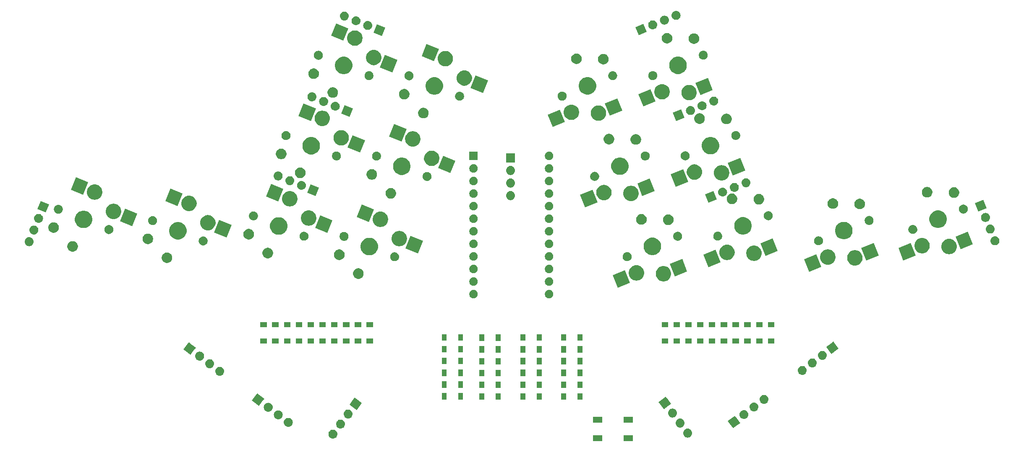
<source format=gbr>
G04 #@! TF.GenerationSoftware,KiCad,Pcbnew,(5.1.4)-1*
G04 #@! TF.CreationDate,2022-11-11T21:55:07-05:00*
G04 #@! TF.ProjectId,ThumbsUp,5468756d-6273-4557-902e-6b696361645f,rev?*
G04 #@! TF.SameCoordinates,Original*
G04 #@! TF.FileFunction,Soldermask,Bot*
G04 #@! TF.FilePolarity,Negative*
%FSLAX46Y46*%
G04 Gerber Fmt 4.6, Leading zero omitted, Abs format (unit mm)*
G04 Created by KiCad (PCBNEW (5.1.4)-1) date 2022-11-11 21:55:07*
%MOMM*%
%LPD*%
G04 APERTURE LIST*
%ADD10C,0.100000*%
G04 APERTURE END LIST*
D10*
G36*
X171362000Y-229853000D02*
G01*
X169460000Y-229853000D01*
X169460000Y-228651000D01*
X171362000Y-228651000D01*
X171362000Y-229853000D01*
X171362000Y-229853000D01*
G37*
G36*
X165162000Y-229853000D02*
G01*
X163260000Y-229853000D01*
X163260000Y-228651000D01*
X165162000Y-228651000D01*
X165162000Y-229853000D01*
X165162000Y-229853000D01*
G37*
G36*
X110944726Y-227566954D02*
G01*
X111010911Y-227573473D01*
X111180750Y-227624993D01*
X111337275Y-227708658D01*
X111373013Y-227737988D01*
X111474470Y-227821250D01*
X111552530Y-227916368D01*
X111587062Y-227958445D01*
X111670727Y-228114970D01*
X111722247Y-228284809D01*
X111739643Y-228461436D01*
X111722247Y-228638063D01*
X111670727Y-228807902D01*
X111587062Y-228964427D01*
X111557732Y-229000165D01*
X111474470Y-229101622D01*
X111398663Y-229163834D01*
X111337275Y-229214214D01*
X111180750Y-229297879D01*
X111010911Y-229349399D01*
X110944727Y-229355917D01*
X110878544Y-229362436D01*
X110790024Y-229362436D01*
X110723841Y-229355917D01*
X110657657Y-229349399D01*
X110487818Y-229297879D01*
X110331293Y-229214214D01*
X110269905Y-229163834D01*
X110194098Y-229101622D01*
X110110836Y-229000165D01*
X110081506Y-228964427D01*
X109997841Y-228807902D01*
X109946321Y-228638063D01*
X109928925Y-228461436D01*
X109946321Y-228284809D01*
X109997841Y-228114970D01*
X110081506Y-227958445D01*
X110116038Y-227916368D01*
X110194098Y-227821250D01*
X110295555Y-227737988D01*
X110331293Y-227708658D01*
X110487818Y-227624993D01*
X110657657Y-227573473D01*
X110723842Y-227566954D01*
X110790024Y-227560436D01*
X110878544Y-227560436D01*
X110944726Y-227566954D01*
X110944726Y-227566954D01*
G37*
G36*
X182504085Y-227368352D02*
G01*
X182570270Y-227374871D01*
X182740109Y-227426391D01*
X182896634Y-227510056D01*
X182932372Y-227539386D01*
X183033829Y-227622648D01*
X183117091Y-227724105D01*
X183146421Y-227759843D01*
X183230086Y-227916368D01*
X183281606Y-228086207D01*
X183299002Y-228262834D01*
X183281606Y-228439461D01*
X183230086Y-228609300D01*
X183146421Y-228765825D01*
X183117091Y-228801563D01*
X183033829Y-228903020D01*
X182959003Y-228964427D01*
X182896634Y-229015612D01*
X182740109Y-229099277D01*
X182570270Y-229150797D01*
X182504085Y-229157316D01*
X182437903Y-229163834D01*
X182349383Y-229163834D01*
X182283201Y-229157316D01*
X182217016Y-229150797D01*
X182047177Y-229099277D01*
X181890652Y-229015612D01*
X181828283Y-228964427D01*
X181753457Y-228903020D01*
X181670195Y-228801563D01*
X181640865Y-228765825D01*
X181557200Y-228609300D01*
X181505680Y-228439461D01*
X181488284Y-228262834D01*
X181505680Y-228086207D01*
X181557200Y-227916368D01*
X181640865Y-227759843D01*
X181670195Y-227724105D01*
X181753457Y-227622648D01*
X181854914Y-227539386D01*
X181890652Y-227510056D01*
X182047177Y-227426391D01*
X182217016Y-227374871D01*
X182283201Y-227368352D01*
X182349383Y-227361834D01*
X182437903Y-227361834D01*
X182504085Y-227368352D01*
X182504085Y-227368352D01*
G37*
G36*
X112473337Y-225538420D02*
G01*
X112539521Y-225544938D01*
X112709360Y-225596458D01*
X112865885Y-225680123D01*
X112901623Y-225709453D01*
X113003080Y-225792715D01*
X113081140Y-225887833D01*
X113115672Y-225929910D01*
X113199337Y-226086435D01*
X113250857Y-226256274D01*
X113268253Y-226432901D01*
X113250857Y-226609528D01*
X113199337Y-226779367D01*
X113115672Y-226935892D01*
X113086342Y-226971630D01*
X113003080Y-227073087D01*
X112927273Y-227135299D01*
X112865885Y-227185679D01*
X112709360Y-227269344D01*
X112539521Y-227320864D01*
X112473337Y-227327382D01*
X112407154Y-227333901D01*
X112318634Y-227333901D01*
X112252451Y-227327382D01*
X112186267Y-227320864D01*
X112016428Y-227269344D01*
X111859903Y-227185679D01*
X111798515Y-227135299D01*
X111722708Y-227073087D01*
X111639446Y-226971630D01*
X111610116Y-226935892D01*
X111526451Y-226779367D01*
X111474931Y-226609528D01*
X111457535Y-226432901D01*
X111474931Y-226256274D01*
X111526451Y-226086435D01*
X111610116Y-225929910D01*
X111644648Y-225887833D01*
X111722708Y-225792715D01*
X111824165Y-225709453D01*
X111859903Y-225680123D01*
X112016428Y-225596458D01*
X112186267Y-225544938D01*
X112252451Y-225538420D01*
X112318634Y-225531901D01*
X112407154Y-225531901D01*
X112473337Y-225538420D01*
X112473337Y-225538420D01*
G37*
G36*
X192323490Y-225333996D02*
G01*
X192978707Y-226203498D01*
X192978707Y-226203499D01*
X192214503Y-226779367D01*
X191539566Y-227287969D01*
X191539565Y-227287969D01*
X190878665Y-226410924D01*
X190455095Y-225848828D01*
X190455095Y-225848827D01*
X191398743Y-225137738D01*
X191894236Y-224764357D01*
X191894237Y-224764357D01*
X192323490Y-225333996D01*
X192323490Y-225333996D01*
G37*
G36*
X180975475Y-225339817D02*
G01*
X181041660Y-225346336D01*
X181211499Y-225397856D01*
X181368024Y-225481521D01*
X181403762Y-225510851D01*
X181505219Y-225594113D01*
X181588481Y-225695570D01*
X181617811Y-225731308D01*
X181701476Y-225887833D01*
X181752996Y-226057672D01*
X181770392Y-226234299D01*
X181752996Y-226410926D01*
X181701476Y-226580765D01*
X181617811Y-226737290D01*
X181588481Y-226773028D01*
X181505219Y-226874485D01*
X181430393Y-226935892D01*
X181368024Y-226987077D01*
X181211499Y-227070742D01*
X181041660Y-227122262D01*
X180975475Y-227128781D01*
X180909293Y-227135299D01*
X180820773Y-227135299D01*
X180754591Y-227128781D01*
X180688406Y-227122262D01*
X180518567Y-227070742D01*
X180362042Y-226987077D01*
X180299673Y-226935892D01*
X180224847Y-226874485D01*
X180141585Y-226773028D01*
X180112255Y-226737290D01*
X180028590Y-226580765D01*
X179977070Y-226410926D01*
X179959674Y-226234299D01*
X179977070Y-226057672D01*
X180028590Y-225887833D01*
X180112255Y-225731308D01*
X180141585Y-225695570D01*
X180224847Y-225594113D01*
X180326304Y-225510851D01*
X180362042Y-225481521D01*
X180518567Y-225397856D01*
X180688406Y-225346336D01*
X180754591Y-225339817D01*
X180820773Y-225333299D01*
X180909293Y-225333299D01*
X180975475Y-225339817D01*
X180975475Y-225339817D01*
G37*
G36*
X101938762Y-225192568D02*
G01*
X102004947Y-225199087D01*
X102174786Y-225250607D01*
X102331311Y-225334272D01*
X102367049Y-225363602D01*
X102468506Y-225446864D01*
X102538293Y-225531901D01*
X102581098Y-225584059D01*
X102664763Y-225740584D01*
X102716283Y-225910423D01*
X102733679Y-226087050D01*
X102716283Y-226263677D01*
X102664763Y-226433516D01*
X102581098Y-226590041D01*
X102565107Y-226609526D01*
X102468506Y-226727236D01*
X102367049Y-226810498D01*
X102331311Y-226839828D01*
X102174786Y-226923493D01*
X102004947Y-226975013D01*
X101938763Y-226981531D01*
X101872580Y-226988050D01*
X101784060Y-226988050D01*
X101717877Y-226981531D01*
X101651693Y-226975013D01*
X101481854Y-226923493D01*
X101325329Y-226839828D01*
X101289591Y-226810498D01*
X101188134Y-226727236D01*
X101091533Y-226609526D01*
X101075542Y-226590041D01*
X100991877Y-226433516D01*
X100940357Y-226263677D01*
X100922961Y-226087050D01*
X100940357Y-225910423D01*
X100991877Y-225740584D01*
X101075542Y-225584059D01*
X101118347Y-225531901D01*
X101188134Y-225446864D01*
X101289591Y-225363602D01*
X101325329Y-225334272D01*
X101481854Y-225250607D01*
X101651693Y-225199087D01*
X101717878Y-225192568D01*
X101784060Y-225186050D01*
X101872580Y-225186050D01*
X101938762Y-225192568D01*
X101938762Y-225192568D01*
G37*
G36*
X171362000Y-226153000D02*
G01*
X169460000Y-226153000D01*
X169460000Y-224951000D01*
X171362000Y-224951000D01*
X171362000Y-226153000D01*
X171362000Y-226153000D01*
G37*
G36*
X165162000Y-226153000D02*
G01*
X163260000Y-226153000D01*
X163260000Y-224951000D01*
X165162000Y-224951000D01*
X165162000Y-226153000D01*
X165162000Y-226153000D01*
G37*
G36*
X99910228Y-223663959D02*
G01*
X99976412Y-223670477D01*
X100146251Y-223721997D01*
X100146253Y-223721998D01*
X100188865Y-223744775D01*
X100302776Y-223805662D01*
X100338514Y-223834992D01*
X100439971Y-223918254D01*
X100502594Y-223994562D01*
X100552563Y-224055449D01*
X100636228Y-224211974D01*
X100687748Y-224381813D01*
X100705144Y-224558440D01*
X100687748Y-224735067D01*
X100636228Y-224904906D01*
X100636227Y-224904908D01*
X100634917Y-224907358D01*
X100552563Y-225061431D01*
X100526057Y-225093728D01*
X100439971Y-225198626D01*
X100338514Y-225281888D01*
X100302776Y-225311218D01*
X100146251Y-225394883D01*
X99976412Y-225446403D01*
X99910227Y-225452922D01*
X99844045Y-225459440D01*
X99755525Y-225459440D01*
X99689343Y-225452922D01*
X99623158Y-225446403D01*
X99453319Y-225394883D01*
X99296794Y-225311218D01*
X99261056Y-225281888D01*
X99159599Y-225198626D01*
X99073513Y-225093728D01*
X99047007Y-225061431D01*
X98964653Y-224907358D01*
X98963343Y-224904908D01*
X98963342Y-224904906D01*
X98911822Y-224735067D01*
X98894426Y-224558440D01*
X98911822Y-224381813D01*
X98963342Y-224211974D01*
X99047007Y-224055449D01*
X99096976Y-223994562D01*
X99159599Y-223918254D01*
X99261056Y-223834992D01*
X99296794Y-223805662D01*
X99410705Y-223744775D01*
X99453317Y-223721998D01*
X99453319Y-223721997D01*
X99623158Y-223670477D01*
X99689342Y-223663959D01*
X99755525Y-223657440D01*
X99844045Y-223657440D01*
X99910228Y-223663959D01*
X99910228Y-223663959D01*
G37*
G36*
X193855877Y-223603071D02*
G01*
X193922062Y-223609590D01*
X194091901Y-223661110D01*
X194248426Y-223744775D01*
X194272072Y-223764181D01*
X194385621Y-223857367D01*
X194468883Y-223958824D01*
X194498213Y-223994562D01*
X194581878Y-224151087D01*
X194633398Y-224320926D01*
X194650794Y-224497553D01*
X194633398Y-224674180D01*
X194581878Y-224844019D01*
X194498213Y-225000544D01*
X194468883Y-225036282D01*
X194385621Y-225137739D01*
X194310867Y-225199087D01*
X194248426Y-225250331D01*
X194248424Y-225250332D01*
X194134514Y-225311219D01*
X194091901Y-225333996D01*
X193922062Y-225385516D01*
X193855878Y-225392034D01*
X193789695Y-225398553D01*
X193701175Y-225398553D01*
X193634992Y-225392034D01*
X193568808Y-225385516D01*
X193398969Y-225333996D01*
X193356357Y-225311219D01*
X193242446Y-225250332D01*
X193242444Y-225250331D01*
X193180003Y-225199087D01*
X193105249Y-225137739D01*
X193021987Y-225036282D01*
X192992657Y-225000544D01*
X192908992Y-224844019D01*
X192857472Y-224674180D01*
X192840076Y-224497553D01*
X192857472Y-224320926D01*
X192908992Y-224151087D01*
X192992657Y-223994562D01*
X193021987Y-223958824D01*
X193105249Y-223857367D01*
X193218798Y-223764181D01*
X193242444Y-223744775D01*
X193398969Y-223661110D01*
X193568808Y-223609590D01*
X193634993Y-223603071D01*
X193701175Y-223596553D01*
X193789695Y-223596553D01*
X193855877Y-223603071D01*
X193855877Y-223603071D01*
G37*
G36*
X114001946Y-223509885D02*
G01*
X114068131Y-223516404D01*
X114237970Y-223567924D01*
X114394495Y-223651589D01*
X114416947Y-223670015D01*
X114531690Y-223764181D01*
X114609750Y-223859299D01*
X114644282Y-223901376D01*
X114653304Y-223918255D01*
X114726638Y-224055451D01*
X114727947Y-224057901D01*
X114779467Y-224227740D01*
X114796863Y-224404367D01*
X114779467Y-224580994D01*
X114727947Y-224750833D01*
X114644282Y-224907358D01*
X114614952Y-224943096D01*
X114531690Y-225044553D01*
X114455883Y-225106765D01*
X114394495Y-225157145D01*
X114237970Y-225240810D01*
X114068131Y-225292330D01*
X114001947Y-225298848D01*
X113935764Y-225305367D01*
X113847244Y-225305367D01*
X113781061Y-225298848D01*
X113714877Y-225292330D01*
X113545038Y-225240810D01*
X113388513Y-225157145D01*
X113327125Y-225106765D01*
X113251318Y-225044553D01*
X113168056Y-224943096D01*
X113138726Y-224907358D01*
X113055061Y-224750833D01*
X113003541Y-224580994D01*
X112986145Y-224404367D01*
X113003541Y-224227740D01*
X113055061Y-224057901D01*
X113056371Y-224055451D01*
X113129704Y-223918255D01*
X113138726Y-223901376D01*
X113173258Y-223859299D01*
X113251318Y-223764181D01*
X113366061Y-223670015D01*
X113388513Y-223651589D01*
X113545038Y-223567924D01*
X113714877Y-223516404D01*
X113781062Y-223509885D01*
X113847244Y-223503367D01*
X113935764Y-223503367D01*
X114001946Y-223509885D01*
X114001946Y-223509885D01*
G37*
G36*
X179446865Y-223311283D02*
G01*
X179513050Y-223317802D01*
X179682889Y-223369322D01*
X179839414Y-223452987D01*
X179862498Y-223471932D01*
X179976609Y-223565579D01*
X180051996Y-223657440D01*
X180089201Y-223702774D01*
X180172866Y-223859299D01*
X180224386Y-224029138D01*
X180241782Y-224205765D01*
X180224386Y-224382392D01*
X180172866Y-224552231D01*
X180089201Y-224708756D01*
X180067608Y-224735067D01*
X179976609Y-224845951D01*
X179901783Y-224907358D01*
X179839414Y-224958543D01*
X179682889Y-225042208D01*
X179513050Y-225093728D01*
X179446865Y-225100247D01*
X179380683Y-225106765D01*
X179292163Y-225106765D01*
X179225981Y-225100247D01*
X179159796Y-225093728D01*
X178989957Y-225042208D01*
X178833432Y-224958543D01*
X178771063Y-224907358D01*
X178696237Y-224845951D01*
X178605238Y-224735067D01*
X178583645Y-224708756D01*
X178499980Y-224552231D01*
X178448460Y-224382392D01*
X178431064Y-224205765D01*
X178448460Y-224029138D01*
X178499980Y-223859299D01*
X178583645Y-223702774D01*
X178620850Y-223657440D01*
X178696237Y-223565579D01*
X178810348Y-223471932D01*
X178833432Y-223452987D01*
X178989957Y-223369322D01*
X179159796Y-223317802D01*
X179225981Y-223311283D01*
X179292163Y-223304765D01*
X179380683Y-223304765D01*
X179446865Y-223311283D01*
X179446865Y-223311283D01*
G37*
G36*
X97881693Y-222135348D02*
G01*
X97947878Y-222141867D01*
X98117717Y-222193387D01*
X98117719Y-222193388D01*
X98160331Y-222216165D01*
X98274242Y-222277052D01*
X98309980Y-222306382D01*
X98411437Y-222389644D01*
X98474060Y-222465952D01*
X98524029Y-222526839D01*
X98607694Y-222683364D01*
X98659214Y-222853203D01*
X98676610Y-223029830D01*
X98659214Y-223206457D01*
X98607694Y-223376296D01*
X98524029Y-223532821D01*
X98495220Y-223567925D01*
X98411437Y-223670016D01*
X98309980Y-223753278D01*
X98274242Y-223782608D01*
X98117717Y-223866273D01*
X97947878Y-223917793D01*
X97881693Y-223924312D01*
X97815511Y-223930830D01*
X97726991Y-223930830D01*
X97660809Y-223924312D01*
X97594624Y-223917793D01*
X97424785Y-223866273D01*
X97268260Y-223782608D01*
X97232522Y-223753278D01*
X97131065Y-223670016D01*
X97047282Y-223567925D01*
X97018473Y-223532821D01*
X96934808Y-223376296D01*
X96883288Y-223206457D01*
X96865892Y-223029830D01*
X96883288Y-222853203D01*
X96934808Y-222683364D01*
X97018473Y-222526839D01*
X97068442Y-222465952D01*
X97131065Y-222389644D01*
X97232522Y-222306382D01*
X97268260Y-222277052D01*
X97382171Y-222216165D01*
X97424783Y-222193388D01*
X97424785Y-222193387D01*
X97594624Y-222141867D01*
X97660809Y-222135348D01*
X97726991Y-222128830D01*
X97815511Y-222128830D01*
X97881693Y-222135348D01*
X97881693Y-222135348D01*
G37*
G36*
X195884412Y-222074462D02*
G01*
X195950596Y-222080980D01*
X196120435Y-222132500D01*
X196276960Y-222216165D01*
X196312698Y-222245495D01*
X196414155Y-222328757D01*
X196497417Y-222430214D01*
X196526747Y-222465952D01*
X196610412Y-222622477D01*
X196661932Y-222792316D01*
X196679328Y-222968943D01*
X196661932Y-223145570D01*
X196610412Y-223315409D01*
X196526747Y-223471934D01*
X196500950Y-223503367D01*
X196414155Y-223609129D01*
X196339401Y-223670477D01*
X196276960Y-223721721D01*
X196276958Y-223721722D01*
X196163048Y-223782609D01*
X196120435Y-223805386D01*
X195950596Y-223856906D01*
X195884412Y-223863424D01*
X195818229Y-223869943D01*
X195729709Y-223869943D01*
X195663526Y-223863424D01*
X195597342Y-223856906D01*
X195427503Y-223805386D01*
X195384891Y-223782609D01*
X195270980Y-223721722D01*
X195270978Y-223721721D01*
X195208537Y-223670477D01*
X195133783Y-223609129D01*
X195046988Y-223503367D01*
X195021191Y-223471934D01*
X194937526Y-223315409D01*
X194886006Y-223145570D01*
X194868610Y-222968943D01*
X194886006Y-222792316D01*
X194937526Y-222622477D01*
X195021191Y-222465952D01*
X195050521Y-222430214D01*
X195133783Y-222328757D01*
X195235240Y-222245495D01*
X195270978Y-222216165D01*
X195427503Y-222132500D01*
X195597342Y-222080980D01*
X195663526Y-222074462D01*
X195729709Y-222067943D01*
X195818229Y-222067943D01*
X195884412Y-222074462D01*
X195884412Y-222074462D01*
G37*
G36*
X115861220Y-221580056D02*
G01*
X116681920Y-222198497D01*
X116681920Y-222198498D01*
X116316547Y-222683364D01*
X115597450Y-223637639D01*
X115597449Y-223637639D01*
X114944449Y-223145568D01*
X114158308Y-222553169D01*
X114158308Y-222553168D01*
X114735809Y-221786799D01*
X115242778Y-221114027D01*
X115242779Y-221114027D01*
X115861220Y-221580056D01*
X115861220Y-221580056D01*
G37*
G36*
X178428483Y-221503750D02*
G01*
X179069619Y-222354566D01*
X179069619Y-222354567D01*
X178488703Y-222792318D01*
X177630478Y-223439037D01*
X177630477Y-223439037D01*
X176839704Y-222389645D01*
X176546007Y-221999896D01*
X176546007Y-221999895D01*
X177522964Y-221263706D01*
X177985148Y-220915425D01*
X177985149Y-220915425D01*
X178428483Y-221503750D01*
X178428483Y-221503750D01*
G37*
G36*
X95980688Y-220552370D02*
G01*
X97004523Y-221323884D01*
X97004523Y-221323885D01*
X96538494Y-221942326D01*
X95920053Y-222763026D01*
X95920052Y-222763026D01*
X95163751Y-222193112D01*
X94480911Y-221678556D01*
X94480911Y-221678555D01*
X95227684Y-220687554D01*
X95565381Y-220239414D01*
X95565382Y-220239414D01*
X95980688Y-220552370D01*
X95980688Y-220552370D01*
G37*
G36*
X197912947Y-220545852D02*
G01*
X197979131Y-220552370D01*
X198148970Y-220603890D01*
X198305495Y-220687555D01*
X198341233Y-220716885D01*
X198442690Y-220800147D01*
X198525952Y-220901604D01*
X198555282Y-220937342D01*
X198638947Y-221093867D01*
X198690467Y-221263706D01*
X198707863Y-221440333D01*
X198690467Y-221616960D01*
X198638947Y-221786799D01*
X198555282Y-221943324D01*
X198525952Y-221979062D01*
X198442690Y-222080519D01*
X198367936Y-222141867D01*
X198305495Y-222193111D01*
X198148970Y-222276776D01*
X197979131Y-222328296D01*
X197912947Y-222334814D01*
X197846764Y-222341333D01*
X197758244Y-222341333D01*
X197692061Y-222334814D01*
X197625877Y-222328296D01*
X197456038Y-222276776D01*
X197299513Y-222193111D01*
X197237072Y-222141867D01*
X197162318Y-222080519D01*
X197079056Y-221979062D01*
X197049726Y-221943324D01*
X196966061Y-221786799D01*
X196914541Y-221616960D01*
X196897145Y-221440333D01*
X196914541Y-221263706D01*
X196966061Y-221093867D01*
X197049726Y-220937342D01*
X197079056Y-220901604D01*
X197162318Y-220800147D01*
X197263775Y-220716885D01*
X197299513Y-220687555D01*
X197456038Y-220603890D01*
X197625877Y-220552370D01*
X197692061Y-220545852D01*
X197758244Y-220539333D01*
X197846764Y-220539333D01*
X197912947Y-220545852D01*
X197912947Y-220545852D01*
G37*
G36*
X144667500Y-221523750D02*
G01*
X143665500Y-221523750D01*
X143665500Y-220221750D01*
X144667500Y-220221750D01*
X144667500Y-221523750D01*
X144667500Y-221523750D01*
G37*
G36*
X141367500Y-221523750D02*
G01*
X140365500Y-221523750D01*
X140365500Y-220221750D01*
X141367500Y-220221750D01*
X141367500Y-221523750D01*
X141367500Y-221523750D01*
G37*
G36*
X161147250Y-221505000D02*
G01*
X160145250Y-221505000D01*
X160145250Y-220203000D01*
X161147250Y-220203000D01*
X161147250Y-221505000D01*
X161147250Y-221505000D01*
G37*
G36*
X157847250Y-221505000D02*
G01*
X156845250Y-221505000D01*
X156845250Y-220203000D01*
X157847250Y-220203000D01*
X157847250Y-221505000D01*
X157847250Y-221505000D01*
G37*
G36*
X149681000Y-221503750D02*
G01*
X148679000Y-221503750D01*
X148679000Y-220201750D01*
X149681000Y-220201750D01*
X149681000Y-221503750D01*
X149681000Y-221503750D01*
G37*
G36*
X152981000Y-221503750D02*
G01*
X151979000Y-221503750D01*
X151979000Y-220201750D01*
X152981000Y-220201750D01*
X152981000Y-221503750D01*
X152981000Y-221503750D01*
G37*
G36*
X133786500Y-221479000D02*
G01*
X132784500Y-221479000D01*
X132784500Y-220177000D01*
X133786500Y-220177000D01*
X133786500Y-221479000D01*
X133786500Y-221479000D01*
G37*
G36*
X137086500Y-221479000D02*
G01*
X136084500Y-221479000D01*
X136084500Y-220177000D01*
X137086500Y-220177000D01*
X137086500Y-221479000D01*
X137086500Y-221479000D01*
G37*
G36*
X141367500Y-219142500D02*
G01*
X140365500Y-219142500D01*
X140365500Y-217840500D01*
X141367500Y-217840500D01*
X141367500Y-219142500D01*
X141367500Y-219142500D01*
G37*
G36*
X144667500Y-219142500D02*
G01*
X143665500Y-219142500D01*
X143665500Y-217840500D01*
X144667500Y-217840500D01*
X144667500Y-219142500D01*
X144667500Y-219142500D01*
G37*
G36*
X161147250Y-219123750D02*
G01*
X160145250Y-219123750D01*
X160145250Y-217821750D01*
X161147250Y-217821750D01*
X161147250Y-219123750D01*
X161147250Y-219123750D01*
G37*
G36*
X157847250Y-219123750D02*
G01*
X156845250Y-219123750D01*
X156845250Y-217821750D01*
X157847250Y-217821750D01*
X157847250Y-219123750D01*
X157847250Y-219123750D01*
G37*
G36*
X149681000Y-219122500D02*
G01*
X148679000Y-219122500D01*
X148679000Y-217820500D01*
X149681000Y-217820500D01*
X149681000Y-219122500D01*
X149681000Y-219122500D01*
G37*
G36*
X152981000Y-219122500D02*
G01*
X151979000Y-219122500D01*
X151979000Y-217820500D01*
X152981000Y-217820500D01*
X152981000Y-219122500D01*
X152981000Y-219122500D01*
G37*
G36*
X133786500Y-219097750D02*
G01*
X132784500Y-219097750D01*
X132784500Y-217795750D01*
X133786500Y-217795750D01*
X133786500Y-219097750D01*
X133786500Y-219097750D01*
G37*
G36*
X137086500Y-219097750D02*
G01*
X136084500Y-219097750D01*
X136084500Y-217795750D01*
X137086500Y-217795750D01*
X137086500Y-219097750D01*
X137086500Y-219097750D01*
G37*
G36*
X141367500Y-216761250D02*
G01*
X140365500Y-216761250D01*
X140365500Y-215459250D01*
X141367500Y-215459250D01*
X141367500Y-216761250D01*
X141367500Y-216761250D01*
G37*
G36*
X144667500Y-216761250D02*
G01*
X143665500Y-216761250D01*
X143665500Y-215459250D01*
X144667500Y-215459250D01*
X144667500Y-216761250D01*
X144667500Y-216761250D01*
G37*
G36*
X157847250Y-216742500D02*
G01*
X156845250Y-216742500D01*
X156845250Y-215440500D01*
X157847250Y-215440500D01*
X157847250Y-216742500D01*
X157847250Y-216742500D01*
G37*
G36*
X161147250Y-216742500D02*
G01*
X160145250Y-216742500D01*
X160145250Y-215440500D01*
X161147250Y-215440500D01*
X161147250Y-216742500D01*
X161147250Y-216742500D01*
G37*
G36*
X149681000Y-216741250D02*
G01*
X148679000Y-216741250D01*
X148679000Y-215439250D01*
X149681000Y-215439250D01*
X149681000Y-216741250D01*
X149681000Y-216741250D01*
G37*
G36*
X152981000Y-216741250D02*
G01*
X151979000Y-216741250D01*
X151979000Y-215439250D01*
X152981000Y-215439250D01*
X152981000Y-216741250D01*
X152981000Y-216741250D01*
G37*
G36*
X133786500Y-216716500D02*
G01*
X132784500Y-216716500D01*
X132784500Y-215414500D01*
X133786500Y-215414500D01*
X133786500Y-216716500D01*
X133786500Y-216716500D01*
G37*
G36*
X137086500Y-216716500D02*
G01*
X136084500Y-216716500D01*
X136084500Y-215414500D01*
X137086500Y-215414500D01*
X137086500Y-216716500D01*
X137086500Y-216716500D01*
G37*
G36*
X88103061Y-214857030D02*
G01*
X88169245Y-214863548D01*
X88339084Y-214915068D01*
X88495609Y-214998733D01*
X88531347Y-215028063D01*
X88632804Y-215111325D01*
X88716066Y-215212782D01*
X88745396Y-215248520D01*
X88829061Y-215405045D01*
X88880581Y-215574884D01*
X88897977Y-215751511D01*
X88880581Y-215928138D01*
X88829061Y-216097977D01*
X88745396Y-216254502D01*
X88716066Y-216290240D01*
X88632804Y-216391697D01*
X88531347Y-216474959D01*
X88495609Y-216504289D01*
X88339084Y-216587954D01*
X88169245Y-216639474D01*
X88103060Y-216645993D01*
X88036878Y-216652511D01*
X87948358Y-216652511D01*
X87882176Y-216645993D01*
X87815991Y-216639474D01*
X87646152Y-216587954D01*
X87489627Y-216504289D01*
X87453889Y-216474959D01*
X87352432Y-216391697D01*
X87269170Y-216290240D01*
X87239840Y-216254502D01*
X87156175Y-216097977D01*
X87104655Y-215928138D01*
X87087259Y-215751511D01*
X87104655Y-215574884D01*
X87156175Y-215405045D01*
X87239840Y-215248520D01*
X87269170Y-215212782D01*
X87352432Y-215111325D01*
X87453889Y-215028063D01*
X87489627Y-214998733D01*
X87646152Y-214915068D01*
X87815991Y-214863548D01*
X87882175Y-214857030D01*
X87948358Y-214850511D01*
X88036878Y-214850511D01*
X88103061Y-214857030D01*
X88103061Y-214857030D01*
G37*
G36*
X205625583Y-214703424D02*
G01*
X205691768Y-214709943D01*
X205861607Y-214761463D01*
X206018132Y-214845128D01*
X206053870Y-214874458D01*
X206155327Y-214957720D01*
X206238589Y-215059177D01*
X206267919Y-215094915D01*
X206351584Y-215251440D01*
X206403104Y-215421279D01*
X206420500Y-215597906D01*
X206403104Y-215774533D01*
X206351584Y-215944372D01*
X206267919Y-216100897D01*
X206238589Y-216136635D01*
X206155327Y-216238092D01*
X206053870Y-216321354D01*
X206018132Y-216350684D01*
X205861607Y-216434349D01*
X205691768Y-216485869D01*
X205625583Y-216492388D01*
X205559401Y-216498906D01*
X205470881Y-216498906D01*
X205404699Y-216492388D01*
X205338514Y-216485869D01*
X205168675Y-216434349D01*
X205012150Y-216350684D01*
X204976412Y-216321354D01*
X204874955Y-216238092D01*
X204791693Y-216136635D01*
X204762363Y-216100897D01*
X204678698Y-215944372D01*
X204627178Y-215774533D01*
X204609782Y-215597906D01*
X204627178Y-215421279D01*
X204678698Y-215251440D01*
X204762363Y-215094915D01*
X204791693Y-215059177D01*
X204874955Y-214957720D01*
X204976412Y-214874458D01*
X205012150Y-214845128D01*
X205168675Y-214761463D01*
X205338514Y-214709943D01*
X205404699Y-214703424D01*
X205470881Y-214696906D01*
X205559401Y-214696906D01*
X205625583Y-214703424D01*
X205625583Y-214703424D01*
G37*
G36*
X86074525Y-213328419D02*
G01*
X86140710Y-213334938D01*
X86310549Y-213386458D01*
X86467074Y-213470123D01*
X86502812Y-213499453D01*
X86604269Y-213582715D01*
X86687531Y-213684172D01*
X86716861Y-213719910D01*
X86800526Y-213876435D01*
X86852046Y-214046274D01*
X86869442Y-214222901D01*
X86852046Y-214399528D01*
X86800526Y-214569367D01*
X86716861Y-214725892D01*
X86687668Y-214761463D01*
X86604269Y-214863087D01*
X86502812Y-214946349D01*
X86467074Y-214975679D01*
X86310549Y-215059344D01*
X86140710Y-215110864D01*
X86074525Y-215117383D01*
X86008343Y-215123901D01*
X85919823Y-215123901D01*
X85853641Y-215117383D01*
X85787456Y-215110864D01*
X85617617Y-215059344D01*
X85461092Y-214975679D01*
X85425354Y-214946349D01*
X85323897Y-214863087D01*
X85240498Y-214761463D01*
X85211305Y-214725892D01*
X85127640Y-214569367D01*
X85076120Y-214399528D01*
X85058724Y-214222901D01*
X85076120Y-214046274D01*
X85127640Y-213876435D01*
X85211305Y-213719910D01*
X85240635Y-213684172D01*
X85323897Y-213582715D01*
X85425354Y-213499453D01*
X85461092Y-213470123D01*
X85617617Y-213386458D01*
X85787456Y-213334938D01*
X85853641Y-213328419D01*
X85919823Y-213321901D01*
X86008343Y-213321901D01*
X86074525Y-213328419D01*
X86074525Y-213328419D01*
G37*
G36*
X207654118Y-213174814D02*
G01*
X207720303Y-213181333D01*
X207890142Y-213232853D01*
X208046667Y-213316518D01*
X208082405Y-213345848D01*
X208183862Y-213429110D01*
X208267124Y-213530567D01*
X208296454Y-213566305D01*
X208380119Y-213722830D01*
X208431639Y-213892669D01*
X208449035Y-214069296D01*
X208431639Y-214245923D01*
X208380119Y-214415762D01*
X208296454Y-214572287D01*
X208267124Y-214608025D01*
X208183862Y-214709482D01*
X208082405Y-214792744D01*
X208046667Y-214822074D01*
X207890142Y-214905739D01*
X207720303Y-214957259D01*
X207654119Y-214963777D01*
X207587936Y-214970296D01*
X207499416Y-214970296D01*
X207433233Y-214963777D01*
X207367049Y-214957259D01*
X207197210Y-214905739D01*
X207040685Y-214822074D01*
X207004947Y-214792744D01*
X206903490Y-214709482D01*
X206820228Y-214608025D01*
X206790898Y-214572287D01*
X206707233Y-214415762D01*
X206655713Y-214245923D01*
X206638317Y-214069296D01*
X206655713Y-213892669D01*
X206707233Y-213722830D01*
X206790898Y-213566305D01*
X206820228Y-213530567D01*
X206903490Y-213429110D01*
X207004947Y-213345848D01*
X207040685Y-213316518D01*
X207197210Y-213232853D01*
X207367049Y-213181333D01*
X207433234Y-213174814D01*
X207499416Y-213168296D01*
X207587936Y-213168296D01*
X207654118Y-213174814D01*
X207654118Y-213174814D01*
G37*
G36*
X141367500Y-214380000D02*
G01*
X140365500Y-214380000D01*
X140365500Y-213078000D01*
X141367500Y-213078000D01*
X141367500Y-214380000D01*
X141367500Y-214380000D01*
G37*
G36*
X144667500Y-214380000D02*
G01*
X143665500Y-214380000D01*
X143665500Y-213078000D01*
X144667500Y-213078000D01*
X144667500Y-214380000D01*
X144667500Y-214380000D01*
G37*
G36*
X157847250Y-214361250D02*
G01*
X156845250Y-214361250D01*
X156845250Y-213059250D01*
X157847250Y-213059250D01*
X157847250Y-214361250D01*
X157847250Y-214361250D01*
G37*
G36*
X161147250Y-214361250D02*
G01*
X160145250Y-214361250D01*
X160145250Y-213059250D01*
X161147250Y-213059250D01*
X161147250Y-214361250D01*
X161147250Y-214361250D01*
G37*
G36*
X149681000Y-214360000D02*
G01*
X148679000Y-214360000D01*
X148679000Y-213058000D01*
X149681000Y-213058000D01*
X149681000Y-214360000D01*
X149681000Y-214360000D01*
G37*
G36*
X152981000Y-214360000D02*
G01*
X151979000Y-214360000D01*
X151979000Y-213058000D01*
X152981000Y-213058000D01*
X152981000Y-214360000D01*
X152981000Y-214360000D01*
G37*
G36*
X133786500Y-214335250D02*
G01*
X132784500Y-214335250D01*
X132784500Y-213033250D01*
X133786500Y-213033250D01*
X133786500Y-214335250D01*
X133786500Y-214335250D01*
G37*
G36*
X137086500Y-214335250D02*
G01*
X136084500Y-214335250D01*
X136084500Y-213033250D01*
X137086500Y-213033250D01*
X137086500Y-214335250D01*
X137086500Y-214335250D01*
G37*
G36*
X84045991Y-211799809D02*
G01*
X84112176Y-211806328D01*
X84282015Y-211857848D01*
X84438540Y-211941513D01*
X84453755Y-211954000D01*
X84575735Y-212054105D01*
X84658997Y-212155562D01*
X84688327Y-212191300D01*
X84771992Y-212347825D01*
X84823512Y-212517664D01*
X84840908Y-212694291D01*
X84823512Y-212870918D01*
X84771992Y-213040757D01*
X84688327Y-213197282D01*
X84659134Y-213232853D01*
X84575735Y-213334477D01*
X84474278Y-213417739D01*
X84438540Y-213447069D01*
X84282015Y-213530734D01*
X84112176Y-213582254D01*
X84045992Y-213588772D01*
X83979809Y-213595291D01*
X83891289Y-213595291D01*
X83825106Y-213588772D01*
X83758922Y-213582254D01*
X83589083Y-213530734D01*
X83432558Y-213447069D01*
X83396820Y-213417739D01*
X83295363Y-213334477D01*
X83211964Y-213232853D01*
X83182771Y-213197282D01*
X83099106Y-213040757D01*
X83047586Y-212870918D01*
X83030190Y-212694291D01*
X83047586Y-212517664D01*
X83099106Y-212347825D01*
X83182771Y-212191300D01*
X83212101Y-212155562D01*
X83295363Y-212054105D01*
X83417343Y-211954000D01*
X83432558Y-211941513D01*
X83589083Y-211857848D01*
X83758922Y-211806328D01*
X83825107Y-211799809D01*
X83891289Y-211793291D01*
X83979809Y-211793291D01*
X84045991Y-211799809D01*
X84045991Y-211799809D01*
G37*
G36*
X209682652Y-211646204D02*
G01*
X209748837Y-211652723D01*
X209918676Y-211704243D01*
X210075201Y-211787908D01*
X210110939Y-211817238D01*
X210212396Y-211900500D01*
X210276613Y-211978750D01*
X210324988Y-212037695D01*
X210408653Y-212194220D01*
X210460173Y-212364059D01*
X210477569Y-212540686D01*
X210460173Y-212717313D01*
X210408653Y-212887152D01*
X210324988Y-213043677D01*
X210313233Y-213058000D01*
X210212396Y-213180872D01*
X210110939Y-213264134D01*
X210075201Y-213293464D01*
X209918676Y-213377129D01*
X209748837Y-213428649D01*
X209682653Y-213435167D01*
X209616470Y-213441686D01*
X209527950Y-213441686D01*
X209461767Y-213435167D01*
X209395583Y-213428649D01*
X209225744Y-213377129D01*
X209069219Y-213293464D01*
X209033481Y-213264134D01*
X208932024Y-213180872D01*
X208831187Y-213058000D01*
X208819432Y-213043677D01*
X208735767Y-212887152D01*
X208684247Y-212717313D01*
X208666851Y-212540686D01*
X208684247Y-212364059D01*
X208735767Y-212194220D01*
X208819432Y-212037695D01*
X208867807Y-211978750D01*
X208932024Y-211900500D01*
X209033481Y-211817238D01*
X209069219Y-211787908D01*
X209225744Y-211704243D01*
X209395583Y-211652723D01*
X209461768Y-211646204D01*
X209527950Y-211639686D01*
X209616470Y-211639686D01*
X209682652Y-211646204D01*
X209682652Y-211646204D01*
G37*
G36*
X82348121Y-210369904D02*
G01*
X83168821Y-210988345D01*
X83168821Y-210988346D01*
X82901558Y-211343016D01*
X82084351Y-212427487D01*
X82084350Y-212427487D01*
X81328414Y-211857848D01*
X80645209Y-211343017D01*
X80645209Y-211343016D01*
X81165927Y-210652000D01*
X81729679Y-209903875D01*
X81729680Y-209903875D01*
X82348121Y-210369904D01*
X82348121Y-210369904D01*
G37*
G36*
X212051793Y-210113500D02*
G01*
X212862550Y-211189411D01*
X212862550Y-211189412D01*
X212179345Y-211704243D01*
X211423409Y-212273882D01*
X211423408Y-212273882D01*
X210454688Y-210988346D01*
X210338938Y-210834741D01*
X210338938Y-210834740D01*
X211296057Y-210113500D01*
X211778079Y-209750270D01*
X211778080Y-209750270D01*
X212051793Y-210113500D01*
X212051793Y-210113500D01*
G37*
G36*
X141367500Y-211998750D02*
G01*
X140365500Y-211998750D01*
X140365500Y-210696750D01*
X141367500Y-210696750D01*
X141367500Y-211998750D01*
X141367500Y-211998750D01*
G37*
G36*
X144667500Y-211998750D02*
G01*
X143665500Y-211998750D01*
X143665500Y-210696750D01*
X144667500Y-210696750D01*
X144667500Y-211998750D01*
X144667500Y-211998750D01*
G37*
G36*
X157847250Y-211980000D02*
G01*
X156845250Y-211980000D01*
X156845250Y-210678000D01*
X157847250Y-210678000D01*
X157847250Y-211980000D01*
X157847250Y-211980000D01*
G37*
G36*
X161147250Y-211980000D02*
G01*
X160145250Y-211980000D01*
X160145250Y-210678000D01*
X161147250Y-210678000D01*
X161147250Y-211980000D01*
X161147250Y-211980000D01*
G37*
G36*
X152981000Y-211978750D02*
G01*
X151979000Y-211978750D01*
X151979000Y-210676750D01*
X152981000Y-210676750D01*
X152981000Y-211978750D01*
X152981000Y-211978750D01*
G37*
G36*
X149681000Y-211978750D02*
G01*
X148679000Y-211978750D01*
X148679000Y-210676750D01*
X149681000Y-210676750D01*
X149681000Y-211978750D01*
X149681000Y-211978750D01*
G37*
G36*
X137086500Y-211954000D02*
G01*
X136084500Y-211954000D01*
X136084500Y-210652000D01*
X137086500Y-210652000D01*
X137086500Y-211954000D01*
X137086500Y-211954000D01*
G37*
G36*
X133786500Y-211954000D02*
G01*
X132784500Y-211954000D01*
X132784500Y-210652000D01*
X133786500Y-210652000D01*
X133786500Y-211954000D01*
X133786500Y-211954000D01*
G37*
G36*
X99869750Y-210113500D02*
G01*
X98567750Y-210113500D01*
X98567750Y-209111500D01*
X99869750Y-209111500D01*
X99869750Y-210113500D01*
X99869750Y-210113500D01*
G37*
G36*
X114157250Y-210113500D02*
G01*
X112855250Y-210113500D01*
X112855250Y-209111500D01*
X114157250Y-209111500D01*
X114157250Y-210113500D01*
X114157250Y-210113500D01*
G37*
G36*
X111776000Y-210113500D02*
G01*
X110474000Y-210113500D01*
X110474000Y-209111500D01*
X111776000Y-209111500D01*
X111776000Y-210113500D01*
X111776000Y-210113500D01*
G37*
G36*
X109394750Y-210113500D02*
G01*
X108092750Y-210113500D01*
X108092750Y-209111500D01*
X109394750Y-209111500D01*
X109394750Y-210113500D01*
X109394750Y-210113500D01*
G37*
G36*
X107013500Y-210113500D02*
G01*
X105711500Y-210113500D01*
X105711500Y-209111500D01*
X107013500Y-209111500D01*
X107013500Y-210113500D01*
X107013500Y-210113500D01*
G37*
G36*
X104632250Y-210113500D02*
G01*
X103330250Y-210113500D01*
X103330250Y-209111500D01*
X104632250Y-209111500D01*
X104632250Y-210113500D01*
X104632250Y-210113500D01*
G37*
G36*
X102251000Y-210113500D02*
G01*
X100949000Y-210113500D01*
X100949000Y-209111500D01*
X102251000Y-209111500D01*
X102251000Y-210113500D01*
X102251000Y-210113500D01*
G37*
G36*
X192738500Y-210113500D02*
G01*
X191436500Y-210113500D01*
X191436500Y-209111500D01*
X192738500Y-209111500D01*
X192738500Y-210113500D01*
X192738500Y-210113500D01*
G37*
G36*
X195119750Y-210113500D02*
G01*
X193817750Y-210113500D01*
X193817750Y-209111500D01*
X195119750Y-209111500D01*
X195119750Y-210113500D01*
X195119750Y-210113500D01*
G37*
G36*
X183213500Y-210113500D02*
G01*
X181911500Y-210113500D01*
X181911500Y-209111500D01*
X183213500Y-209111500D01*
X183213500Y-210113500D01*
X183213500Y-210113500D01*
G37*
G36*
X197501000Y-210113500D02*
G01*
X196199000Y-210113500D01*
X196199000Y-209111500D01*
X197501000Y-209111500D01*
X197501000Y-210113500D01*
X197501000Y-210113500D01*
G37*
G36*
X199882250Y-210113500D02*
G01*
X198580250Y-210113500D01*
X198580250Y-209111500D01*
X199882250Y-209111500D01*
X199882250Y-210113500D01*
X199882250Y-210113500D01*
G37*
G36*
X185594750Y-210113500D02*
G01*
X184292750Y-210113500D01*
X184292750Y-209111500D01*
X185594750Y-209111500D01*
X185594750Y-210113500D01*
X185594750Y-210113500D01*
G37*
G36*
X97488500Y-210113500D02*
G01*
X96186500Y-210113500D01*
X96186500Y-209111500D01*
X97488500Y-209111500D01*
X97488500Y-210113500D01*
X97488500Y-210113500D01*
G37*
G36*
X187976000Y-210113500D02*
G01*
X186674000Y-210113500D01*
X186674000Y-209111500D01*
X187976000Y-209111500D01*
X187976000Y-210113500D01*
X187976000Y-210113500D01*
G37*
G36*
X118919750Y-210113500D02*
G01*
X117617750Y-210113500D01*
X117617750Y-209111500D01*
X118919750Y-209111500D01*
X118919750Y-210113500D01*
X118919750Y-210113500D01*
G37*
G36*
X180832250Y-210113500D02*
G01*
X179530250Y-210113500D01*
X179530250Y-209111500D01*
X180832250Y-209111500D01*
X180832250Y-210113500D01*
X180832250Y-210113500D01*
G37*
G36*
X116538500Y-210113500D02*
G01*
X115236500Y-210113500D01*
X115236500Y-209111500D01*
X116538500Y-209111500D01*
X116538500Y-210113500D01*
X116538500Y-210113500D01*
G37*
G36*
X190357250Y-210113500D02*
G01*
X189055250Y-210113500D01*
X189055250Y-209111500D01*
X190357250Y-209111500D01*
X190357250Y-210113500D01*
X190357250Y-210113500D01*
G37*
G36*
X178451000Y-210113500D02*
G01*
X177149000Y-210113500D01*
X177149000Y-209111500D01*
X178451000Y-209111500D01*
X178451000Y-210113500D01*
X178451000Y-210113500D01*
G37*
G36*
X141367500Y-209617500D02*
G01*
X140365500Y-209617500D01*
X140365500Y-208315500D01*
X141367500Y-208315500D01*
X141367500Y-209617500D01*
X141367500Y-209617500D01*
G37*
G36*
X144667500Y-209617500D02*
G01*
X143665500Y-209617500D01*
X143665500Y-208315500D01*
X144667500Y-208315500D01*
X144667500Y-209617500D01*
X144667500Y-209617500D01*
G37*
G36*
X161147250Y-209598750D02*
G01*
X160145250Y-209598750D01*
X160145250Y-208296750D01*
X161147250Y-208296750D01*
X161147250Y-209598750D01*
X161147250Y-209598750D01*
G37*
G36*
X157847250Y-209598750D02*
G01*
X156845250Y-209598750D01*
X156845250Y-208296750D01*
X157847250Y-208296750D01*
X157847250Y-209598750D01*
X157847250Y-209598750D01*
G37*
G36*
X149681000Y-209597500D02*
G01*
X148679000Y-209597500D01*
X148679000Y-208295500D01*
X149681000Y-208295500D01*
X149681000Y-209597500D01*
X149681000Y-209597500D01*
G37*
G36*
X152981000Y-209597500D02*
G01*
X151979000Y-209597500D01*
X151979000Y-208295500D01*
X152981000Y-208295500D01*
X152981000Y-209597500D01*
X152981000Y-209597500D01*
G37*
G36*
X137086500Y-209572750D02*
G01*
X136084500Y-209572750D01*
X136084500Y-208270750D01*
X137086500Y-208270750D01*
X137086500Y-209572750D01*
X137086500Y-209572750D01*
G37*
G36*
X133786500Y-209572750D02*
G01*
X132784500Y-209572750D01*
X132784500Y-208270750D01*
X133786500Y-208270750D01*
X133786500Y-209572750D01*
X133786500Y-209572750D01*
G37*
G36*
X199882250Y-206813500D02*
G01*
X198580250Y-206813500D01*
X198580250Y-205811500D01*
X199882250Y-205811500D01*
X199882250Y-206813500D01*
X199882250Y-206813500D01*
G37*
G36*
X185594750Y-206813500D02*
G01*
X184292750Y-206813500D01*
X184292750Y-205811500D01*
X185594750Y-205811500D01*
X185594750Y-206813500D01*
X185594750Y-206813500D01*
G37*
G36*
X183213500Y-206813500D02*
G01*
X181911500Y-206813500D01*
X181911500Y-205811500D01*
X183213500Y-205811500D01*
X183213500Y-206813500D01*
X183213500Y-206813500D01*
G37*
G36*
X97488500Y-206813500D02*
G01*
X96186500Y-206813500D01*
X96186500Y-205811500D01*
X97488500Y-205811500D01*
X97488500Y-206813500D01*
X97488500Y-206813500D01*
G37*
G36*
X180832250Y-206813500D02*
G01*
X179530250Y-206813500D01*
X179530250Y-205811500D01*
X180832250Y-205811500D01*
X180832250Y-206813500D01*
X180832250Y-206813500D01*
G37*
G36*
X178451000Y-206813500D02*
G01*
X177149000Y-206813500D01*
X177149000Y-205811500D01*
X178451000Y-205811500D01*
X178451000Y-206813500D01*
X178451000Y-206813500D01*
G37*
G36*
X118919750Y-206813500D02*
G01*
X117617750Y-206813500D01*
X117617750Y-205811500D01*
X118919750Y-205811500D01*
X118919750Y-206813500D01*
X118919750Y-206813500D01*
G37*
G36*
X116538500Y-206813500D02*
G01*
X115236500Y-206813500D01*
X115236500Y-205811500D01*
X116538500Y-205811500D01*
X116538500Y-206813500D01*
X116538500Y-206813500D01*
G37*
G36*
X187976000Y-206813500D02*
G01*
X186674000Y-206813500D01*
X186674000Y-205811500D01*
X187976000Y-205811500D01*
X187976000Y-206813500D01*
X187976000Y-206813500D01*
G37*
G36*
X114157250Y-206813500D02*
G01*
X112855250Y-206813500D01*
X112855250Y-205811500D01*
X114157250Y-205811500D01*
X114157250Y-206813500D01*
X114157250Y-206813500D01*
G37*
G36*
X195119750Y-206813500D02*
G01*
X193817750Y-206813500D01*
X193817750Y-205811500D01*
X195119750Y-205811500D01*
X195119750Y-206813500D01*
X195119750Y-206813500D01*
G37*
G36*
X111776000Y-206813500D02*
G01*
X110474000Y-206813500D01*
X110474000Y-205811500D01*
X111776000Y-205811500D01*
X111776000Y-206813500D01*
X111776000Y-206813500D01*
G37*
G36*
X197501000Y-206813500D02*
G01*
X196199000Y-206813500D01*
X196199000Y-205811500D01*
X197501000Y-205811500D01*
X197501000Y-206813500D01*
X197501000Y-206813500D01*
G37*
G36*
X109394750Y-206813500D02*
G01*
X108092750Y-206813500D01*
X108092750Y-205811500D01*
X109394750Y-205811500D01*
X109394750Y-206813500D01*
X109394750Y-206813500D01*
G37*
G36*
X107013500Y-206813500D02*
G01*
X105711500Y-206813500D01*
X105711500Y-205811500D01*
X107013500Y-205811500D01*
X107013500Y-206813500D01*
X107013500Y-206813500D01*
G37*
G36*
X104632250Y-206813500D02*
G01*
X103330250Y-206813500D01*
X103330250Y-205811500D01*
X104632250Y-205811500D01*
X104632250Y-206813500D01*
X104632250Y-206813500D01*
G37*
G36*
X102251000Y-206813500D02*
G01*
X100949000Y-206813500D01*
X100949000Y-205811500D01*
X102251000Y-205811500D01*
X102251000Y-206813500D01*
X102251000Y-206813500D01*
G37*
G36*
X99869750Y-206813500D02*
G01*
X98567750Y-206813500D01*
X98567750Y-205811500D01*
X99869750Y-205811500D01*
X99869750Y-206813500D01*
X99869750Y-206813500D01*
G37*
G36*
X190357250Y-206813500D02*
G01*
X189055250Y-206813500D01*
X189055250Y-205811500D01*
X190357250Y-205811500D01*
X190357250Y-206813500D01*
X190357250Y-206813500D01*
G37*
G36*
X192738500Y-206813500D02*
G01*
X191436500Y-206813500D01*
X191436500Y-205811500D01*
X192738500Y-205811500D01*
X192738500Y-206813500D01*
X192738500Y-206813500D01*
G37*
G36*
X154680228Y-199333703D02*
G01*
X154835100Y-199397853D01*
X154974481Y-199490985D01*
X155093015Y-199609519D01*
X155186147Y-199748900D01*
X155250297Y-199903772D01*
X155283000Y-200068184D01*
X155283000Y-200235816D01*
X155250297Y-200400228D01*
X155186147Y-200555100D01*
X155093015Y-200694481D01*
X154974481Y-200813015D01*
X154835100Y-200906147D01*
X154680228Y-200970297D01*
X154515816Y-201003000D01*
X154348184Y-201003000D01*
X154183772Y-200970297D01*
X154028900Y-200906147D01*
X153889519Y-200813015D01*
X153770985Y-200694481D01*
X153677853Y-200555100D01*
X153613703Y-200400228D01*
X153581000Y-200235816D01*
X153581000Y-200068184D01*
X153613703Y-199903772D01*
X153677853Y-199748900D01*
X153770985Y-199609519D01*
X153889519Y-199490985D01*
X154028900Y-199397853D01*
X154183772Y-199333703D01*
X154348184Y-199301000D01*
X154515816Y-199301000D01*
X154680228Y-199333703D01*
X154680228Y-199333703D01*
G37*
G36*
X139440228Y-199333703D02*
G01*
X139595100Y-199397853D01*
X139734481Y-199490985D01*
X139853015Y-199609519D01*
X139946147Y-199748900D01*
X140010297Y-199903772D01*
X140043000Y-200068184D01*
X140043000Y-200235816D01*
X140010297Y-200400228D01*
X139946147Y-200555100D01*
X139853015Y-200694481D01*
X139734481Y-200813015D01*
X139595100Y-200906147D01*
X139440228Y-200970297D01*
X139275816Y-201003000D01*
X139108184Y-201003000D01*
X138943772Y-200970297D01*
X138788900Y-200906147D01*
X138649519Y-200813015D01*
X138530985Y-200694481D01*
X138437853Y-200555100D01*
X138373703Y-200400228D01*
X138341000Y-200235816D01*
X138341000Y-200068184D01*
X138373703Y-199903772D01*
X138437853Y-199748900D01*
X138530985Y-199609519D01*
X138649519Y-199490985D01*
X138788900Y-199397853D01*
X138943772Y-199333703D01*
X139108184Y-199301000D01*
X139275816Y-199301000D01*
X139440228Y-199333703D01*
X139440228Y-199333703D01*
G37*
G36*
X170772836Y-197848994D02*
G01*
X168267585Y-198861181D01*
X167255398Y-196355930D01*
X169760649Y-195343743D01*
X170772836Y-197848994D01*
X170772836Y-197848994D01*
G37*
G36*
X154680228Y-196793703D02*
G01*
X154835100Y-196857853D01*
X154974481Y-196950985D01*
X155093015Y-197069519D01*
X155186147Y-197208900D01*
X155250297Y-197363772D01*
X155283000Y-197528184D01*
X155283000Y-197695816D01*
X155250297Y-197860228D01*
X155186147Y-198015100D01*
X155093015Y-198154481D01*
X154974481Y-198273015D01*
X154835100Y-198366147D01*
X154680228Y-198430297D01*
X154515816Y-198463000D01*
X154348184Y-198463000D01*
X154183772Y-198430297D01*
X154028900Y-198366147D01*
X153889519Y-198273015D01*
X153770985Y-198154481D01*
X153677853Y-198015100D01*
X153613703Y-197860228D01*
X153581000Y-197695816D01*
X153581000Y-197528184D01*
X153613703Y-197363772D01*
X153677853Y-197208900D01*
X153770985Y-197069519D01*
X153889519Y-196950985D01*
X154028900Y-196857853D01*
X154183772Y-196793703D01*
X154348184Y-196761000D01*
X154515816Y-196761000D01*
X154680228Y-196793703D01*
X154680228Y-196793703D01*
G37*
G36*
X139440228Y-196793703D02*
G01*
X139595100Y-196857853D01*
X139734481Y-196950985D01*
X139853015Y-197069519D01*
X139946147Y-197208900D01*
X140010297Y-197363772D01*
X140043000Y-197528184D01*
X140043000Y-197695816D01*
X140010297Y-197860228D01*
X139946147Y-198015100D01*
X139853015Y-198154481D01*
X139734481Y-198273015D01*
X139595100Y-198366147D01*
X139440228Y-198430297D01*
X139275816Y-198463000D01*
X139108184Y-198463000D01*
X138943772Y-198430297D01*
X138788900Y-198366147D01*
X138649519Y-198273015D01*
X138530985Y-198154481D01*
X138437853Y-198015100D01*
X138373703Y-197860228D01*
X138341000Y-197695816D01*
X138341000Y-197528184D01*
X138373703Y-197363772D01*
X138437853Y-197208900D01*
X138530985Y-197069519D01*
X138649519Y-196950985D01*
X138788900Y-196857853D01*
X138943772Y-196793703D01*
X139108184Y-196761000D01*
X139275816Y-196761000D01*
X139440228Y-196793703D01*
X139440228Y-196793703D01*
G37*
G36*
X177712470Y-194501146D02*
G01*
X177963108Y-194551001D01*
X178245372Y-194667918D01*
X178499403Y-194837656D01*
X178715439Y-195053692D01*
X178885177Y-195307723D01*
X179002094Y-195589987D01*
X179061698Y-195889637D01*
X179061698Y-196195157D01*
X179002094Y-196494807D01*
X178885177Y-196777071D01*
X178715439Y-197031102D01*
X178499403Y-197247138D01*
X178245372Y-197416876D01*
X177963108Y-197533793D01*
X177813283Y-197563595D01*
X177663459Y-197593397D01*
X177357937Y-197593397D01*
X177208113Y-197563595D01*
X177058288Y-197533793D01*
X176776024Y-197416876D01*
X176521993Y-197247138D01*
X176305957Y-197031102D01*
X176136219Y-196777071D01*
X176019302Y-196494807D01*
X175959698Y-196195157D01*
X175959698Y-195889637D01*
X176019302Y-195589987D01*
X176136219Y-195307723D01*
X176305957Y-195053692D01*
X176521993Y-194837656D01*
X176776024Y-194667918D01*
X177058288Y-194551001D01*
X177308926Y-194501146D01*
X177357937Y-194491397D01*
X177663459Y-194491397D01*
X177712470Y-194501146D01*
X177712470Y-194501146D01*
G37*
G36*
X172353229Y-194354427D02*
G01*
X172503054Y-194384229D01*
X172785318Y-194501146D01*
X173039349Y-194670884D01*
X173255385Y-194886920D01*
X173425123Y-195140951D01*
X173542040Y-195423215D01*
X173601644Y-195722865D01*
X173601644Y-196028385D01*
X173542040Y-196328035D01*
X173425123Y-196610299D01*
X173255385Y-196864330D01*
X173039349Y-197080366D01*
X172785318Y-197250104D01*
X172503054Y-197367021D01*
X172353229Y-197396823D01*
X172203405Y-197426625D01*
X171897883Y-197426625D01*
X171748059Y-197396823D01*
X171598234Y-197367021D01*
X171315970Y-197250104D01*
X171061939Y-197080366D01*
X170845903Y-196864330D01*
X170676165Y-196610299D01*
X170559248Y-196328035D01*
X170499644Y-196028385D01*
X170499644Y-195722865D01*
X170559248Y-195423215D01*
X170676165Y-195140951D01*
X170845903Y-194886920D01*
X171061939Y-194670884D01*
X171315970Y-194501146D01*
X171598234Y-194384229D01*
X171748059Y-194354427D01*
X171897883Y-194324625D01*
X172203405Y-194324625D01*
X172353229Y-194354427D01*
X172353229Y-194354427D01*
G37*
G36*
X116271765Y-194993467D02*
G01*
X116417162Y-195053693D01*
X116465948Y-195073901D01*
X116640707Y-195190671D01*
X116789327Y-195339291D01*
X116880069Y-195475097D01*
X116906098Y-195514052D01*
X116986531Y-195708233D01*
X117027534Y-195914372D01*
X117027534Y-196124556D01*
X116986531Y-196330695D01*
X116976078Y-196355930D01*
X116906097Y-196524878D01*
X116789327Y-196699637D01*
X116640707Y-196848257D01*
X116465948Y-196965027D01*
X116465947Y-196965028D01*
X116465946Y-196965028D01*
X116271765Y-197045461D01*
X116065626Y-197086464D01*
X115855442Y-197086464D01*
X115649303Y-197045461D01*
X115455122Y-196965028D01*
X115455121Y-196965028D01*
X115455120Y-196965027D01*
X115280361Y-196848257D01*
X115131741Y-196699637D01*
X115014971Y-196524878D01*
X114944990Y-196355930D01*
X114934537Y-196330695D01*
X114893534Y-196124556D01*
X114893534Y-195914372D01*
X114934537Y-195708233D01*
X115014970Y-195514052D01*
X115040999Y-195475097D01*
X115131741Y-195339291D01*
X115280361Y-195190671D01*
X115455120Y-195073901D01*
X115503906Y-195053693D01*
X115649303Y-194993467D01*
X115855442Y-194952464D01*
X116065626Y-194952464D01*
X116271765Y-194993467D01*
X116271765Y-194993467D01*
G37*
G36*
X182305944Y-195562092D02*
G01*
X179800693Y-196574279D01*
X178788506Y-194069028D01*
X181293757Y-193056841D01*
X182305944Y-195562092D01*
X182305944Y-195562092D01*
G37*
G36*
X154680228Y-194253703D02*
G01*
X154835100Y-194317853D01*
X154974481Y-194410985D01*
X155093015Y-194529519D01*
X155186147Y-194668900D01*
X155250297Y-194823772D01*
X155283000Y-194988184D01*
X155283000Y-195155816D01*
X155250297Y-195320228D01*
X155186147Y-195475100D01*
X155093015Y-195614481D01*
X154974481Y-195733015D01*
X154835100Y-195826147D01*
X154680228Y-195890297D01*
X154515816Y-195923000D01*
X154348184Y-195923000D01*
X154183772Y-195890297D01*
X154028900Y-195826147D01*
X153889519Y-195733015D01*
X153770985Y-195614481D01*
X153677853Y-195475100D01*
X153613703Y-195320228D01*
X153581000Y-195155816D01*
X153581000Y-194988184D01*
X153613703Y-194823772D01*
X153677853Y-194668900D01*
X153770985Y-194529519D01*
X153889519Y-194410985D01*
X154028900Y-194317853D01*
X154183772Y-194253703D01*
X154348184Y-194221000D01*
X154515816Y-194221000D01*
X154680228Y-194253703D01*
X154680228Y-194253703D01*
G37*
G36*
X139440228Y-194253703D02*
G01*
X139595100Y-194317853D01*
X139734481Y-194410985D01*
X139853015Y-194529519D01*
X139946147Y-194668900D01*
X140010297Y-194823772D01*
X140043000Y-194988184D01*
X140043000Y-195155816D01*
X140010297Y-195320228D01*
X139946147Y-195475100D01*
X139853015Y-195614481D01*
X139734481Y-195733015D01*
X139595100Y-195826147D01*
X139440228Y-195890297D01*
X139275816Y-195923000D01*
X139108184Y-195923000D01*
X138943772Y-195890297D01*
X138788900Y-195826147D01*
X138649519Y-195733015D01*
X138530985Y-195614481D01*
X138437853Y-195475100D01*
X138373703Y-195320228D01*
X138341000Y-195155816D01*
X138341000Y-194988184D01*
X138373703Y-194823772D01*
X138437853Y-194668900D01*
X138530985Y-194529519D01*
X138649519Y-194410985D01*
X138788900Y-194317853D01*
X138943772Y-194253703D01*
X139108184Y-194221000D01*
X139275816Y-194221000D01*
X139440228Y-194253703D01*
X139440228Y-194253703D01*
G37*
G36*
X209386615Y-194651165D02*
G01*
X206881364Y-195663352D01*
X205869177Y-193158101D01*
X208374428Y-192145914D01*
X209386615Y-194651165D01*
X209386615Y-194651165D01*
G37*
G36*
X189049557Y-193700324D02*
G01*
X186544306Y-194712511D01*
X185532119Y-192207260D01*
X188037370Y-191195073D01*
X189049557Y-193700324D01*
X189049557Y-193700324D01*
G37*
G36*
X216326249Y-191303317D02*
G01*
X216576887Y-191353172D01*
X216859151Y-191470089D01*
X217113182Y-191639827D01*
X217329218Y-191855863D01*
X217498956Y-192109894D01*
X217609265Y-192376206D01*
X217615873Y-192392159D01*
X217672098Y-192674818D01*
X217675477Y-192691808D01*
X217675477Y-192997328D01*
X217615873Y-193296978D01*
X217498956Y-193579242D01*
X217329218Y-193833273D01*
X217113182Y-194049309D01*
X216859151Y-194219047D01*
X216576887Y-194335964D01*
X216427062Y-194365766D01*
X216277238Y-194395568D01*
X215971716Y-194395568D01*
X215821892Y-194365766D01*
X215672067Y-194335964D01*
X215389803Y-194219047D01*
X215135772Y-194049309D01*
X214919736Y-193833273D01*
X214749998Y-193579242D01*
X214633081Y-193296978D01*
X214573477Y-192997328D01*
X214573477Y-192691808D01*
X214576857Y-192674818D01*
X214633081Y-192392159D01*
X214639689Y-192376206D01*
X214749998Y-192109894D01*
X214919736Y-191855863D01*
X215135772Y-191639827D01*
X215389803Y-191470089D01*
X215672067Y-191353172D01*
X215922705Y-191303317D01*
X215971716Y-191293568D01*
X216277238Y-191293568D01*
X216326249Y-191303317D01*
X216326249Y-191303317D01*
G37*
G36*
X210967008Y-191156598D02*
G01*
X211116833Y-191186400D01*
X211399097Y-191303317D01*
X211653128Y-191473055D01*
X211869164Y-191689091D01*
X212038902Y-191943122D01*
X212155819Y-192225386D01*
X212175218Y-192322914D01*
X212215423Y-192525035D01*
X212215423Y-192830557D01*
X212205104Y-192882432D01*
X212155819Y-193130206D01*
X212038902Y-193412470D01*
X211869164Y-193666501D01*
X211653128Y-193882537D01*
X211399097Y-194052275D01*
X211116833Y-194169192D01*
X210967008Y-194198994D01*
X210817184Y-194228796D01*
X210511662Y-194228796D01*
X210361838Y-194198994D01*
X210212013Y-194169192D01*
X209929749Y-194052275D01*
X209675718Y-193882537D01*
X209459682Y-193666501D01*
X209289944Y-193412470D01*
X209173027Y-193130206D01*
X209123742Y-192882432D01*
X209113423Y-192830557D01*
X209113423Y-192525035D01*
X209153628Y-192322914D01*
X209173027Y-192225386D01*
X209289944Y-191943122D01*
X209459682Y-191689091D01*
X209675718Y-191473055D01*
X209929749Y-191303317D01*
X210212013Y-191186400D01*
X210361838Y-191156598D01*
X210511662Y-191126796D01*
X210817184Y-191126796D01*
X210967008Y-191156598D01*
X210967008Y-191156598D01*
G37*
G36*
X77657986Y-191795638D02*
G01*
X77803383Y-191855864D01*
X77852169Y-191876072D01*
X78026928Y-191992842D01*
X78175548Y-192141462D01*
X78270636Y-192283772D01*
X78292319Y-192316223D01*
X78372752Y-192510404D01*
X78413755Y-192716543D01*
X78413755Y-192926727D01*
X78372752Y-193132866D01*
X78309260Y-193286147D01*
X78292318Y-193327049D01*
X78175548Y-193501808D01*
X78026928Y-193650428D01*
X77852169Y-193767198D01*
X77852168Y-193767199D01*
X77852167Y-193767199D01*
X77657986Y-193847632D01*
X77451847Y-193888635D01*
X77241663Y-193888635D01*
X77035524Y-193847632D01*
X76841343Y-193767199D01*
X76841342Y-193767199D01*
X76841341Y-193767198D01*
X76666582Y-193650428D01*
X76517962Y-193501808D01*
X76401192Y-193327049D01*
X76384250Y-193286147D01*
X76320758Y-193132866D01*
X76279755Y-192926727D01*
X76279755Y-192716543D01*
X76320758Y-192510404D01*
X76401191Y-192316223D01*
X76422874Y-192283772D01*
X76517962Y-192141462D01*
X76666582Y-191992842D01*
X76841341Y-191876072D01*
X76890127Y-191855864D01*
X77035524Y-191795638D01*
X77241663Y-191754635D01*
X77451847Y-191754635D01*
X77657986Y-191795638D01*
X77657986Y-191795638D01*
G37*
G36*
X123446176Y-191724845D02*
G01*
X123533299Y-191742174D01*
X123642722Y-191787499D01*
X123697435Y-191810162D01*
X123801530Y-191879716D01*
X123845152Y-191908863D01*
X123970776Y-192034487D01*
X123970778Y-192034490D01*
X124069477Y-192182204D01*
X124087364Y-192225387D01*
X124137465Y-192346340D01*
X124146579Y-192392159D01*
X124172124Y-192520584D01*
X124172124Y-192698246D01*
X124154794Y-192785367D01*
X124137465Y-192872490D01*
X124092140Y-192981913D01*
X124069477Y-193036626D01*
X123997125Y-193144909D01*
X123970776Y-193184343D01*
X123845152Y-193309967D01*
X123845149Y-193309969D01*
X123697435Y-193408668D01*
X123642722Y-193431331D01*
X123533299Y-193476656D01*
X123446176Y-193493986D01*
X123359055Y-193511315D01*
X123181393Y-193511315D01*
X123094272Y-193493986D01*
X123007149Y-193476656D01*
X122897726Y-193431331D01*
X122843013Y-193408668D01*
X122695299Y-193309969D01*
X122695296Y-193309967D01*
X122569672Y-193184343D01*
X122543323Y-193144909D01*
X122470971Y-193036626D01*
X122448308Y-192981913D01*
X122402983Y-192872490D01*
X122385653Y-192785367D01*
X122368324Y-192698246D01*
X122368324Y-192520584D01*
X122393869Y-192392159D01*
X122402983Y-192346340D01*
X122453084Y-192225387D01*
X122470971Y-192182204D01*
X122569670Y-192034490D01*
X122569672Y-192034487D01*
X122695296Y-191908863D01*
X122738918Y-191879716D01*
X122843013Y-191810162D01*
X122897726Y-191787499D01*
X123007149Y-191742174D01*
X123094272Y-191724845D01*
X123181393Y-191707515D01*
X123359055Y-191707515D01*
X123446176Y-191724845D01*
X123446176Y-191724845D01*
G37*
G36*
X170358230Y-191701419D02*
G01*
X170445353Y-191718748D01*
X170554776Y-191764073D01*
X170609489Y-191786736D01*
X170735577Y-191870985D01*
X170757206Y-191885437D01*
X170882830Y-192011061D01*
X170882832Y-192011064D01*
X170981531Y-192158778D01*
X170991234Y-192182204D01*
X171049519Y-192322914D01*
X171063292Y-192392158D01*
X171084178Y-192497158D01*
X171084178Y-192674820D01*
X171076054Y-192715660D01*
X171049519Y-192849064D01*
X171015291Y-192931696D01*
X170981531Y-193013200D01*
X170924557Y-193098468D01*
X170882830Y-193160917D01*
X170757206Y-193286541D01*
X170757203Y-193286543D01*
X170609489Y-193385242D01*
X170554776Y-193407905D01*
X170445353Y-193453230D01*
X170358230Y-193470560D01*
X170271109Y-193487889D01*
X170093447Y-193487889D01*
X170006326Y-193470560D01*
X169919203Y-193453230D01*
X169809780Y-193407905D01*
X169755067Y-193385242D01*
X169607353Y-193286543D01*
X169607350Y-193286541D01*
X169481726Y-193160917D01*
X169439999Y-193098468D01*
X169383025Y-193013200D01*
X169349265Y-192931696D01*
X169315037Y-192849064D01*
X169288502Y-192715660D01*
X169280378Y-192674820D01*
X169280378Y-192497158D01*
X169301264Y-192392158D01*
X169315037Y-192322914D01*
X169373322Y-192182204D01*
X169383025Y-192158778D01*
X169481724Y-192011064D01*
X169481726Y-192011061D01*
X169607350Y-191885437D01*
X169628979Y-191870985D01*
X169755067Y-191786736D01*
X169809780Y-191764073D01*
X169919203Y-191718748D01*
X170006326Y-191701419D01*
X170093447Y-191684089D01*
X170271109Y-191684089D01*
X170358230Y-191701419D01*
X170358230Y-191701419D01*
G37*
G36*
X195989191Y-190352476D02*
G01*
X196239829Y-190402331D01*
X196522093Y-190519248D01*
X196776124Y-190688986D01*
X196992160Y-190905022D01*
X197161898Y-191159053D01*
X197278815Y-191441317D01*
X197302335Y-191559562D01*
X197338419Y-191740966D01*
X197338419Y-192046488D01*
X197319527Y-192141462D01*
X197278815Y-192346137D01*
X197161898Y-192628401D01*
X196992160Y-192882432D01*
X196776124Y-193098468D01*
X196522093Y-193268206D01*
X196239829Y-193385123D01*
X196121460Y-193408668D01*
X195940180Y-193444727D01*
X195634658Y-193444727D01*
X195453378Y-193408668D01*
X195335009Y-193385123D01*
X195052745Y-193268206D01*
X194798714Y-193098468D01*
X194582678Y-192882432D01*
X194412940Y-192628401D01*
X194296023Y-192346137D01*
X194255311Y-192141462D01*
X194236419Y-192046488D01*
X194236419Y-191740966D01*
X194272503Y-191559562D01*
X194296023Y-191441317D01*
X194412940Y-191159053D01*
X194582678Y-190905022D01*
X194798714Y-190688986D01*
X195052745Y-190519248D01*
X195335009Y-190402331D01*
X195585647Y-190352476D01*
X195634658Y-190342727D01*
X195940180Y-190342727D01*
X195989191Y-190352476D01*
X195989191Y-190352476D01*
G37*
G36*
X154680228Y-191713703D02*
G01*
X154835100Y-191777853D01*
X154974481Y-191870985D01*
X155093015Y-191989519D01*
X155186147Y-192128900D01*
X155250297Y-192283772D01*
X155283000Y-192448184D01*
X155283000Y-192615816D01*
X155250297Y-192780228D01*
X155186147Y-192935100D01*
X155093015Y-193074481D01*
X154974481Y-193193015D01*
X154835100Y-193286147D01*
X154680228Y-193350297D01*
X154515816Y-193383000D01*
X154348184Y-193383000D01*
X154183772Y-193350297D01*
X154028900Y-193286147D01*
X153889519Y-193193015D01*
X153770985Y-193074481D01*
X153677853Y-192935100D01*
X153613703Y-192780228D01*
X153581000Y-192615816D01*
X153581000Y-192448184D01*
X153613703Y-192283772D01*
X153677853Y-192128900D01*
X153770985Y-191989519D01*
X153889519Y-191870985D01*
X154028900Y-191777853D01*
X154183772Y-191713703D01*
X154348184Y-191681000D01*
X154515816Y-191681000D01*
X154680228Y-191713703D01*
X154680228Y-191713703D01*
G37*
G36*
X139440228Y-191713703D02*
G01*
X139595100Y-191777853D01*
X139734481Y-191870985D01*
X139853015Y-191989519D01*
X139946147Y-192128900D01*
X140010297Y-192283772D01*
X140043000Y-192448184D01*
X140043000Y-192615816D01*
X140010297Y-192780228D01*
X139946147Y-192935100D01*
X139853015Y-193074481D01*
X139734481Y-193193015D01*
X139595100Y-193286147D01*
X139440228Y-193350297D01*
X139275816Y-193383000D01*
X139108184Y-193383000D01*
X138943772Y-193350297D01*
X138788900Y-193286147D01*
X138649519Y-193193015D01*
X138530985Y-193074481D01*
X138437853Y-192935100D01*
X138373703Y-192780228D01*
X138341000Y-192615816D01*
X138341000Y-192448184D01*
X138373703Y-192283772D01*
X138437853Y-192128900D01*
X138530985Y-191989519D01*
X138649519Y-191870985D01*
X138788900Y-191777853D01*
X138943772Y-191713703D01*
X139108184Y-191681000D01*
X139275816Y-191681000D01*
X139440228Y-191713703D01*
X139440228Y-191713703D01*
G37*
G36*
X220919723Y-192364263D02*
G01*
X218414472Y-193376450D01*
X217402285Y-190871199D01*
X219907536Y-189859012D01*
X220919723Y-192364263D01*
X220919723Y-192364263D01*
G37*
G36*
X228412549Y-192356862D02*
G01*
X225907298Y-193369049D01*
X224895111Y-190863798D01*
X227400362Y-189851611D01*
X228412549Y-192356862D01*
X228412549Y-192356862D01*
G37*
G36*
X190629950Y-190205757D02*
G01*
X190779775Y-190235559D01*
X191062039Y-190352476D01*
X191316070Y-190522214D01*
X191532106Y-190738250D01*
X191701844Y-190992281D01*
X191818761Y-191274545D01*
X191837858Y-191370552D01*
X191878365Y-191574194D01*
X191878365Y-191879716D01*
X191855863Y-191992842D01*
X191818761Y-192179365D01*
X191701844Y-192461629D01*
X191532106Y-192715660D01*
X191316070Y-192931696D01*
X191062039Y-193101434D01*
X190779775Y-193218351D01*
X190629950Y-193248153D01*
X190480126Y-193277955D01*
X190174604Y-193277955D01*
X190024780Y-193248153D01*
X189874955Y-193218351D01*
X189592691Y-193101434D01*
X189338660Y-192931696D01*
X189122624Y-192715660D01*
X188952886Y-192461629D01*
X188835969Y-192179365D01*
X188798867Y-191992842D01*
X188776365Y-191879716D01*
X188776365Y-191574194D01*
X188816872Y-191370552D01*
X188835969Y-191274545D01*
X188952886Y-190992281D01*
X189122624Y-190738250D01*
X189338660Y-190522214D01*
X189592691Y-190352476D01*
X189874955Y-190235559D01*
X190024780Y-190205757D01*
X190174604Y-190175955D01*
X190480126Y-190175955D01*
X190629950Y-190205757D01*
X190629950Y-190205757D01*
G37*
G36*
X112422520Y-191173348D02*
G01*
X112616701Y-191253781D01*
X112616703Y-191253782D01*
X112791462Y-191370552D01*
X112940082Y-191519172D01*
X113056852Y-191693931D01*
X113056853Y-191693933D01*
X113137286Y-191888114D01*
X113178289Y-192094253D01*
X113178289Y-192304437D01*
X113137286Y-192510576D01*
X113059551Y-192698244D01*
X113056852Y-192704759D01*
X112940082Y-192879518D01*
X112791462Y-193028138D01*
X112616703Y-193144908D01*
X112616702Y-193144909D01*
X112616701Y-193144909D01*
X112422520Y-193225342D01*
X112216381Y-193266345D01*
X112006197Y-193266345D01*
X111800058Y-193225342D01*
X111605877Y-193144909D01*
X111605876Y-193144909D01*
X111605875Y-193144908D01*
X111431116Y-193028138D01*
X111282496Y-192879518D01*
X111165726Y-192704759D01*
X111163027Y-192698244D01*
X111085292Y-192510576D01*
X111044289Y-192304437D01*
X111044289Y-192094253D01*
X111085292Y-191888114D01*
X111165725Y-191693933D01*
X111165726Y-191693931D01*
X111282496Y-191519172D01*
X111431116Y-191370552D01*
X111605875Y-191253782D01*
X111605877Y-191253781D01*
X111800058Y-191173348D01*
X112006197Y-191132345D01*
X112216381Y-191132345D01*
X112422520Y-191173348D01*
X112422520Y-191173348D01*
G37*
G36*
X97995044Y-190844797D02*
G01*
X98140441Y-190905023D01*
X98189227Y-190925231D01*
X98363986Y-191042001D01*
X98512606Y-191190621D01*
X98621219Y-191353172D01*
X98629377Y-191365382D01*
X98709810Y-191559563D01*
X98750813Y-191765702D01*
X98750813Y-191975886D01*
X98709810Y-192182025D01*
X98634324Y-192364263D01*
X98629376Y-192376208D01*
X98512606Y-192550967D01*
X98363986Y-192699587D01*
X98189227Y-192816357D01*
X98189226Y-192816358D01*
X98189225Y-192816358D01*
X97995044Y-192896791D01*
X97788905Y-192937794D01*
X97578721Y-192937794D01*
X97372582Y-192896791D01*
X97178401Y-192816358D01*
X97178400Y-192816358D01*
X97178399Y-192816357D01*
X97003640Y-192699587D01*
X96855020Y-192550967D01*
X96738250Y-192376208D01*
X96733302Y-192364263D01*
X96657816Y-192182025D01*
X96616813Y-191975886D01*
X96616813Y-191765702D01*
X96657816Y-191559563D01*
X96738249Y-191365382D01*
X96746407Y-191353172D01*
X96855020Y-191190621D01*
X97003640Y-191042001D01*
X97178399Y-190925231D01*
X97227185Y-190905023D01*
X97372582Y-190844797D01*
X97578721Y-190803794D01*
X97788905Y-190803794D01*
X97995044Y-190844797D01*
X97995044Y-190844797D01*
G37*
G36*
X200582665Y-191413422D02*
G01*
X198077414Y-192425609D01*
X197065227Y-189920358D01*
X199570478Y-188908171D01*
X200582665Y-191413422D01*
X200582665Y-191413422D01*
G37*
G36*
X118685689Y-188851426D02*
G01*
X119006658Y-188984376D01*
X119006991Y-188984514D01*
X119296153Y-189177726D01*
X119542066Y-189423639D01*
X119719627Y-189689377D01*
X119735279Y-189712803D01*
X119868366Y-190034103D01*
X119936213Y-190375191D01*
X119936213Y-190722967D01*
X119868366Y-191064055D01*
X119740729Y-191372197D01*
X119735278Y-191385357D01*
X119542066Y-191674519D01*
X119296153Y-191920432D01*
X119006991Y-192113644D01*
X119006990Y-192113645D01*
X119006989Y-192113645D01*
X118685689Y-192246732D01*
X118344601Y-192314579D01*
X117996825Y-192314579D01*
X117655737Y-192246732D01*
X117334437Y-192113645D01*
X117334436Y-192113645D01*
X117334435Y-192113644D01*
X117045273Y-191920432D01*
X116799360Y-191674519D01*
X116606148Y-191385357D01*
X116600697Y-191372197D01*
X116473060Y-191064055D01*
X116405213Y-190722967D01*
X116405213Y-190375191D01*
X116473060Y-190034103D01*
X116606147Y-189712803D01*
X116621800Y-189689377D01*
X116799360Y-189423639D01*
X117045273Y-189177726D01*
X117334435Y-188984514D01*
X117334768Y-188984376D01*
X117655737Y-188851426D01*
X117996825Y-188783579D01*
X118344601Y-188783579D01*
X118685689Y-188851426D01*
X118685689Y-188851426D01*
G37*
G36*
X175796765Y-188828000D02*
G01*
X176117734Y-188960950D01*
X176118067Y-188961088D01*
X176407229Y-189154300D01*
X176653142Y-189400213D01*
X176841218Y-189681688D01*
X176846355Y-189689377D01*
X176979442Y-190010677D01*
X177047289Y-190351765D01*
X177047289Y-190699541D01*
X176979442Y-191040629D01*
X176882550Y-191274546D01*
X176846354Y-191361931D01*
X176653142Y-191651093D01*
X176407229Y-191897006D01*
X176118067Y-192090218D01*
X176118066Y-192090219D01*
X176118065Y-192090219D01*
X175796765Y-192223306D01*
X175455677Y-192291153D01*
X175107901Y-192291153D01*
X174766813Y-192223306D01*
X174445513Y-192090219D01*
X174445512Y-192090219D01*
X174445511Y-192090218D01*
X174156349Y-191897006D01*
X173910436Y-191651093D01*
X173717224Y-191361931D01*
X173681028Y-191274546D01*
X173584136Y-191040629D01*
X173516289Y-190699541D01*
X173516289Y-190351765D01*
X173584136Y-190010677D01*
X173717223Y-189689377D01*
X173722361Y-189681688D01*
X173910436Y-189400213D01*
X174156349Y-189154300D01*
X174445511Y-188961088D01*
X174445844Y-188960950D01*
X174766813Y-188828000D01*
X175107901Y-188760153D01*
X175455677Y-188760153D01*
X175796765Y-188828000D01*
X175796765Y-188828000D01*
G37*
G36*
X235434943Y-189025476D02*
G01*
X235602821Y-189058869D01*
X235885085Y-189175786D01*
X236139116Y-189345524D01*
X236355152Y-189561560D01*
X236524890Y-189815591D01*
X236641807Y-190097855D01*
X236641807Y-190097856D01*
X236701411Y-190397504D01*
X236701411Y-190703026D01*
X236697444Y-190722967D01*
X236641807Y-191002675D01*
X236524890Y-191284939D01*
X236355152Y-191538970D01*
X236139116Y-191755006D01*
X235885085Y-191924744D01*
X235602821Y-192041661D01*
X235452996Y-192071463D01*
X235303172Y-192101265D01*
X234997650Y-192101265D01*
X234847826Y-192071463D01*
X234698001Y-192041661D01*
X234415737Y-191924744D01*
X234161706Y-191755006D01*
X233945670Y-191538970D01*
X233775932Y-191284939D01*
X233659015Y-191002675D01*
X233603378Y-190722967D01*
X233599411Y-190703026D01*
X233599411Y-190397504D01*
X233659015Y-190097856D01*
X233659015Y-190097855D01*
X233775932Y-189815591D01*
X233945670Y-189561560D01*
X234161706Y-189345524D01*
X234415737Y-189175786D01*
X234698001Y-189058869D01*
X234865879Y-189025476D01*
X234997650Y-188999265D01*
X235303172Y-188999265D01*
X235434943Y-189025476D01*
X235434943Y-189025476D01*
G37*
G36*
X229938300Y-188851426D02*
G01*
X230142767Y-188892097D01*
X230425031Y-189009014D01*
X230679062Y-189178752D01*
X230895098Y-189394788D01*
X231064836Y-189648819D01*
X231181753Y-189931083D01*
X231241357Y-190230733D01*
X231241357Y-190536253D01*
X231181753Y-190835903D01*
X231064836Y-191118167D01*
X230895098Y-191372198D01*
X230679062Y-191588234D01*
X230425031Y-191757972D01*
X230142767Y-191874889D01*
X230076285Y-191888113D01*
X229843118Y-191934493D01*
X229537596Y-191934493D01*
X229304429Y-191888113D01*
X229237947Y-191874889D01*
X228955683Y-191757972D01*
X228701652Y-191588234D01*
X228485616Y-191372198D01*
X228315878Y-191118167D01*
X228198961Y-190835903D01*
X228139357Y-190536253D01*
X228139357Y-190230733D01*
X228198961Y-189931083D01*
X228315878Y-189648819D01*
X228485616Y-189394788D01*
X228701652Y-189178752D01*
X228955683Y-189009014D01*
X229237947Y-188892097D01*
X229442414Y-188851426D01*
X229537596Y-188832493D01*
X229843118Y-188832493D01*
X229938300Y-188851426D01*
X229938300Y-188851426D01*
G37*
G36*
X129006653Y-189425477D02*
G01*
X127994466Y-191930728D01*
X125489215Y-190918541D01*
X126501402Y-188413290D01*
X129006653Y-189425477D01*
X129006653Y-189425477D01*
G37*
G36*
X58632052Y-189501335D02*
G01*
X58826233Y-189581768D01*
X58826235Y-189581769D01*
X59000994Y-189698539D01*
X59149614Y-189847159D01*
X59262708Y-190016417D01*
X59266385Y-190021920D01*
X59346818Y-190216101D01*
X59387821Y-190422240D01*
X59387821Y-190632424D01*
X59346818Y-190838563D01*
X59278840Y-191002674D01*
X59266384Y-191032746D01*
X59149614Y-191207505D01*
X59000994Y-191356125D01*
X58826235Y-191472895D01*
X58826234Y-191472896D01*
X58826233Y-191472896D01*
X58632052Y-191553329D01*
X58425913Y-191594332D01*
X58215729Y-191594332D01*
X58009590Y-191553329D01*
X57815409Y-191472896D01*
X57815408Y-191472896D01*
X57815407Y-191472895D01*
X57640648Y-191356125D01*
X57492028Y-191207505D01*
X57375258Y-191032746D01*
X57362802Y-191002674D01*
X57294824Y-190838563D01*
X57253821Y-190632424D01*
X57253821Y-190422240D01*
X57294824Y-190216101D01*
X57375257Y-190021920D01*
X57378934Y-190016417D01*
X57492028Y-189847159D01*
X57640648Y-189698539D01*
X57815407Y-189581769D01*
X57815409Y-189581768D01*
X58009590Y-189501335D01*
X58215729Y-189460332D01*
X58425913Y-189460332D01*
X58632052Y-189501335D01*
X58632052Y-189501335D01*
G37*
G36*
X239945657Y-190069960D02*
G01*
X237440406Y-191082147D01*
X236428219Y-188576896D01*
X238933470Y-187564709D01*
X239945657Y-190069960D01*
X239945657Y-190069960D01*
G37*
G36*
X154680228Y-189173703D02*
G01*
X154835100Y-189237853D01*
X154974481Y-189330985D01*
X155093015Y-189449519D01*
X155186147Y-189588900D01*
X155250297Y-189743772D01*
X155283000Y-189908184D01*
X155283000Y-190075816D01*
X155250297Y-190240228D01*
X155186147Y-190395100D01*
X155093015Y-190534481D01*
X154974481Y-190653015D01*
X154835100Y-190746147D01*
X154680228Y-190810297D01*
X154515816Y-190843000D01*
X154348184Y-190843000D01*
X154183772Y-190810297D01*
X154028900Y-190746147D01*
X153889519Y-190653015D01*
X153770985Y-190534481D01*
X153677853Y-190395100D01*
X153613703Y-190240228D01*
X153581000Y-190075816D01*
X153581000Y-189908184D01*
X153613703Y-189743772D01*
X153677853Y-189588900D01*
X153770985Y-189449519D01*
X153889519Y-189330985D01*
X154028900Y-189237853D01*
X154183772Y-189173703D01*
X154348184Y-189141000D01*
X154515816Y-189141000D01*
X154680228Y-189173703D01*
X154680228Y-189173703D01*
G37*
G36*
X139440228Y-189173703D02*
G01*
X139595100Y-189237853D01*
X139734481Y-189330985D01*
X139853015Y-189449519D01*
X139946147Y-189588900D01*
X140010297Y-189743772D01*
X140043000Y-189908184D01*
X140043000Y-190075816D01*
X140010297Y-190240228D01*
X139946147Y-190395100D01*
X139853015Y-190534481D01*
X139734481Y-190653015D01*
X139595100Y-190746147D01*
X139440228Y-190810297D01*
X139275816Y-190843000D01*
X139108184Y-190843000D01*
X138943772Y-190810297D01*
X138788900Y-190746147D01*
X138649519Y-190653015D01*
X138530985Y-190534481D01*
X138437853Y-190395100D01*
X138373703Y-190240228D01*
X138341000Y-190075816D01*
X138341000Y-189908184D01*
X138373703Y-189743772D01*
X138437853Y-189588900D01*
X138530985Y-189449519D01*
X138649519Y-189330985D01*
X138788900Y-189237853D01*
X138943772Y-189173703D01*
X139108184Y-189141000D01*
X139275816Y-189141000D01*
X139440228Y-189173703D01*
X139440228Y-189173703D01*
G37*
G36*
X124513992Y-187423975D02*
G01*
X124663817Y-187453777D01*
X124946081Y-187570694D01*
X125200112Y-187740432D01*
X125416148Y-187956468D01*
X125585886Y-188210499D01*
X125702803Y-188492763D01*
X125719673Y-188577574D01*
X125762407Y-188792412D01*
X125762407Y-189097934D01*
X125747335Y-189173705D01*
X125702803Y-189397583D01*
X125585886Y-189679847D01*
X125416148Y-189933878D01*
X125200112Y-190149914D01*
X124946081Y-190319652D01*
X124663817Y-190436569D01*
X124564220Y-190456380D01*
X124364168Y-190496173D01*
X124058646Y-190496173D01*
X123858594Y-190456380D01*
X123758997Y-190436569D01*
X123476733Y-190319652D01*
X123222702Y-190149914D01*
X123006666Y-189933878D01*
X122836928Y-189679847D01*
X122720011Y-189397583D01*
X122675479Y-189173705D01*
X122660407Y-189097934D01*
X122660407Y-188792412D01*
X122703141Y-188577574D01*
X122720011Y-188492763D01*
X122836928Y-188210499D01*
X123006666Y-187956468D01*
X123222702Y-187740432D01*
X123476733Y-187570694D01*
X123758997Y-187453777D01*
X123908822Y-187423975D01*
X124058646Y-187394173D01*
X124364168Y-187394173D01*
X124513992Y-187423975D01*
X124513992Y-187423975D01*
G37*
G36*
X49651145Y-188673935D02*
G01*
X49717330Y-188680454D01*
X49887169Y-188731974D01*
X49887171Y-188731975D01*
X49924294Y-188751818D01*
X50043694Y-188815639D01*
X50069309Y-188836661D01*
X50180889Y-188928231D01*
X50264151Y-189029688D01*
X50293481Y-189065426D01*
X50293482Y-189065428D01*
X50354056Y-189178752D01*
X50377146Y-189221951D01*
X50428666Y-189391790D01*
X50446062Y-189568417D01*
X50428666Y-189745044D01*
X50377146Y-189914883D01*
X50293481Y-190071408D01*
X50264151Y-190107146D01*
X50180889Y-190208603D01*
X50081632Y-190290060D01*
X50043694Y-190321195D01*
X50043692Y-190321196D01*
X49891901Y-190402331D01*
X49887169Y-190404860D01*
X49717330Y-190456380D01*
X49651145Y-190462899D01*
X49584963Y-190469417D01*
X49496443Y-190469417D01*
X49430261Y-190462899D01*
X49364076Y-190456380D01*
X49194237Y-190404860D01*
X49189506Y-190402331D01*
X49037714Y-190321196D01*
X49037712Y-190321195D01*
X48999774Y-190290060D01*
X48900517Y-190208603D01*
X48817255Y-190107146D01*
X48787925Y-190071408D01*
X48704260Y-189914883D01*
X48652740Y-189745044D01*
X48635344Y-189568417D01*
X48652740Y-189391790D01*
X48704260Y-189221951D01*
X48727351Y-189178752D01*
X48787924Y-189065428D01*
X48787925Y-189065426D01*
X48817255Y-189029688D01*
X48900517Y-188928231D01*
X49012097Y-188836661D01*
X49037712Y-188815639D01*
X49157112Y-188751818D01*
X49194235Y-188731975D01*
X49194237Y-188731974D01*
X49364076Y-188680454D01*
X49430261Y-188673935D01*
X49496443Y-188667417D01*
X49584963Y-188667417D01*
X49651145Y-188673935D01*
X49651145Y-188673935D01*
G37*
G36*
X84828036Y-188526148D02*
G01*
X84919520Y-188544345D01*
X85028943Y-188589670D01*
X85083656Y-188612333D01*
X85196310Y-188687606D01*
X85231373Y-188711034D01*
X85356997Y-188836658D01*
X85356999Y-188836661D01*
X85455698Y-188984375D01*
X85472723Y-189025477D01*
X85523686Y-189148511D01*
X85533849Y-189199604D01*
X85554726Y-189304560D01*
X85558345Y-189322757D01*
X85558345Y-189500415D01*
X85523686Y-189674661D01*
X85494532Y-189745044D01*
X85455698Y-189838797D01*
X85383346Y-189947080D01*
X85356997Y-189986514D01*
X85231373Y-190112138D01*
X85231370Y-190112140D01*
X85083656Y-190210839D01*
X85028943Y-190233502D01*
X84919520Y-190278827D01*
X84832397Y-190296157D01*
X84745276Y-190313486D01*
X84567614Y-190313486D01*
X84480493Y-190296157D01*
X84393370Y-190278827D01*
X84283947Y-190233502D01*
X84229234Y-190210839D01*
X84081520Y-190112140D01*
X84081517Y-190112138D01*
X83955893Y-189986514D01*
X83929544Y-189947080D01*
X83857192Y-189838797D01*
X83818358Y-189745044D01*
X83789204Y-189674661D01*
X83754545Y-189500415D01*
X83754545Y-189322757D01*
X83758165Y-189304560D01*
X83779041Y-189199604D01*
X83789204Y-189148511D01*
X83840167Y-189025477D01*
X83857192Y-188984375D01*
X83955891Y-188836661D01*
X83955893Y-188836658D01*
X84081517Y-188711034D01*
X84116580Y-188687606D01*
X84229234Y-188612333D01*
X84283947Y-188589670D01*
X84393370Y-188544345D01*
X84484854Y-188526148D01*
X84567614Y-188509686D01*
X84745276Y-188509686D01*
X84828036Y-188526148D01*
X84828036Y-188526148D01*
G37*
G36*
X208972009Y-188503590D02*
G01*
X209059132Y-188520919D01*
X209168555Y-188566244D01*
X209223268Y-188588907D01*
X209340767Y-188667417D01*
X209370985Y-188687608D01*
X209496609Y-188813232D01*
X209496611Y-188813235D01*
X209595310Y-188960949D01*
X209611181Y-188999265D01*
X209663298Y-189125085D01*
X209672969Y-189173705D01*
X209697957Y-189299329D01*
X209697957Y-189476991D01*
X209682866Y-189552856D01*
X209663298Y-189651235D01*
X209637796Y-189712801D01*
X209595310Y-189815371D01*
X209533294Y-189908185D01*
X209496609Y-189963088D01*
X209370985Y-190088712D01*
X209370982Y-190088714D01*
X209223268Y-190187413D01*
X209172113Y-190208602D01*
X209059132Y-190255401D01*
X208972009Y-190272730D01*
X208884888Y-190290060D01*
X208707226Y-190290060D01*
X208620105Y-190272731D01*
X208532982Y-190255401D01*
X208420001Y-190208602D01*
X208368846Y-190187413D01*
X208221132Y-190088714D01*
X208221129Y-190088712D01*
X208095505Y-189963088D01*
X208058820Y-189908185D01*
X207996804Y-189815371D01*
X207954318Y-189712801D01*
X207928816Y-189651235D01*
X207909248Y-189552856D01*
X207894157Y-189476991D01*
X207894157Y-189299329D01*
X207919145Y-189173705D01*
X207928816Y-189125085D01*
X207980933Y-188999265D01*
X207996804Y-188960949D01*
X208095503Y-188813235D01*
X208095505Y-188813232D01*
X208221129Y-188687608D01*
X208251347Y-188667417D01*
X208368846Y-188588907D01*
X208423559Y-188566244D01*
X208532982Y-188520919D01*
X208620105Y-188503589D01*
X208707226Y-188486260D01*
X208884888Y-188486260D01*
X208972009Y-188503590D01*
X208972009Y-188503590D01*
G37*
G36*
X244493326Y-188481750D02*
G01*
X244559510Y-188488268D01*
X244729349Y-188539788D01*
X244729351Y-188539789D01*
X244759842Y-188556087D01*
X244885874Y-188623453D01*
X244921612Y-188652783D01*
X245023069Y-188736045D01*
X245086416Y-188813235D01*
X245135661Y-188873240D01*
X245158492Y-188915953D01*
X245217034Y-189025476D01*
X245219326Y-189029765D01*
X245270846Y-189199604D01*
X245288242Y-189376231D01*
X245270846Y-189552858D01*
X245219326Y-189722697D01*
X245135661Y-189879222D01*
X245106395Y-189914883D01*
X245023069Y-190016417D01*
X244923835Y-190097855D01*
X244885874Y-190129009D01*
X244729349Y-190212674D01*
X244559510Y-190264194D01*
X244493325Y-190270713D01*
X244427143Y-190277231D01*
X244338623Y-190277231D01*
X244272441Y-190270713D01*
X244206256Y-190264194D01*
X244036417Y-190212674D01*
X243879892Y-190129009D01*
X243841931Y-190097855D01*
X243742697Y-190016417D01*
X243659371Y-189914883D01*
X243630105Y-189879222D01*
X243546440Y-189722697D01*
X243494920Y-189552858D01*
X243477524Y-189376231D01*
X243494920Y-189199604D01*
X243546440Y-189029765D01*
X243548733Y-189025476D01*
X243607274Y-188915953D01*
X243630105Y-188873240D01*
X243679350Y-188813235D01*
X243742697Y-188736045D01*
X243844154Y-188652783D01*
X243879892Y-188623453D01*
X244005924Y-188556087D01*
X244036415Y-188539789D01*
X244036417Y-188539788D01*
X244206256Y-188488268D01*
X244272440Y-188481750D01*
X244338623Y-188475231D01*
X244427143Y-188475231D01*
X244493326Y-188481750D01*
X244493326Y-188481750D01*
G37*
G36*
X73808741Y-187975519D02*
G01*
X73988101Y-188049813D01*
X74002924Y-188055953D01*
X74177683Y-188172723D01*
X74326303Y-188321343D01*
X74443073Y-188496102D01*
X74443074Y-188496104D01*
X74523507Y-188690285D01*
X74564510Y-188896424D01*
X74564510Y-189106608D01*
X74523507Y-189312747D01*
X74466853Y-189449520D01*
X74443073Y-189506930D01*
X74326303Y-189681689D01*
X74177683Y-189830309D01*
X74002924Y-189947079D01*
X74002923Y-189947080D01*
X74002922Y-189947080D01*
X73808741Y-190027513D01*
X73602602Y-190068516D01*
X73392418Y-190068516D01*
X73186279Y-190027513D01*
X72992098Y-189947080D01*
X72992097Y-189947080D01*
X72992096Y-189947079D01*
X72817337Y-189830309D01*
X72668717Y-189681689D01*
X72551947Y-189506930D01*
X72528167Y-189449520D01*
X72471513Y-189312747D01*
X72430510Y-189106608D01*
X72430510Y-188896424D01*
X72471513Y-188690285D01*
X72551946Y-188496104D01*
X72551947Y-188496102D01*
X72668717Y-188321343D01*
X72817337Y-188172723D01*
X72992096Y-188055953D01*
X73006919Y-188049813D01*
X73186279Y-187975519D01*
X73392418Y-187934516D01*
X73602602Y-187934516D01*
X73808741Y-187975519D01*
X73808741Y-187975519D01*
G37*
G36*
X113247154Y-187604173D02*
G01*
X113334277Y-187621502D01*
X113443700Y-187666827D01*
X113498413Y-187689490D01*
X113604225Y-187760191D01*
X113646130Y-187788191D01*
X113771754Y-187913815D01*
X113771756Y-187913818D01*
X113870455Y-188061532D01*
X113870455Y-188061533D01*
X113938443Y-188225668D01*
X113947320Y-188270297D01*
X113973102Y-188399912D01*
X113973102Y-188577574D01*
X113966188Y-188612333D01*
X113938443Y-188751818D01*
X113903299Y-188836661D01*
X113870455Y-188915954D01*
X113787409Y-189040242D01*
X113771754Y-189063671D01*
X113646130Y-189189295D01*
X113646127Y-189189297D01*
X113498413Y-189287996D01*
X113458424Y-189304560D01*
X113334277Y-189355984D01*
X113247154Y-189373314D01*
X113160033Y-189390643D01*
X112982371Y-189390643D01*
X112895250Y-189373314D01*
X112808127Y-189355984D01*
X112683980Y-189304560D01*
X112643991Y-189287996D01*
X112496277Y-189189297D01*
X112496274Y-189189295D01*
X112370650Y-189063671D01*
X112354995Y-189040242D01*
X112271949Y-188915954D01*
X112239105Y-188836661D01*
X112203961Y-188751818D01*
X112176216Y-188612333D01*
X112169302Y-188577574D01*
X112169302Y-188399912D01*
X112195084Y-188270297D01*
X112203961Y-188225668D01*
X112271949Y-188061533D01*
X112271949Y-188061532D01*
X112370648Y-187913818D01*
X112370650Y-187913815D01*
X112496274Y-187788191D01*
X112538179Y-187760191D01*
X112643991Y-187689490D01*
X112698704Y-187666827D01*
X112808127Y-187621502D01*
X112895250Y-187604173D01*
X112982371Y-187586843D01*
X113160033Y-187586843D01*
X113247154Y-187604173D01*
X113247154Y-187604173D01*
G37*
G36*
X180557252Y-187580747D02*
G01*
X180644375Y-187598076D01*
X180700929Y-187621502D01*
X180808511Y-187666064D01*
X180909001Y-187733209D01*
X180956228Y-187764765D01*
X181081852Y-187890389D01*
X181081854Y-187890392D01*
X181180553Y-188038106D01*
X181185402Y-188049813D01*
X181248541Y-188202242D01*
X181253201Y-188225670D01*
X181283200Y-188376486D01*
X181283200Y-188554148D01*
X181269414Y-188623453D01*
X181248541Y-188728392D01*
X181207281Y-188828000D01*
X181180553Y-188892528D01*
X181091720Y-189025476D01*
X181081852Y-189040245D01*
X180956228Y-189165869D01*
X180956225Y-189165871D01*
X180808511Y-189264570D01*
X180753798Y-189287233D01*
X180644375Y-189332558D01*
X180579189Y-189345524D01*
X180470131Y-189367217D01*
X180292469Y-189367217D01*
X180183411Y-189345524D01*
X180118225Y-189332558D01*
X180008802Y-189287233D01*
X179954089Y-189264570D01*
X179806375Y-189165871D01*
X179806372Y-189165869D01*
X179680748Y-189040245D01*
X179670880Y-189025476D01*
X179582047Y-188892528D01*
X179555319Y-188828000D01*
X179514059Y-188728392D01*
X179493186Y-188623453D01*
X179479400Y-188554148D01*
X179479400Y-188376486D01*
X179509399Y-188225670D01*
X179514059Y-188202242D01*
X179577198Y-188049813D01*
X179582047Y-188038106D01*
X179680746Y-187890392D01*
X179680748Y-187890389D01*
X179806372Y-187764765D01*
X179853599Y-187733209D01*
X179954089Y-187666064D01*
X180061671Y-187621502D01*
X180118225Y-187598076D01*
X180205348Y-187580746D01*
X180292469Y-187563417D01*
X180470131Y-187563417D01*
X180557252Y-187580747D01*
X180557252Y-187580747D01*
G37*
G36*
X105169455Y-187576174D02*
G01*
X105256578Y-187593504D01*
X105366001Y-187638829D01*
X105420714Y-187661492D01*
X105509343Y-187720712D01*
X105568431Y-187760193D01*
X105694055Y-187885817D01*
X105694057Y-187885820D01*
X105792756Y-188033534D01*
X105809781Y-188074636D01*
X105860744Y-188197670D01*
X105863296Y-188210501D01*
X105895403Y-188371914D01*
X105895403Y-188549576D01*
X105882920Y-188612333D01*
X105860744Y-188723820D01*
X105822711Y-188815638D01*
X105792756Y-188887956D01*
X105720404Y-188996239D01*
X105694055Y-189035673D01*
X105568431Y-189161297D01*
X105568428Y-189161299D01*
X105420714Y-189259998D01*
X105366001Y-189282661D01*
X105256578Y-189327986D01*
X105169455Y-189345315D01*
X105082334Y-189362645D01*
X104904672Y-189362645D01*
X104817551Y-189345315D01*
X104730428Y-189327986D01*
X104621005Y-189282661D01*
X104566292Y-189259998D01*
X104418578Y-189161299D01*
X104418575Y-189161297D01*
X104292951Y-189035673D01*
X104266602Y-188996239D01*
X104194250Y-188887956D01*
X104164295Y-188815638D01*
X104126262Y-188723820D01*
X104104086Y-188612333D01*
X104091603Y-188549576D01*
X104091603Y-188371914D01*
X104123710Y-188210501D01*
X104126262Y-188197670D01*
X104177225Y-188074636D01*
X104194250Y-188033534D01*
X104292949Y-187885820D01*
X104292951Y-187885817D01*
X104418575Y-187760193D01*
X104477663Y-187720712D01*
X104566292Y-187661492D01*
X104621005Y-187638829D01*
X104730428Y-187593504D01*
X104817551Y-187576174D01*
X104904672Y-187558845D01*
X105082334Y-187558845D01*
X105169455Y-187576174D01*
X105169455Y-187576174D01*
G37*
G36*
X188634951Y-187552749D02*
G01*
X188722074Y-187570078D01*
X188831497Y-187615403D01*
X188886210Y-187638066D01*
X189003384Y-187716359D01*
X189033927Y-187736767D01*
X189159551Y-187862391D01*
X189159553Y-187862394D01*
X189258252Y-188010108D01*
X189274698Y-188049812D01*
X189326240Y-188174244D01*
X189330900Y-188197672D01*
X189360899Y-188348488D01*
X189360899Y-188526150D01*
X189350805Y-188576896D01*
X189326240Y-188700394D01*
X189291783Y-188783579D01*
X189258252Y-188864530D01*
X189170248Y-188996238D01*
X189159551Y-189012247D01*
X189033927Y-189137871D01*
X189033924Y-189137873D01*
X188886210Y-189236572D01*
X188831497Y-189259235D01*
X188722074Y-189304560D01*
X188634951Y-189321889D01*
X188547830Y-189339219D01*
X188370168Y-189339219D01*
X188283047Y-189321889D01*
X188195924Y-189304560D01*
X188086501Y-189259235D01*
X188031788Y-189236572D01*
X187884074Y-189137873D01*
X187884071Y-189137871D01*
X187758447Y-189012247D01*
X187747750Y-188996238D01*
X187659746Y-188864530D01*
X187626215Y-188783579D01*
X187591758Y-188700394D01*
X187567193Y-188576896D01*
X187557099Y-188526150D01*
X187557099Y-188348488D01*
X187587098Y-188197672D01*
X187591758Y-188174244D01*
X187643300Y-188049812D01*
X187659746Y-188010108D01*
X187758445Y-187862394D01*
X187758447Y-187862391D01*
X187884071Y-187736767D01*
X187914614Y-187716359D01*
X188031788Y-187638066D01*
X188086501Y-187615403D01*
X188195924Y-187570078D01*
X188283047Y-187552748D01*
X188370168Y-187535419D01*
X188547830Y-187535419D01*
X188634951Y-187552749D01*
X188634951Y-187552749D01*
G37*
G36*
X94145799Y-187024678D02*
G01*
X94339980Y-187105111D01*
X94339982Y-187105112D01*
X94514741Y-187221882D01*
X94663361Y-187370502D01*
X94780131Y-187545261D01*
X94780132Y-187545263D01*
X94860565Y-187739444D01*
X94901568Y-187945583D01*
X94901568Y-188155767D01*
X94860565Y-188361906D01*
X94804978Y-188496104D01*
X94780131Y-188556089D01*
X94663361Y-188730848D01*
X94514741Y-188879468D01*
X94339982Y-188996238D01*
X94339981Y-188996239D01*
X94339980Y-188996239D01*
X94145799Y-189076672D01*
X93939660Y-189117675D01*
X93729476Y-189117675D01*
X93523337Y-189076672D01*
X93329156Y-188996239D01*
X93329155Y-188996239D01*
X93329154Y-188996238D01*
X93154395Y-188879468D01*
X93005775Y-188730848D01*
X92889005Y-188556089D01*
X92864158Y-188496104D01*
X92808571Y-188361906D01*
X92767568Y-188155767D01*
X92767568Y-187945583D01*
X92808571Y-187739444D01*
X92889004Y-187545263D01*
X92889005Y-187545261D01*
X93005775Y-187370502D01*
X93154395Y-187221882D01*
X93329154Y-187105112D01*
X93329156Y-187105111D01*
X93523337Y-187024678D01*
X93729476Y-186983675D01*
X93939660Y-186983675D01*
X94145799Y-187024678D01*
X94145799Y-187024678D01*
G37*
G36*
X80071910Y-185653597D02*
G01*
X80393210Y-185786684D01*
X80393212Y-185786685D01*
X80682374Y-185979897D01*
X80928287Y-186225810D01*
X81105848Y-186491548D01*
X81121500Y-186514974D01*
X81254587Y-186836274D01*
X81322434Y-187177362D01*
X81322434Y-187525138D01*
X81254587Y-187866226D01*
X81127001Y-188174246D01*
X81121499Y-188187528D01*
X80928287Y-188476690D01*
X80682374Y-188722603D01*
X80393212Y-188915815D01*
X80393211Y-188915816D01*
X80393210Y-188915816D01*
X80071910Y-189048903D01*
X79730822Y-189116750D01*
X79383046Y-189116750D01*
X79041958Y-189048903D01*
X78720658Y-188915816D01*
X78720657Y-188915816D01*
X78720656Y-188915815D01*
X78431494Y-188722603D01*
X78185581Y-188476690D01*
X77992369Y-188187528D01*
X77986867Y-188174246D01*
X77859281Y-187866226D01*
X77791434Y-187525138D01*
X77791434Y-187177362D01*
X77859281Y-186836274D01*
X77992368Y-186514974D01*
X78008021Y-186491548D01*
X78185581Y-186225810D01*
X78431494Y-185979897D01*
X78720656Y-185786685D01*
X78720658Y-185786684D01*
X79041958Y-185653597D01*
X79383046Y-185585750D01*
X79730822Y-185585750D01*
X80071910Y-185653597D01*
X80071910Y-185653597D01*
G37*
G36*
X214410544Y-185630171D02*
G01*
X214727962Y-185761650D01*
X214731846Y-185763259D01*
X215021008Y-185956471D01*
X215266921Y-186202384D01*
X215453767Y-186482018D01*
X215460134Y-186491548D01*
X215593221Y-186812848D01*
X215661068Y-187153936D01*
X215661068Y-187501712D01*
X215593221Y-187842800D01*
X215460134Y-188164100D01*
X215460133Y-188164102D01*
X215266921Y-188453264D01*
X215021008Y-188699177D01*
X214731846Y-188892389D01*
X214731845Y-188892390D01*
X214731844Y-188892390D01*
X214410544Y-189025477D01*
X214069456Y-189093324D01*
X213721680Y-189093324D01*
X213380592Y-189025477D01*
X213059292Y-188892390D01*
X213059291Y-188892390D01*
X213059290Y-188892389D01*
X212770128Y-188699177D01*
X212524215Y-188453264D01*
X212331003Y-188164102D01*
X212331002Y-188164100D01*
X212197915Y-187842800D01*
X212130068Y-187501712D01*
X212130068Y-187153936D01*
X212197915Y-186812848D01*
X212331002Y-186491548D01*
X212337370Y-186482018D01*
X212524215Y-186202384D01*
X212770128Y-185956471D01*
X213059290Y-185763259D01*
X213063174Y-185761650D01*
X213380592Y-185630171D01*
X213721680Y-185562324D01*
X214069456Y-185562324D01*
X214410544Y-185630171D01*
X214410544Y-185630171D01*
G37*
G36*
X90392874Y-186227648D02*
G01*
X89380687Y-188732899D01*
X86875436Y-187720712D01*
X87887623Y-185215461D01*
X90392874Y-186227648D01*
X90392874Y-186227648D01*
G37*
G36*
X154680228Y-186633703D02*
G01*
X154835100Y-186697853D01*
X154974481Y-186790985D01*
X155093015Y-186909519D01*
X155186147Y-187048900D01*
X155250297Y-187203772D01*
X155283000Y-187368184D01*
X155283000Y-187535816D01*
X155250297Y-187700228D01*
X155186147Y-187855100D01*
X155093015Y-187994481D01*
X154974481Y-188113015D01*
X154835100Y-188206147D01*
X154680228Y-188270297D01*
X154515816Y-188303000D01*
X154348184Y-188303000D01*
X154183772Y-188270297D01*
X154028900Y-188206147D01*
X153889519Y-188113015D01*
X153770985Y-187994481D01*
X153677853Y-187855100D01*
X153613703Y-187700228D01*
X153581000Y-187535816D01*
X153581000Y-187368184D01*
X153613703Y-187203772D01*
X153677853Y-187048900D01*
X153770985Y-186909519D01*
X153889519Y-186790985D01*
X154028900Y-186697853D01*
X154183772Y-186633703D01*
X154348184Y-186601000D01*
X154515816Y-186601000D01*
X154680228Y-186633703D01*
X154680228Y-186633703D01*
G37*
G36*
X139440228Y-186633703D02*
G01*
X139595100Y-186697853D01*
X139734481Y-186790985D01*
X139853015Y-186909519D01*
X139946147Y-187048900D01*
X140010297Y-187203772D01*
X140043000Y-187368184D01*
X140043000Y-187535816D01*
X140010297Y-187700228D01*
X139946147Y-187855100D01*
X139853015Y-187994481D01*
X139734481Y-188113015D01*
X139595100Y-188206147D01*
X139440228Y-188270297D01*
X139275816Y-188303000D01*
X139108184Y-188303000D01*
X138943772Y-188270297D01*
X138788900Y-188206147D01*
X138649519Y-188113015D01*
X138530985Y-187994481D01*
X138437853Y-187855100D01*
X138373703Y-187700228D01*
X138341000Y-187535816D01*
X138341000Y-187368184D01*
X138373703Y-187203772D01*
X138437853Y-187048900D01*
X138530985Y-186909519D01*
X138649519Y-186790985D01*
X138788900Y-186697853D01*
X138943772Y-186633703D01*
X139108184Y-186601000D01*
X139275816Y-186601000D01*
X139440228Y-186633703D01*
X139440228Y-186633703D01*
G37*
G36*
X100408968Y-184702756D02*
G01*
X100711780Y-184828185D01*
X100730270Y-184835844D01*
X101019432Y-185029056D01*
X101265345Y-185274969D01*
X101457350Y-185562324D01*
X101458558Y-185564133D01*
X101591645Y-185885433D01*
X101659492Y-186226521D01*
X101659492Y-186574297D01*
X101591645Y-186915385D01*
X101458558Y-187236685D01*
X101458557Y-187236687D01*
X101265345Y-187525849D01*
X101019432Y-187771762D01*
X100730270Y-187964974D01*
X100730269Y-187964975D01*
X100730268Y-187964975D01*
X100408968Y-188098062D01*
X100067880Y-188165909D01*
X99720104Y-188165909D01*
X99379016Y-188098062D01*
X99057716Y-187964975D01*
X99057715Y-187964975D01*
X99057714Y-187964974D01*
X98768552Y-187771762D01*
X98522639Y-187525849D01*
X98329427Y-187236687D01*
X98329426Y-187236685D01*
X98196339Y-186915385D01*
X98128492Y-186574297D01*
X98128492Y-186226521D01*
X98196339Y-185885433D01*
X98329426Y-185564133D01*
X98330635Y-185562324D01*
X98522639Y-185274969D01*
X98768552Y-185029056D01*
X99057714Y-184835844D01*
X99076204Y-184828185D01*
X99379016Y-184702756D01*
X99720104Y-184634909D01*
X100067880Y-184634909D01*
X100408968Y-184702756D01*
X100408968Y-184702756D01*
G37*
G36*
X194073486Y-184679330D02*
G01*
X194285825Y-184767284D01*
X194394788Y-184812418D01*
X194683950Y-185005630D01*
X194929863Y-185251543D01*
X195116709Y-185531177D01*
X195123076Y-185540707D01*
X195256163Y-185862007D01*
X195324010Y-186203095D01*
X195324010Y-186550871D01*
X195256163Y-186891959D01*
X195123338Y-187212627D01*
X195123075Y-187213261D01*
X194929863Y-187502423D01*
X194683950Y-187748336D01*
X194394788Y-187941548D01*
X194394787Y-187941549D01*
X194394786Y-187941549D01*
X194073486Y-188074636D01*
X193732398Y-188142483D01*
X193384622Y-188142483D01*
X193043534Y-188074636D01*
X192722234Y-187941549D01*
X192722233Y-187941549D01*
X192722232Y-187941548D01*
X192433070Y-187748336D01*
X192187157Y-187502423D01*
X191993945Y-187213261D01*
X191993682Y-187212627D01*
X191860857Y-186891959D01*
X191793010Y-186550871D01*
X191793010Y-186203095D01*
X191860857Y-185862007D01*
X191993944Y-185540707D01*
X192000312Y-185531177D01*
X192187157Y-185251543D01*
X192433070Y-185005630D01*
X192722232Y-184812418D01*
X192831195Y-184767284D01*
X193043534Y-184679330D01*
X193384622Y-184611483D01*
X193732398Y-184611483D01*
X194073486Y-184679330D01*
X194073486Y-184679330D01*
G37*
G36*
X50593930Y-186318030D02*
G01*
X50668831Y-186325407D01*
X50838670Y-186376927D01*
X50995195Y-186460592D01*
X51021300Y-186482016D01*
X51132390Y-186573184D01*
X51209091Y-186666646D01*
X51244982Y-186710379D01*
X51328647Y-186866904D01*
X51380167Y-187036743D01*
X51397563Y-187213370D01*
X51380167Y-187389997D01*
X51328647Y-187559836D01*
X51328646Y-187559838D01*
X51322843Y-187570694D01*
X51244982Y-187716361D01*
X51228235Y-187736767D01*
X51132390Y-187853556D01*
X51048765Y-187922184D01*
X50995195Y-187966148D01*
X50838670Y-188049813D01*
X50668831Y-188101333D01*
X50602646Y-188107852D01*
X50536464Y-188114370D01*
X50447944Y-188114370D01*
X50381762Y-188107852D01*
X50315577Y-188101333D01*
X50145738Y-188049813D01*
X49989213Y-187966148D01*
X49935643Y-187922184D01*
X49852018Y-187853556D01*
X49756173Y-187736767D01*
X49739426Y-187716361D01*
X49661565Y-187570694D01*
X49655762Y-187559838D01*
X49655761Y-187559836D01*
X49604241Y-187389997D01*
X49586845Y-187213370D01*
X49604241Y-187036743D01*
X49655761Y-186866904D01*
X49739426Y-186710379D01*
X49775317Y-186666646D01*
X49852018Y-186573184D01*
X49963108Y-186482016D01*
X49989213Y-186460592D01*
X50145738Y-186376927D01*
X50315577Y-186325407D01*
X50390478Y-186318030D01*
X50447944Y-186312370D01*
X50536464Y-186312370D01*
X50593930Y-186318030D01*
X50593930Y-186318030D01*
G37*
G36*
X65781002Y-186227648D02*
G01*
X65893586Y-186250042D01*
X66003009Y-186295367D01*
X66057722Y-186318030D01*
X66151962Y-186380999D01*
X66205439Y-186416731D01*
X66331063Y-186542355D01*
X66331065Y-186542358D01*
X66429764Y-186690072D01*
X66446789Y-186731174D01*
X66497752Y-186854208D01*
X66497752Y-186854210D01*
X66532411Y-187028452D01*
X66532411Y-187206114D01*
X66525921Y-187238740D01*
X66497752Y-187380358D01*
X66467340Y-187453777D01*
X66429764Y-187544494D01*
X66357412Y-187652777D01*
X66331063Y-187692211D01*
X66205439Y-187817835D01*
X66205436Y-187817837D01*
X66057722Y-187916536D01*
X66044086Y-187922184D01*
X65893586Y-187984524D01*
X65806463Y-188001854D01*
X65719342Y-188019183D01*
X65541680Y-188019183D01*
X65454559Y-188001854D01*
X65367436Y-187984524D01*
X65216936Y-187922184D01*
X65203300Y-187916536D01*
X65055586Y-187817837D01*
X65055583Y-187817835D01*
X64929959Y-187692211D01*
X64903610Y-187652777D01*
X64831258Y-187544494D01*
X64793682Y-187453777D01*
X64763270Y-187380358D01*
X64735101Y-187238740D01*
X64728611Y-187206114D01*
X64728611Y-187028452D01*
X64763270Y-186854210D01*
X64763270Y-186854208D01*
X64814233Y-186731174D01*
X64831258Y-186690072D01*
X64929957Y-186542358D01*
X64929959Y-186542355D01*
X65055583Y-186416731D01*
X65109060Y-186380999D01*
X65203300Y-186318030D01*
X65258013Y-186295367D01*
X65367436Y-186250042D01*
X65480020Y-186227648D01*
X65541680Y-186215383D01*
X65719342Y-186215383D01*
X65781002Y-186227648D01*
X65781002Y-186227648D01*
G37*
G36*
X227966816Y-186203095D02*
G01*
X228085066Y-186226616D01*
X228141620Y-186250042D01*
X228249202Y-186294604D01*
X228328371Y-186347503D01*
X228396919Y-186393305D01*
X228522543Y-186518929D01*
X228522545Y-186518932D01*
X228621244Y-186666646D01*
X228643907Y-186721359D01*
X228689232Y-186830782D01*
X228696417Y-186866904D01*
X228723891Y-187005026D01*
X228723891Y-187182688D01*
X228706561Y-187269809D01*
X228689232Y-187356932D01*
X228649117Y-187453777D01*
X228621244Y-187521068D01*
X228527416Y-187661492D01*
X228522543Y-187668785D01*
X228396919Y-187794409D01*
X228396916Y-187794411D01*
X228249202Y-187893110D01*
X228199208Y-187913818D01*
X228085066Y-187961098D01*
X228012565Y-187975519D01*
X227910822Y-187995757D01*
X227733160Y-187995757D01*
X227631417Y-187975519D01*
X227558916Y-187961098D01*
X227444774Y-187913818D01*
X227394780Y-187893110D01*
X227247066Y-187794411D01*
X227247063Y-187794409D01*
X227121439Y-187668785D01*
X227116566Y-187661492D01*
X227022738Y-187521068D01*
X226994865Y-187453777D01*
X226954750Y-187356932D01*
X226937421Y-187269809D01*
X226920091Y-187182688D01*
X226920091Y-187005026D01*
X226947565Y-186866904D01*
X226954750Y-186830782D01*
X227000075Y-186721359D01*
X227022738Y-186666646D01*
X227121437Y-186518932D01*
X227121439Y-186518929D01*
X227247063Y-186393305D01*
X227315611Y-186347503D01*
X227394780Y-186294604D01*
X227502362Y-186250042D01*
X227558916Y-186226616D01*
X227677166Y-186203095D01*
X227733160Y-186191957D01*
X227910822Y-186191957D01*
X227966816Y-186203095D01*
X227966816Y-186203095D01*
G37*
G36*
X243541824Y-186126702D02*
G01*
X243608009Y-186133221D01*
X243777848Y-186184741D01*
X243777850Y-186184742D01*
X243812186Y-186203095D01*
X243934373Y-186268406D01*
X243958125Y-186287899D01*
X244071568Y-186380998D01*
X244136887Y-186460591D01*
X244184160Y-186518193D01*
X244267825Y-186674718D01*
X244319345Y-186844557D01*
X244336741Y-187021184D01*
X244319345Y-187197811D01*
X244271076Y-187356932D01*
X244267824Y-187367652D01*
X244261032Y-187380358D01*
X244184160Y-187524175D01*
X244166855Y-187545261D01*
X244071568Y-187661370D01*
X243979695Y-187736767D01*
X243934373Y-187773962D01*
X243777848Y-187857627D01*
X243608009Y-187909147D01*
X243541824Y-187915666D01*
X243475642Y-187922184D01*
X243387122Y-187922184D01*
X243320940Y-187915666D01*
X243254755Y-187909147D01*
X243084916Y-187857627D01*
X242928391Y-187773962D01*
X242883069Y-187736767D01*
X242791196Y-187661370D01*
X242695909Y-187545261D01*
X242678604Y-187524175D01*
X242601732Y-187380358D01*
X242594940Y-187367652D01*
X242591688Y-187356932D01*
X242543419Y-187197811D01*
X242526023Y-187021184D01*
X242543419Y-186844557D01*
X242594939Y-186674718D01*
X242678604Y-186518193D01*
X242725877Y-186460591D01*
X242791196Y-186380998D01*
X242904639Y-186287899D01*
X242928391Y-186268406D01*
X243050578Y-186203095D01*
X243084914Y-186184742D01*
X243084916Y-186184741D01*
X243254755Y-186133221D01*
X243320940Y-186126702D01*
X243387122Y-186120184D01*
X243475642Y-186120184D01*
X243541824Y-186126702D01*
X243541824Y-186126702D01*
G37*
G36*
X110729932Y-185276807D02*
G01*
X109717745Y-187782058D01*
X107212494Y-186769871D01*
X108224681Y-184264620D01*
X110729932Y-185276807D01*
X110729932Y-185276807D01*
G37*
G36*
X54782807Y-185681216D02*
G01*
X54976988Y-185761649D01*
X54976990Y-185761650D01*
X55151749Y-185878420D01*
X55300369Y-186027040D01*
X55417139Y-186201799D01*
X55417140Y-186201801D01*
X55497573Y-186395982D01*
X55538576Y-186602121D01*
X55538576Y-186812305D01*
X55497573Y-187018444D01*
X55431746Y-187177363D01*
X55417139Y-187212627D01*
X55300369Y-187387386D01*
X55151749Y-187536006D01*
X54976990Y-187652776D01*
X54976989Y-187652777D01*
X54976988Y-187652777D01*
X54782807Y-187733210D01*
X54576668Y-187774213D01*
X54366484Y-187774213D01*
X54160345Y-187733210D01*
X53966164Y-187652777D01*
X53966163Y-187652777D01*
X53966162Y-187652776D01*
X53791403Y-187536006D01*
X53642783Y-187387386D01*
X53526013Y-187212627D01*
X53511406Y-187177363D01*
X53445579Y-187018444D01*
X53404576Y-186812305D01*
X53404576Y-186602121D01*
X53445579Y-186395982D01*
X53526012Y-186201801D01*
X53526013Y-186201799D01*
X53642783Y-186027040D01*
X53791403Y-185878420D01*
X53966162Y-185761650D01*
X53966164Y-185761649D01*
X54160345Y-185681216D01*
X54366484Y-185640213D01*
X54576668Y-185640213D01*
X54782807Y-185681216D01*
X54782807Y-185681216D01*
G37*
G36*
X85859949Y-184218137D02*
G01*
X86050038Y-184255948D01*
X86332302Y-184372865D01*
X86586333Y-184542603D01*
X86802369Y-184758639D01*
X86972107Y-185012670D01*
X87089024Y-185294934D01*
X87115176Y-185426409D01*
X87144121Y-185571923D01*
X87148628Y-185594584D01*
X87148628Y-185900104D01*
X87089024Y-186199754D01*
X86972107Y-186482018D01*
X86802369Y-186736049D01*
X86586333Y-186952085D01*
X86332302Y-187121823D01*
X86050038Y-187238740D01*
X85900213Y-187268542D01*
X85750389Y-187298344D01*
X85444867Y-187298344D01*
X85295043Y-187268542D01*
X85145218Y-187238740D01*
X84862954Y-187121823D01*
X84608923Y-186952085D01*
X84392887Y-186736049D01*
X84223149Y-186482018D01*
X84106232Y-186199754D01*
X84046628Y-185900104D01*
X84046628Y-185594584D01*
X84051136Y-185571923D01*
X84080080Y-185426409D01*
X84106232Y-185294934D01*
X84223149Y-185012670D01*
X84392887Y-184758639D01*
X84608923Y-184542603D01*
X84862954Y-184372865D01*
X85145218Y-184255948D01*
X85335307Y-184218137D01*
X85444867Y-184196344D01*
X85750389Y-184196344D01*
X85859949Y-184218137D01*
X85859949Y-184218137D01*
G37*
G36*
X61045976Y-183359294D02*
G01*
X61347052Y-183484004D01*
X61367278Y-183492382D01*
X61656440Y-183685594D01*
X61902353Y-183931507D01*
X62079914Y-184197245D01*
X62095566Y-184220671D01*
X62228653Y-184541971D01*
X62296500Y-184883059D01*
X62296500Y-185230835D01*
X62228653Y-185571923D01*
X62099361Y-185884061D01*
X62095565Y-185893225D01*
X61902353Y-186182387D01*
X61656440Y-186428300D01*
X61367278Y-186621512D01*
X61367277Y-186621513D01*
X61367276Y-186621513D01*
X61045976Y-186754600D01*
X60704888Y-186822447D01*
X60357112Y-186822447D01*
X60016024Y-186754600D01*
X59694724Y-186621513D01*
X59694723Y-186621513D01*
X59694722Y-186621512D01*
X59405560Y-186428300D01*
X59159647Y-186182387D01*
X58966435Y-185893225D01*
X58962639Y-185884061D01*
X58833347Y-185571923D01*
X58765500Y-185230835D01*
X58765500Y-184883059D01*
X58833347Y-184541971D01*
X58966434Y-184220671D01*
X58982087Y-184197245D01*
X59159647Y-183931507D01*
X59405560Y-183685594D01*
X59694722Y-183492382D01*
X59714948Y-183484004D01*
X60016024Y-183359294D01*
X60357112Y-183291447D01*
X60704888Y-183291447D01*
X61045976Y-183359294D01*
X61045976Y-183359294D01*
G37*
G36*
X233436478Y-183335868D02*
G01*
X233757778Y-183468955D01*
X233757780Y-183468956D01*
X234046942Y-183662168D01*
X234292855Y-183908081D01*
X234479701Y-184187715D01*
X234486068Y-184197245D01*
X234619155Y-184518545D01*
X234687002Y-184859633D01*
X234687002Y-185207409D01*
X234619155Y-185548497D01*
X234489295Y-185862006D01*
X234486067Y-185869799D01*
X234292855Y-186158961D01*
X234046942Y-186404874D01*
X233757780Y-186598086D01*
X233757779Y-186598087D01*
X233757778Y-186598087D01*
X233436478Y-186731174D01*
X233095390Y-186799021D01*
X232747614Y-186799021D01*
X232406526Y-186731174D01*
X232085226Y-186598087D01*
X232085225Y-186598087D01*
X232085224Y-186598086D01*
X231796062Y-186404874D01*
X231550149Y-186158961D01*
X231356937Y-185869799D01*
X231353709Y-185862006D01*
X231223849Y-185548497D01*
X231156002Y-185207409D01*
X231156002Y-184859633D01*
X231223849Y-184518545D01*
X231356936Y-184197245D01*
X231363304Y-184187715D01*
X231550149Y-183908081D01*
X231796062Y-183662168D01*
X232085224Y-183468956D01*
X232085226Y-183468955D01*
X232406526Y-183335868D01*
X232747614Y-183268021D01*
X233095390Y-183268021D01*
X233436478Y-183335868D01*
X233436478Y-183335868D01*
G37*
G36*
X120702207Y-183511137D02*
G01*
X120852032Y-183540939D01*
X121134296Y-183657856D01*
X121388327Y-183827594D01*
X121604363Y-184043630D01*
X121774101Y-184297661D01*
X121891018Y-184579925D01*
X121899767Y-184623909D01*
X121950622Y-184879574D01*
X121950622Y-185185096D01*
X121926508Y-185306323D01*
X121891018Y-185484745D01*
X121774101Y-185767009D01*
X121604363Y-186021040D01*
X121388327Y-186237076D01*
X121134296Y-186406814D01*
X120852032Y-186523731D01*
X120715595Y-186550870D01*
X120552383Y-186583335D01*
X120246861Y-186583335D01*
X120083649Y-186550870D01*
X119947212Y-186523731D01*
X119664948Y-186406814D01*
X119410917Y-186237076D01*
X119194881Y-186021040D01*
X119025143Y-185767009D01*
X118908226Y-185484745D01*
X118872736Y-185306323D01*
X118848622Y-185185096D01*
X118848622Y-184879574D01*
X118899477Y-184623909D01*
X118908226Y-184579925D01*
X119025143Y-184297661D01*
X119194881Y-184043630D01*
X119410917Y-183827594D01*
X119664948Y-183657856D01*
X119947212Y-183540939D01*
X120097037Y-183511137D01*
X120246861Y-183481335D01*
X120552383Y-183481335D01*
X120702207Y-183511137D01*
X120702207Y-183511137D01*
G37*
G36*
X71366940Y-183933345D02*
G01*
X70354753Y-186438596D01*
X67849502Y-185426409D01*
X68861689Y-182921158D01*
X71366940Y-183933345D01*
X71366940Y-183933345D01*
G37*
G36*
X106158739Y-183259684D02*
G01*
X106387096Y-183305107D01*
X106669360Y-183422024D01*
X106923391Y-183591762D01*
X107139427Y-183807798D01*
X107309165Y-184061829D01*
X107426082Y-184344093D01*
X107442952Y-184428904D01*
X107485686Y-184643742D01*
X107485686Y-184949264D01*
X107485504Y-184950178D01*
X107426082Y-185248913D01*
X107309165Y-185531177D01*
X107139427Y-185785208D01*
X106923391Y-186001244D01*
X106669360Y-186170982D01*
X106387096Y-186287899D01*
X106264072Y-186312370D01*
X106087447Y-186347503D01*
X105781925Y-186347503D01*
X105605300Y-186312370D01*
X105482276Y-186287899D01*
X105200012Y-186170982D01*
X104945981Y-186001244D01*
X104729945Y-185785208D01*
X104560207Y-185531177D01*
X104443290Y-185248913D01*
X104383868Y-184950178D01*
X104383686Y-184949264D01*
X104383686Y-184643742D01*
X104426420Y-184428904D01*
X104443290Y-184344093D01*
X104560207Y-184061829D01*
X104729945Y-183807798D01*
X104945981Y-183591762D01*
X105200012Y-183422024D01*
X105482276Y-183305107D01*
X105710633Y-183259684D01*
X105781925Y-183245503D01*
X106087447Y-183245503D01*
X106158739Y-183259684D01*
X106158739Y-183259684D01*
G37*
G36*
X178805434Y-184103324D02*
G01*
X178999615Y-184183757D01*
X178999617Y-184183758D01*
X179174376Y-184300528D01*
X179322996Y-184449148D01*
X179439766Y-184623907D01*
X179439767Y-184623909D01*
X179520200Y-184818090D01*
X179561203Y-185024229D01*
X179561203Y-185234413D01*
X179520200Y-185440552D01*
X179441656Y-185630172D01*
X179439766Y-185634735D01*
X179322996Y-185809494D01*
X179174376Y-185958114D01*
X178999617Y-186074884D01*
X178999616Y-186074885D01*
X178999615Y-186074885D01*
X178805434Y-186155318D01*
X178599295Y-186196321D01*
X178389111Y-186196321D01*
X178182972Y-186155318D01*
X177988791Y-186074885D01*
X177988790Y-186074885D01*
X177988789Y-186074884D01*
X177814030Y-185958114D01*
X177665410Y-185809494D01*
X177548640Y-185634735D01*
X177546750Y-185630172D01*
X177468206Y-185440552D01*
X177427203Y-185234413D01*
X177427203Y-185024229D01*
X177468206Y-184818090D01*
X177548639Y-184623909D01*
X177548640Y-184623907D01*
X177665410Y-184449148D01*
X177814030Y-184300528D01*
X177988789Y-184183758D01*
X177988791Y-184183757D01*
X178182972Y-184103324D01*
X178389111Y-184062321D01*
X178599295Y-184062321D01*
X178805434Y-184103324D01*
X178805434Y-184103324D01*
G37*
G36*
X74629014Y-184405476D02*
G01*
X74720498Y-184423673D01*
X74829921Y-184468998D01*
X74884634Y-184491661D01*
X74971726Y-184549854D01*
X75032351Y-184590362D01*
X75157975Y-184715986D01*
X75157977Y-184715989D01*
X75256676Y-184863703D01*
X75268221Y-184891575D01*
X75324664Y-185027839D01*
X75341994Y-185114962D01*
X75359323Y-185202083D01*
X75359323Y-185379745D01*
X75351531Y-185418916D01*
X75324664Y-185553989D01*
X75293108Y-185630171D01*
X75256676Y-185718125D01*
X75195626Y-185809493D01*
X75157975Y-185865842D01*
X75032351Y-185991466D01*
X75032348Y-185991468D01*
X74884634Y-186090167D01*
X74829921Y-186112830D01*
X74720498Y-186158155D01*
X74656011Y-186170982D01*
X74546254Y-186192814D01*
X74368592Y-186192814D01*
X74258835Y-186170982D01*
X74194348Y-186158155D01*
X74084925Y-186112830D01*
X74030212Y-186090167D01*
X73882498Y-185991468D01*
X73882495Y-185991466D01*
X73756871Y-185865842D01*
X73719220Y-185809493D01*
X73658170Y-185718125D01*
X73621738Y-185630171D01*
X73590182Y-185553989D01*
X73563315Y-185418916D01*
X73555523Y-185379745D01*
X73555523Y-185202083D01*
X73572852Y-185114962D01*
X73590182Y-185027839D01*
X73646625Y-184891575D01*
X73658170Y-184863703D01*
X73756869Y-184715989D01*
X73756871Y-184715986D01*
X73882495Y-184590362D01*
X73943120Y-184549854D01*
X74030212Y-184491661D01*
X74084925Y-184468998D01*
X74194348Y-184423673D01*
X74285832Y-184405476D01*
X74368592Y-184389014D01*
X74546254Y-184389014D01*
X74629014Y-184405476D01*
X74629014Y-184405476D01*
G37*
G36*
X219171031Y-184382918D02*
G01*
X219258154Y-184400247D01*
X219358337Y-184441745D01*
X219422290Y-184468235D01*
X219569012Y-184566271D01*
X219570007Y-184566936D01*
X219695631Y-184692560D01*
X219695633Y-184692563D01*
X219794332Y-184840277D01*
X219794332Y-184840278D01*
X219862320Y-185004413D01*
X219868394Y-185034950D01*
X219896979Y-185178657D01*
X219896979Y-185356319D01*
X219892319Y-185379745D01*
X219862320Y-185530563D01*
X219828959Y-185611102D01*
X219794332Y-185694699D01*
X219733856Y-185785208D01*
X219695631Y-185842416D01*
X219570007Y-185968040D01*
X219570004Y-185968042D01*
X219422290Y-186066741D01*
X219387228Y-186081264D01*
X219258154Y-186134729D01*
X219171031Y-186152059D01*
X219083910Y-186169388D01*
X218906248Y-186169388D01*
X218819127Y-186152058D01*
X218732004Y-186134729D01*
X218602930Y-186081264D01*
X218567868Y-186066741D01*
X218420154Y-185968042D01*
X218420151Y-185968040D01*
X218294527Y-185842416D01*
X218256302Y-185785208D01*
X218195826Y-185694699D01*
X218161199Y-185611102D01*
X218127838Y-185530563D01*
X218097839Y-185379745D01*
X218093179Y-185356319D01*
X218093179Y-185178657D01*
X218121764Y-185034950D01*
X218127838Y-185004413D01*
X218195826Y-184840278D01*
X218195826Y-184840277D01*
X218294525Y-184692563D01*
X218294527Y-184692560D01*
X218420151Y-184566936D01*
X218421146Y-184566271D01*
X218567868Y-184468235D01*
X218631821Y-184441745D01*
X218732004Y-184400247D01*
X218819127Y-184382918D01*
X218906248Y-184365588D01*
X219083910Y-184365588D01*
X219171031Y-184382918D01*
X219171031Y-184382918D01*
G37*
G36*
X173382841Y-184029271D02*
G01*
X173566981Y-184105545D01*
X173577024Y-184109705D01*
X173751783Y-184226475D01*
X173900403Y-184375095D01*
X174017173Y-184549854D01*
X174017174Y-184549856D01*
X174097607Y-184744037D01*
X174138610Y-184950176D01*
X174138610Y-185160360D01*
X174097607Y-185366499D01*
X174017174Y-185560680D01*
X174017173Y-185560682D01*
X173900403Y-185735441D01*
X173751783Y-185884061D01*
X173577024Y-186000831D01*
X173577023Y-186000832D01*
X173577022Y-186000832D01*
X173382841Y-186081265D01*
X173176702Y-186122268D01*
X172966518Y-186122268D01*
X172760379Y-186081265D01*
X172566198Y-186000832D01*
X172566197Y-186000832D01*
X172566196Y-186000831D01*
X172391437Y-185884061D01*
X172242817Y-185735441D01*
X172126047Y-185560682D01*
X172126046Y-185560680D01*
X172045613Y-185366499D01*
X172004610Y-185160360D01*
X172004610Y-184950176D01*
X172045613Y-184744037D01*
X172126046Y-184549856D01*
X172126047Y-184549854D01*
X172242817Y-184375095D01*
X172391437Y-184226475D01*
X172566196Y-184109705D01*
X172576239Y-184105545D01*
X172760379Y-184029271D01*
X172966518Y-183988268D01*
X173176702Y-183988268D01*
X173382841Y-184029271D01*
X173382841Y-184029271D01*
G37*
G36*
X154680228Y-184093703D02*
G01*
X154835100Y-184157853D01*
X154974481Y-184250985D01*
X155093015Y-184369519D01*
X155186147Y-184508900D01*
X155250297Y-184663772D01*
X155283000Y-184828184D01*
X155283000Y-184995816D01*
X155250297Y-185160228D01*
X155186147Y-185315100D01*
X155093015Y-185454481D01*
X154974481Y-185573015D01*
X154835100Y-185666147D01*
X154680228Y-185730297D01*
X154515816Y-185763000D01*
X154348184Y-185763000D01*
X154183772Y-185730297D01*
X154028900Y-185666147D01*
X153889519Y-185573015D01*
X153770985Y-185454481D01*
X153677853Y-185315100D01*
X153613703Y-185160228D01*
X153581000Y-184995816D01*
X153581000Y-184828184D01*
X153613703Y-184663772D01*
X153677853Y-184508900D01*
X153770985Y-184369519D01*
X153889519Y-184250985D01*
X154028900Y-184157853D01*
X154183772Y-184093703D01*
X154348184Y-184061000D01*
X154515816Y-184061000D01*
X154680228Y-184093703D01*
X154680228Y-184093703D01*
G37*
G36*
X139440228Y-184093703D02*
G01*
X139595100Y-184157853D01*
X139734481Y-184250985D01*
X139853015Y-184369519D01*
X139946147Y-184508900D01*
X140010297Y-184663772D01*
X140043000Y-184828184D01*
X140043000Y-184995816D01*
X140010297Y-185160228D01*
X139946147Y-185315100D01*
X139853015Y-185454481D01*
X139734481Y-185573015D01*
X139595100Y-185666147D01*
X139440228Y-185730297D01*
X139275816Y-185763000D01*
X139108184Y-185763000D01*
X138943772Y-185730297D01*
X138788900Y-185666147D01*
X138649519Y-185573015D01*
X138530985Y-185454481D01*
X138437853Y-185315100D01*
X138373703Y-185160228D01*
X138341000Y-184995816D01*
X138341000Y-184828184D01*
X138373703Y-184663772D01*
X138437853Y-184508900D01*
X138530985Y-184369519D01*
X138649519Y-184250985D01*
X138788900Y-184157853D01*
X138943772Y-184093703D01*
X139108184Y-184061000D01*
X139275816Y-184061000D01*
X139440228Y-184093703D01*
X139440228Y-184093703D01*
G37*
G36*
X51554147Y-183963842D02*
G01*
X51620331Y-183970360D01*
X51790170Y-184021880D01*
X51790172Y-184021881D01*
X51803999Y-184029272D01*
X51946695Y-184105545D01*
X51982433Y-184134875D01*
X52083890Y-184218137D01*
X52167152Y-184319594D01*
X52196482Y-184355332D01*
X52196483Y-184355334D01*
X52278567Y-184508900D01*
X52280147Y-184511857D01*
X52331667Y-184681696D01*
X52349063Y-184858323D01*
X52331667Y-185034950D01*
X52280147Y-185204789D01*
X52196482Y-185361314D01*
X52181356Y-185379745D01*
X52083890Y-185498509D01*
X52003823Y-185564217D01*
X51946695Y-185611101D01*
X51790170Y-185694766D01*
X51620331Y-185746286D01*
X51554147Y-185752804D01*
X51487964Y-185759323D01*
X51399444Y-185759323D01*
X51333261Y-185752804D01*
X51267077Y-185746286D01*
X51097238Y-185694766D01*
X50940713Y-185611101D01*
X50883585Y-185564217D01*
X50803518Y-185498509D01*
X50706052Y-185379745D01*
X50690926Y-185361314D01*
X50607261Y-185204789D01*
X50555741Y-185034950D01*
X50538345Y-184858323D01*
X50555741Y-184681696D01*
X50607261Y-184511857D01*
X50608842Y-184508900D01*
X50690925Y-184355334D01*
X50690926Y-184355332D01*
X50720256Y-184319594D01*
X50803518Y-184218137D01*
X50904975Y-184134875D01*
X50940713Y-184105545D01*
X51083409Y-184029272D01*
X51097236Y-184021881D01*
X51097238Y-184021880D01*
X51267077Y-183970360D01*
X51333261Y-183963842D01*
X51399444Y-183957323D01*
X51487964Y-183957323D01*
X51554147Y-183963842D01*
X51554147Y-183963842D01*
G37*
G36*
X242590325Y-183771656D02*
G01*
X242656509Y-183778174D01*
X242826348Y-183829694D01*
X242982873Y-183913359D01*
X243004986Y-183931507D01*
X243120068Y-184025951D01*
X243175671Y-184093705D01*
X243232660Y-184163146D01*
X243316325Y-184319671D01*
X243367845Y-184489510D01*
X243385241Y-184666137D01*
X243367845Y-184842764D01*
X243316325Y-185012603D01*
X243232660Y-185169128D01*
X243219556Y-185185095D01*
X243120068Y-185306323D01*
X243018611Y-185389585D01*
X242982873Y-185418915D01*
X242826348Y-185502580D01*
X242656509Y-185554100D01*
X242590324Y-185560619D01*
X242524142Y-185567137D01*
X242435622Y-185567137D01*
X242369440Y-185560619D01*
X242303255Y-185554100D01*
X242133416Y-185502580D01*
X241976891Y-185418915D01*
X241941153Y-185389585D01*
X241839696Y-185306323D01*
X241740208Y-185185095D01*
X241727104Y-185169128D01*
X241643439Y-185012603D01*
X241591919Y-184842764D01*
X241574523Y-184666137D01*
X241591919Y-184489510D01*
X241643439Y-184319671D01*
X241727104Y-184163146D01*
X241784093Y-184093705D01*
X241839696Y-184025951D01*
X241954778Y-183931507D01*
X241976891Y-183913359D01*
X242133416Y-183829694D01*
X242303255Y-183778174D01*
X242369439Y-183771656D01*
X242435622Y-183765137D01*
X242524142Y-183765137D01*
X242590325Y-183771656D01*
X242590325Y-183771656D01*
G37*
G36*
X119121814Y-183058966D02*
G01*
X118109627Y-185564217D01*
X115604376Y-184552030D01*
X116616563Y-182046779D01*
X119121814Y-183058966D01*
X119121814Y-183058966D01*
G37*
G36*
X94970433Y-183455502D02*
G01*
X95057556Y-183472832D01*
X95166979Y-183518157D01*
X95221692Y-183540820D01*
X95334346Y-183616093D01*
X95369409Y-183639521D01*
X95495033Y-183765145D01*
X95495035Y-183765148D01*
X95593734Y-183912862D01*
X95601457Y-183931507D01*
X95661722Y-184076998D01*
X95677805Y-184157852D01*
X95696381Y-184251242D01*
X95696381Y-184428904D01*
X95684326Y-184489510D01*
X95661722Y-184603148D01*
X95620462Y-184702756D01*
X95593734Y-184767284D01*
X95532028Y-184859634D01*
X95495033Y-184915001D01*
X95369409Y-185040625D01*
X95369406Y-185040627D01*
X95221692Y-185139326D01*
X95170916Y-185160358D01*
X95057556Y-185207314D01*
X94970433Y-185224643D01*
X94883312Y-185241973D01*
X94705650Y-185241973D01*
X94618529Y-185224643D01*
X94531406Y-185207314D01*
X94418046Y-185160358D01*
X94367270Y-185139326D01*
X94219556Y-185040627D01*
X94219553Y-185040625D01*
X94093929Y-184915001D01*
X94056934Y-184859634D01*
X93995228Y-184767284D01*
X93968500Y-184702756D01*
X93927240Y-184603148D01*
X93904636Y-184489510D01*
X93892581Y-184428904D01*
X93892581Y-184251242D01*
X93911157Y-184157852D01*
X93927240Y-184076998D01*
X93987505Y-183931507D01*
X93995228Y-183912862D01*
X94093927Y-183765148D01*
X94093929Y-183765145D01*
X94219553Y-183639521D01*
X94254616Y-183616093D01*
X94367270Y-183540820D01*
X94421983Y-183518157D01*
X94531406Y-183472832D01*
X94618529Y-183455502D01*
X94705650Y-183438173D01*
X94883312Y-183438173D01*
X94970433Y-183455502D01*
X94970433Y-183455502D01*
G37*
G36*
X198833973Y-183432076D02*
G01*
X198921096Y-183449406D01*
X199024845Y-183492381D01*
X199085232Y-183517394D01*
X199166266Y-183571539D01*
X199232949Y-183616095D01*
X199358573Y-183741719D01*
X199358575Y-183741722D01*
X199457274Y-183889436D01*
X199464997Y-183908081D01*
X199525262Y-184053572D01*
X199529922Y-184077000D01*
X199559921Y-184227816D01*
X199559921Y-184405478D01*
X199555261Y-184428904D01*
X199525262Y-184579722D01*
X199479937Y-184689145D01*
X199457274Y-184743858D01*
X199359238Y-184890580D01*
X199358573Y-184891575D01*
X199232949Y-185017199D01*
X199232946Y-185017201D01*
X199085232Y-185115900D01*
X199030519Y-185138563D01*
X198921096Y-185183888D01*
X198833973Y-185201218D01*
X198746852Y-185218547D01*
X198569190Y-185218547D01*
X198482069Y-185201217D01*
X198394946Y-185183888D01*
X198285523Y-185138563D01*
X198230810Y-185115900D01*
X198083096Y-185017201D01*
X198083093Y-185017199D01*
X197957469Y-184891575D01*
X197956804Y-184890580D01*
X197858768Y-184743858D01*
X197836105Y-184689145D01*
X197790780Y-184579722D01*
X197760781Y-184428904D01*
X197756121Y-184405478D01*
X197756121Y-184227816D01*
X197786120Y-184077000D01*
X197790780Y-184053572D01*
X197851045Y-183908081D01*
X197858768Y-183889436D01*
X197957467Y-183741722D01*
X197957469Y-183741719D01*
X198083093Y-183616095D01*
X198149776Y-183571539D01*
X198230810Y-183517394D01*
X198291197Y-183492381D01*
X198394946Y-183449406D01*
X198482069Y-183432077D01*
X198569190Y-183414747D01*
X198746852Y-183414747D01*
X198833973Y-183432076D01*
X198833973Y-183432076D01*
G37*
G36*
X66845980Y-181926214D02*
G01*
X67024104Y-181961645D01*
X67306368Y-182078562D01*
X67560399Y-182248300D01*
X67776435Y-182464336D01*
X67946173Y-182718367D01*
X68063090Y-183000631D01*
X68079960Y-183085442D01*
X68122694Y-183300280D01*
X68122694Y-183605802D01*
X68115987Y-183639519D01*
X68063090Y-183905451D01*
X67946173Y-184187715D01*
X67776435Y-184441746D01*
X67560399Y-184657782D01*
X67306368Y-184827520D01*
X67024104Y-184944437D01*
X66874279Y-184974239D01*
X66724455Y-185004041D01*
X66418933Y-185004041D01*
X66269109Y-184974239D01*
X66119284Y-184944437D01*
X65837020Y-184827520D01*
X65582989Y-184657782D01*
X65366953Y-184441746D01*
X65197215Y-184187715D01*
X65080298Y-183905451D01*
X65027401Y-183639519D01*
X65020694Y-183605802D01*
X65020694Y-183300280D01*
X65063428Y-183085442D01*
X65080298Y-183000631D01*
X65197215Y-182718367D01*
X65366953Y-182464336D01*
X65582989Y-182248300D01*
X65837020Y-182078562D01*
X66119284Y-181961645D01*
X66297408Y-181926214D01*
X66418933Y-181902041D01*
X66724455Y-181902041D01*
X66845980Y-181926214D01*
X66845980Y-181926214D01*
G37*
G36*
X55607441Y-182112041D02*
G01*
X55694564Y-182129370D01*
X55803987Y-182174695D01*
X55858700Y-182197358D01*
X55949673Y-182258144D01*
X56006417Y-182296059D01*
X56132041Y-182421683D01*
X56132043Y-182421686D01*
X56230742Y-182569400D01*
X56230742Y-182569401D01*
X56298730Y-182733536D01*
X56313733Y-182808962D01*
X56328730Y-182884356D01*
X56333389Y-182907782D01*
X56333389Y-183085440D01*
X56298730Y-183259686D01*
X56271302Y-183325902D01*
X56230742Y-183423822D01*
X56168219Y-183517394D01*
X56132041Y-183571539D01*
X56006417Y-183697163D01*
X56006414Y-183697165D01*
X55858700Y-183795864D01*
X55829886Y-183807799D01*
X55694564Y-183863852D01*
X55607441Y-183881182D01*
X55520320Y-183898511D01*
X55342658Y-183898511D01*
X55255537Y-183881182D01*
X55168414Y-183863852D01*
X55033092Y-183807799D01*
X55004278Y-183795864D01*
X54856564Y-183697165D01*
X54856561Y-183697163D01*
X54730937Y-183571539D01*
X54694759Y-183517394D01*
X54632236Y-183423822D01*
X54591676Y-183325902D01*
X54564248Y-183259686D01*
X54529589Y-183085440D01*
X54529589Y-182907782D01*
X54534249Y-182884356D01*
X54549245Y-182808962D01*
X54564248Y-182733536D01*
X54632236Y-182569401D01*
X54632236Y-182569400D01*
X54730935Y-182421686D01*
X54730937Y-182421683D01*
X54856561Y-182296059D01*
X54913305Y-182258144D01*
X55004278Y-182197358D01*
X55058991Y-182174695D01*
X55168414Y-182129370D01*
X55255537Y-182112041D01*
X55342658Y-182094711D01*
X55520320Y-182094711D01*
X55607441Y-182112041D01*
X55607441Y-182112041D01*
G37*
G36*
X238195912Y-182088405D02*
G01*
X238284088Y-182105944D01*
X238340642Y-182129370D01*
X238448224Y-182173932D01*
X238594946Y-182271968D01*
X238595941Y-182272633D01*
X238721565Y-182398257D01*
X238721567Y-182398260D01*
X238820266Y-182545974D01*
X238820266Y-182545975D01*
X238888254Y-182710110D01*
X238892914Y-182733538D01*
X238922913Y-182884354D01*
X238922913Y-183062016D01*
X238910156Y-183126148D01*
X238888254Y-183236260D01*
X238861735Y-183300281D01*
X238820266Y-183400396D01*
X238764401Y-183484004D01*
X238721565Y-183548113D01*
X238595941Y-183673737D01*
X238595938Y-183673739D01*
X238448224Y-183772438D01*
X238393511Y-183795101D01*
X238284088Y-183840426D01*
X238196965Y-183857756D01*
X238109844Y-183875085D01*
X237932182Y-183875085D01*
X237845061Y-183857756D01*
X237757938Y-183840426D01*
X237648515Y-183795101D01*
X237593802Y-183772438D01*
X237446088Y-183673739D01*
X237446085Y-183673737D01*
X237320461Y-183548113D01*
X237277625Y-183484004D01*
X237221760Y-183400396D01*
X237180291Y-183300281D01*
X237153772Y-183236260D01*
X237131870Y-183126148D01*
X237119113Y-183062016D01*
X237119113Y-182884354D01*
X237149112Y-182733538D01*
X237153772Y-182710110D01*
X237221760Y-182545975D01*
X237221760Y-182545974D01*
X237320459Y-182398260D01*
X237320461Y-182398257D01*
X237446085Y-182272633D01*
X237447080Y-182271968D01*
X237593802Y-182173932D01*
X237701384Y-182129370D01*
X237757938Y-182105944D01*
X237846114Y-182088405D01*
X237932182Y-182071285D01*
X238109844Y-182071285D01*
X238195912Y-182088405D01*
X238195912Y-182088405D01*
G37*
G36*
X53568119Y-182005403D02*
G01*
X52893078Y-183676190D01*
X51222291Y-183001149D01*
X51897332Y-181330362D01*
X53568119Y-182005403D01*
X53568119Y-182005403D01*
G37*
G36*
X242701295Y-182808963D02*
G01*
X241030508Y-183484004D01*
X240355467Y-181813217D01*
X242026254Y-181138176D01*
X242701295Y-182808963D01*
X242701295Y-182808963D01*
G37*
G36*
X82027944Y-180301277D02*
G01*
X82238253Y-180343110D01*
X82520517Y-180460027D01*
X82774548Y-180629765D01*
X82990584Y-180845801D01*
X83160322Y-181099832D01*
X83277239Y-181382096D01*
X83285988Y-181426080D01*
X83336843Y-181681745D01*
X83336843Y-181987267D01*
X83327033Y-182036584D01*
X83277239Y-182286916D01*
X83160322Y-182569180D01*
X82990584Y-182823211D01*
X82774548Y-183039247D01*
X82520517Y-183208985D01*
X82238253Y-183325902D01*
X82188150Y-183335868D01*
X81938604Y-183385506D01*
X81633082Y-183385506D01*
X81383536Y-183335868D01*
X81333433Y-183325902D01*
X81051169Y-183208985D01*
X80797138Y-183039247D01*
X80581102Y-182823211D01*
X80411364Y-182569180D01*
X80294447Y-182286916D01*
X80244653Y-182036584D01*
X80234843Y-181987267D01*
X80234843Y-181681745D01*
X80285698Y-181426080D01*
X80294447Y-181382096D01*
X80411364Y-181099832D01*
X80581102Y-180845801D01*
X80797138Y-180629765D01*
X81051169Y-180460027D01*
X81333433Y-180343110D01*
X81543742Y-180301277D01*
X81633082Y-180283506D01*
X81938604Y-180283506D01*
X82027944Y-180301277D01*
X82027944Y-180301277D01*
G37*
G36*
X154680228Y-181553703D02*
G01*
X154835100Y-181617853D01*
X154974481Y-181710985D01*
X155093015Y-181829519D01*
X155186147Y-181968900D01*
X155250297Y-182123772D01*
X155283000Y-182288184D01*
X155283000Y-182455816D01*
X155250297Y-182620228D01*
X155186147Y-182775100D01*
X155093015Y-182914481D01*
X154974481Y-183033015D01*
X154835100Y-183126147D01*
X154680228Y-183190297D01*
X154515816Y-183223000D01*
X154348184Y-183223000D01*
X154183772Y-183190297D01*
X154028900Y-183126147D01*
X153889519Y-183033015D01*
X153770985Y-182914481D01*
X153677853Y-182775100D01*
X153613703Y-182620228D01*
X153581000Y-182455816D01*
X153581000Y-182288184D01*
X153613703Y-182123772D01*
X153677853Y-181968900D01*
X153770985Y-181829519D01*
X153889519Y-181710985D01*
X154028900Y-181617853D01*
X154183772Y-181553703D01*
X154348184Y-181521000D01*
X154515816Y-181521000D01*
X154680228Y-181553703D01*
X154680228Y-181553703D01*
G37*
G36*
X139440228Y-181553703D02*
G01*
X139595100Y-181617853D01*
X139734481Y-181710985D01*
X139853015Y-181829519D01*
X139946147Y-181968900D01*
X140010297Y-182123772D01*
X140043000Y-182288184D01*
X140043000Y-182455816D01*
X140010297Y-182620228D01*
X139946147Y-182775100D01*
X139853015Y-182914481D01*
X139734481Y-183033015D01*
X139595100Y-183126147D01*
X139440228Y-183190297D01*
X139275816Y-183223000D01*
X139108184Y-183223000D01*
X138943772Y-183190297D01*
X138788900Y-183126147D01*
X138649519Y-183033015D01*
X138530985Y-182914481D01*
X138437853Y-182775100D01*
X138373703Y-182620228D01*
X138341000Y-182455816D01*
X138341000Y-182288184D01*
X138373703Y-182123772D01*
X138437853Y-181968900D01*
X138530985Y-181829519D01*
X138649519Y-181710985D01*
X138788900Y-181617853D01*
X138943772Y-181553703D01*
X139108184Y-181521000D01*
X139275816Y-181521000D01*
X139440228Y-181553703D01*
X139440228Y-181553703D01*
G37*
G36*
X217419213Y-180905495D02*
G01*
X217613394Y-180985928D01*
X217613396Y-180985929D01*
X217788155Y-181102699D01*
X217936775Y-181251319D01*
X218044145Y-181412010D01*
X218053546Y-181426080D01*
X218133979Y-181620261D01*
X218174982Y-181826400D01*
X218174982Y-182036584D01*
X218133979Y-182242723D01*
X218054473Y-182434665D01*
X218053545Y-182436906D01*
X217936775Y-182611665D01*
X217788155Y-182760285D01*
X217613396Y-182877055D01*
X217613395Y-182877056D01*
X217613394Y-182877056D01*
X217419213Y-182957489D01*
X217213074Y-182998492D01*
X217002890Y-182998492D01*
X216796751Y-182957489D01*
X216602570Y-182877056D01*
X216602569Y-182877056D01*
X216602568Y-182877055D01*
X216427809Y-182760285D01*
X216279189Y-182611665D01*
X216162419Y-182436906D01*
X216161491Y-182434665D01*
X216081985Y-182242723D01*
X216040982Y-182036584D01*
X216040982Y-181826400D01*
X216081985Y-181620261D01*
X216162418Y-181426080D01*
X216171819Y-181412010D01*
X216279189Y-181251319D01*
X216427809Y-181102699D01*
X216602568Y-180985929D01*
X216602570Y-180985928D01*
X216796751Y-180905495D01*
X217002890Y-180864492D01*
X217213074Y-180864492D01*
X217419213Y-180905495D01*
X217419213Y-180905495D01*
G37*
G36*
X211996620Y-180831442D02*
G01*
X212190801Y-180911875D01*
X212190803Y-180911876D01*
X212365562Y-181028646D01*
X212514182Y-181177266D01*
X212630952Y-181352025D01*
X212630953Y-181352027D01*
X212711386Y-181546208D01*
X212752389Y-181752347D01*
X212752389Y-181962531D01*
X212711386Y-182168670D01*
X212661881Y-182288184D01*
X212630952Y-182362853D01*
X212514182Y-182537612D01*
X212365562Y-182686232D01*
X212190803Y-182803002D01*
X212190802Y-182803003D01*
X212190801Y-182803003D01*
X211996620Y-182883436D01*
X211790481Y-182924439D01*
X211580297Y-182924439D01*
X211374158Y-182883436D01*
X211179977Y-182803003D01*
X211179976Y-182803003D01*
X211179975Y-182803002D01*
X211005216Y-182686232D01*
X210856596Y-182537612D01*
X210739826Y-182362853D01*
X210708897Y-182288184D01*
X210659392Y-182168670D01*
X210618389Y-181962531D01*
X210618389Y-181752347D01*
X210659392Y-181546208D01*
X210739825Y-181352027D01*
X210739826Y-181352025D01*
X210856596Y-181177266D01*
X211005216Y-181028646D01*
X211179975Y-180911876D01*
X211179977Y-180911875D01*
X211374158Y-180831442D01*
X211580297Y-180790439D01*
X211790481Y-180790439D01*
X211996620Y-180831442D01*
X211996620Y-180831442D01*
G37*
G36*
X164217221Y-181623277D02*
G01*
X161711970Y-182635464D01*
X160699783Y-180130213D01*
X163205034Y-179118026D01*
X164217221Y-181623277D01*
X164217221Y-181623277D01*
G37*
G36*
X102361689Y-179349777D02*
G01*
X102575311Y-179392269D01*
X102857575Y-179509186D01*
X103111606Y-179678924D01*
X103327642Y-179894960D01*
X103497380Y-180148991D01*
X103614297Y-180431255D01*
X103629702Y-180508700D01*
X103673901Y-180730904D01*
X103673901Y-181036426D01*
X103653661Y-181138177D01*
X103614297Y-181336075D01*
X103497380Y-181618339D01*
X103327642Y-181872370D01*
X103111606Y-182088406D01*
X102857575Y-182258144D01*
X102575311Y-182375061D01*
X102425486Y-182404863D01*
X102275662Y-182434665D01*
X101970140Y-182434665D01*
X101820316Y-182404863D01*
X101670491Y-182375061D01*
X101388227Y-182258144D01*
X101134196Y-182088406D01*
X100918160Y-181872370D01*
X100748422Y-181618339D01*
X100631505Y-181336075D01*
X100592141Y-181138177D01*
X100571901Y-181036426D01*
X100571901Y-180730904D01*
X100616100Y-180508700D01*
X100631505Y-180431255D01*
X100748422Y-180148991D01*
X100918160Y-179894960D01*
X101134196Y-179678924D01*
X101388227Y-179509186D01*
X101670491Y-179392269D01*
X101884113Y-179349777D01*
X101970140Y-179332665D01*
X102275662Y-179332665D01*
X102361689Y-179349777D01*
X102361689Y-179349777D01*
G37*
G36*
X80508035Y-179861137D02*
G01*
X79495848Y-182366388D01*
X76990597Y-181354201D01*
X78002784Y-178848950D01*
X80508035Y-179861137D01*
X80508035Y-179861137D01*
G37*
G36*
X197082155Y-179954654D02*
G01*
X197276336Y-180035087D01*
X197276338Y-180035088D01*
X197451097Y-180151858D01*
X197599717Y-180300478D01*
X197690578Y-180436462D01*
X197716488Y-180475239D01*
X197796921Y-180669420D01*
X197837924Y-180875559D01*
X197837924Y-181085743D01*
X197796921Y-181291882D01*
X197741334Y-181426080D01*
X197716487Y-181486065D01*
X197599717Y-181660824D01*
X197451097Y-181809444D01*
X197276338Y-181926214D01*
X197276337Y-181926215D01*
X197276336Y-181926215D01*
X197082155Y-182006648D01*
X196876016Y-182047651D01*
X196665832Y-182047651D01*
X196459693Y-182006648D01*
X196265512Y-181926215D01*
X196265511Y-181926215D01*
X196265510Y-181926214D01*
X196090751Y-181809444D01*
X195942131Y-181660824D01*
X195825361Y-181486065D01*
X195800514Y-181426080D01*
X195744927Y-181291882D01*
X195703924Y-181085743D01*
X195703924Y-180875559D01*
X195744927Y-180669420D01*
X195825360Y-180475239D01*
X195851270Y-180436462D01*
X195942131Y-180300478D01*
X196090751Y-180151858D01*
X196265510Y-180035088D01*
X196265512Y-180035087D01*
X196459693Y-179954654D01*
X196665832Y-179913651D01*
X196876016Y-179913651D01*
X197082155Y-179954654D01*
X197082155Y-179954654D01*
G37*
G36*
X191659562Y-179880601D02*
G01*
X191853743Y-179961034D01*
X191853745Y-179961035D01*
X192028504Y-180077805D01*
X192177124Y-180226425D01*
X192283041Y-180384942D01*
X192293895Y-180401186D01*
X192374328Y-180595367D01*
X192415331Y-180801506D01*
X192415331Y-181011690D01*
X192374328Y-181217829D01*
X192318741Y-181352027D01*
X192293894Y-181412012D01*
X192177124Y-181586771D01*
X192028504Y-181735391D01*
X191853745Y-181852161D01*
X191853744Y-181852162D01*
X191853743Y-181852162D01*
X191659562Y-181932595D01*
X191453423Y-181973598D01*
X191243239Y-181973598D01*
X191037100Y-181932595D01*
X190842919Y-181852162D01*
X190842918Y-181852162D01*
X190842917Y-181852161D01*
X190668158Y-181735391D01*
X190519538Y-181586771D01*
X190402768Y-181412012D01*
X190377921Y-181352027D01*
X190322334Y-181217829D01*
X190281331Y-181011690D01*
X190281331Y-180801506D01*
X190322334Y-180595367D01*
X190402767Y-180401186D01*
X190413621Y-180384942D01*
X190519538Y-180226425D01*
X190668158Y-180077805D01*
X190842917Y-179961035D01*
X190842919Y-179961034D01*
X191037100Y-179880601D01*
X191243239Y-179839598D01*
X191453423Y-179839598D01*
X191659562Y-179880601D01*
X191659562Y-179880601D01*
G37*
G36*
X188272914Y-180997873D02*
G01*
X186602127Y-181672914D01*
X185927086Y-180002127D01*
X187597873Y-179327086D01*
X188272914Y-180997873D01*
X188272914Y-180997873D01*
G37*
G36*
X100845093Y-178910296D02*
G01*
X99832906Y-181415547D01*
X97327655Y-180403360D01*
X98339842Y-177898109D01*
X100845093Y-178910296D01*
X100845093Y-178910296D01*
G37*
G36*
X171156855Y-178275429D02*
G01*
X171407493Y-178325284D01*
X171689757Y-178442201D01*
X171943788Y-178611939D01*
X172159824Y-178827975D01*
X172329562Y-179082006D01*
X172446479Y-179364270D01*
X172457924Y-179421807D01*
X172500554Y-179636121D01*
X172506083Y-179663920D01*
X172506083Y-179969440D01*
X172446479Y-180269090D01*
X172329562Y-180551354D01*
X172159824Y-180805385D01*
X171943788Y-181021421D01*
X171689757Y-181191159D01*
X171407493Y-181308076D01*
X171266737Y-181336074D01*
X171107844Y-181367680D01*
X170802322Y-181367680D01*
X170643429Y-181336074D01*
X170502673Y-181308076D01*
X170220409Y-181191159D01*
X169966378Y-181021421D01*
X169750342Y-180805385D01*
X169580604Y-180551354D01*
X169463687Y-180269090D01*
X169404083Y-179969440D01*
X169404083Y-179663920D01*
X169409613Y-179636121D01*
X169452242Y-179421807D01*
X169463687Y-179364270D01*
X169580604Y-179082006D01*
X169750342Y-178827975D01*
X169966378Y-178611939D01*
X170220409Y-178442201D01*
X170502673Y-178325284D01*
X170753311Y-178275429D01*
X170802322Y-178265680D01*
X171107844Y-178265680D01*
X171156855Y-178275429D01*
X171156855Y-178275429D01*
G37*
G36*
X165769969Y-178123211D02*
G01*
X165947439Y-178158512D01*
X166229703Y-178275429D01*
X166483734Y-178445167D01*
X166699770Y-178661203D01*
X166869508Y-178915234D01*
X166986425Y-179197498D01*
X167004729Y-179289519D01*
X167046029Y-179497147D01*
X167046029Y-179802669D01*
X167017037Y-179948420D01*
X166986425Y-180102318D01*
X166869508Y-180384582D01*
X166699770Y-180638613D01*
X166483734Y-180854649D01*
X166229703Y-181024387D01*
X165947439Y-181141304D01*
X165857223Y-181159249D01*
X165647790Y-181200908D01*
X165342268Y-181200908D01*
X165132835Y-181159249D01*
X165042619Y-181141304D01*
X164760355Y-181024387D01*
X164506324Y-180854649D01*
X164290288Y-180638613D01*
X164120550Y-180384582D01*
X164003633Y-180102318D01*
X163973021Y-179948420D01*
X163944029Y-179802669D01*
X163944029Y-179497147D01*
X163985329Y-179289519D01*
X164003633Y-179197498D01*
X164120550Y-178915234D01*
X164290288Y-178661203D01*
X164506324Y-178445167D01*
X164760355Y-178275429D01*
X165042619Y-178158512D01*
X165220089Y-178123211D01*
X165342268Y-178098908D01*
X165647790Y-178098908D01*
X165769969Y-178123211D01*
X165769969Y-178123211D01*
G37*
G36*
X146769207Y-179363767D02*
G01*
X146835392Y-179370286D01*
X147005231Y-179421806D01*
X147005233Y-179421807D01*
X147026998Y-179433441D01*
X147161756Y-179505471D01*
X147194200Y-179532097D01*
X147298951Y-179618063D01*
X147382213Y-179719520D01*
X147411543Y-179755258D01*
X147495208Y-179911783D01*
X147546728Y-180081622D01*
X147564124Y-180258249D01*
X147546728Y-180434876D01*
X147495208Y-180604715D01*
X147411543Y-180761240D01*
X147387580Y-180790439D01*
X147298951Y-180898435D01*
X147197494Y-180981697D01*
X147161756Y-181011027D01*
X147142312Y-181021420D01*
X147011759Y-181091203D01*
X147005231Y-181094692D01*
X146835392Y-181146212D01*
X146769208Y-181152730D01*
X146703025Y-181159249D01*
X146614505Y-181159249D01*
X146548322Y-181152730D01*
X146482138Y-181146212D01*
X146312299Y-181094692D01*
X146305772Y-181091203D01*
X146175218Y-181021420D01*
X146155774Y-181011027D01*
X146120036Y-180981697D01*
X146018579Y-180898435D01*
X145929950Y-180790439D01*
X145905987Y-180761240D01*
X145822322Y-180604715D01*
X145770802Y-180434876D01*
X145753406Y-180258249D01*
X145770802Y-180081622D01*
X145822322Y-179911783D01*
X145905987Y-179755258D01*
X145935317Y-179719520D01*
X146018579Y-179618063D01*
X146123330Y-179532097D01*
X146155774Y-179505471D01*
X146290532Y-179433441D01*
X146312297Y-179421807D01*
X146312299Y-179421806D01*
X146482138Y-179370286D01*
X146548323Y-179363767D01*
X146614505Y-179357249D01*
X146703025Y-179357249D01*
X146769207Y-179363767D01*
X146769207Y-179363767D01*
G37*
G36*
X62926550Y-177991964D02*
G01*
X63212319Y-178048807D01*
X63494583Y-178165724D01*
X63748614Y-178335462D01*
X63964650Y-178551498D01*
X64134388Y-178805529D01*
X64251305Y-179087793D01*
X64260054Y-179131777D01*
X64310909Y-179387442D01*
X64310909Y-179692964D01*
X64301099Y-179742281D01*
X64251305Y-179992613D01*
X64134388Y-180274877D01*
X63964650Y-180528908D01*
X63748614Y-180744944D01*
X63494583Y-180914682D01*
X63212319Y-181031599D01*
X63062494Y-181061401D01*
X62912670Y-181091203D01*
X62607148Y-181091203D01*
X62457324Y-181061401D01*
X62307499Y-181031599D01*
X62025235Y-180914682D01*
X61771204Y-180744944D01*
X61555168Y-180528908D01*
X61385430Y-180274877D01*
X61268513Y-179992613D01*
X61218719Y-179742281D01*
X61208909Y-179692964D01*
X61208909Y-179387442D01*
X61259764Y-179131777D01*
X61268513Y-179087793D01*
X61385430Y-178805529D01*
X61555168Y-178551498D01*
X61771204Y-178335462D01*
X62025235Y-178165724D01*
X62307499Y-178048807D01*
X62593268Y-177991964D01*
X62607148Y-177989203D01*
X62912670Y-177989203D01*
X62926550Y-177991964D01*
X62926550Y-177991964D01*
G37*
G36*
X122827380Y-178767750D02*
G01*
X122972777Y-178827976D01*
X123021563Y-178848184D01*
X123196322Y-178964954D01*
X123344942Y-179113574D01*
X123461712Y-179288333D01*
X123461713Y-179288335D01*
X123542146Y-179482516D01*
X123583149Y-179688655D01*
X123583149Y-179898839D01*
X123542146Y-180104978D01*
X123474168Y-180269089D01*
X123461712Y-180299161D01*
X123344942Y-180473920D01*
X123196322Y-180622540D01*
X123021563Y-180739310D01*
X123021562Y-180739311D01*
X123021561Y-180739311D01*
X122827380Y-180819744D01*
X122621241Y-180860747D01*
X122411057Y-180860747D01*
X122204918Y-180819744D01*
X122010737Y-180739311D01*
X122010736Y-180739311D01*
X122010735Y-180739310D01*
X121835976Y-180622540D01*
X121687356Y-180473920D01*
X121570586Y-180299161D01*
X121558130Y-180269089D01*
X121490152Y-180104978D01*
X121449149Y-179898839D01*
X121449149Y-179688655D01*
X121490152Y-179482516D01*
X121570585Y-179288335D01*
X121570586Y-179288333D01*
X121687356Y-179113574D01*
X121835976Y-178964954D01*
X122010735Y-178848184D01*
X122059521Y-178827976D01*
X122204918Y-178767750D01*
X122411057Y-178726747D01*
X122621241Y-178726747D01*
X122827380Y-178767750D01*
X122827380Y-178767750D01*
G37*
G36*
X236445147Y-178611192D02*
G01*
X236639328Y-178691625D01*
X236639330Y-178691626D01*
X236814089Y-178808396D01*
X236962709Y-178957016D01*
X237067318Y-179113575D01*
X237079480Y-179131777D01*
X237159913Y-179325958D01*
X237200916Y-179532097D01*
X237200916Y-179742281D01*
X237159913Y-179948420D01*
X237084611Y-180130213D01*
X237079479Y-180142603D01*
X236962709Y-180317362D01*
X236814089Y-180465982D01*
X236639330Y-180582752D01*
X236639329Y-180582753D01*
X236639328Y-180582753D01*
X236445147Y-180663186D01*
X236239008Y-180704189D01*
X236028824Y-180704189D01*
X235822685Y-180663186D01*
X235628504Y-180582753D01*
X235628503Y-180582753D01*
X235628502Y-180582752D01*
X235453743Y-180465982D01*
X235305123Y-180317362D01*
X235188353Y-180142603D01*
X235183221Y-180130213D01*
X235107919Y-179948420D01*
X235066916Y-179742281D01*
X235066916Y-179532097D01*
X235107919Y-179325958D01*
X235188352Y-179131777D01*
X235200514Y-179113575D01*
X235305123Y-178957016D01*
X235453743Y-178808396D01*
X235628502Y-178691626D01*
X235628504Y-178691625D01*
X235822685Y-178611192D01*
X236028824Y-178570189D01*
X236239008Y-178570189D01*
X236445147Y-178611192D01*
X236445147Y-178611192D01*
G37*
G36*
X154680228Y-179013703D02*
G01*
X154835100Y-179077853D01*
X154974481Y-179170985D01*
X155093015Y-179289519D01*
X155186147Y-179428900D01*
X155250297Y-179583772D01*
X155283000Y-179748184D01*
X155283000Y-179915816D01*
X155250297Y-180080228D01*
X155186147Y-180235100D01*
X155093015Y-180374481D01*
X154974481Y-180493015D01*
X154835100Y-180586147D01*
X154680228Y-180650297D01*
X154515816Y-180683000D01*
X154348184Y-180683000D01*
X154183772Y-180650297D01*
X154028900Y-180586147D01*
X153889519Y-180493015D01*
X153770985Y-180374481D01*
X153677853Y-180235100D01*
X153613703Y-180080228D01*
X153581000Y-179915816D01*
X153581000Y-179748184D01*
X153613703Y-179583772D01*
X153677853Y-179428900D01*
X153770985Y-179289519D01*
X153889519Y-179170985D01*
X154028900Y-179077853D01*
X154183772Y-179013703D01*
X154348184Y-178981000D01*
X154515816Y-178981000D01*
X154680228Y-179013703D01*
X154680228Y-179013703D01*
G37*
G36*
X139440228Y-179013703D02*
G01*
X139595100Y-179077853D01*
X139734481Y-179170985D01*
X139853015Y-179289519D01*
X139946147Y-179428900D01*
X140010297Y-179583772D01*
X140043000Y-179748184D01*
X140043000Y-179915816D01*
X140010297Y-180080228D01*
X139946147Y-180235100D01*
X139853015Y-180374481D01*
X139734481Y-180493015D01*
X139595100Y-180586147D01*
X139440228Y-180650297D01*
X139275816Y-180683000D01*
X139108184Y-180683000D01*
X138943772Y-180650297D01*
X138788900Y-180586147D01*
X138649519Y-180493015D01*
X138530985Y-180374481D01*
X138437853Y-180235100D01*
X138373703Y-180080228D01*
X138341000Y-179915816D01*
X138341000Y-179748184D01*
X138373703Y-179583772D01*
X138437853Y-179428900D01*
X138530985Y-179289519D01*
X138649519Y-179170985D01*
X138788900Y-179077853D01*
X138943772Y-179013703D01*
X139108184Y-178981000D01*
X139275816Y-178981000D01*
X139440228Y-179013703D01*
X139440228Y-179013703D01*
G37*
G36*
X231022554Y-178537139D02*
G01*
X231203138Y-178611940D01*
X231216737Y-178617573D01*
X231391496Y-178734343D01*
X231540116Y-178882963D01*
X231633813Y-179023191D01*
X231656887Y-179057724D01*
X231737320Y-179251905D01*
X231778323Y-179458044D01*
X231778323Y-179668228D01*
X231737320Y-179874367D01*
X231656887Y-180068548D01*
X231656886Y-180068550D01*
X231540116Y-180243309D01*
X231391496Y-180391929D01*
X231216737Y-180508699D01*
X231216736Y-180508700D01*
X231216735Y-180508700D01*
X231022554Y-180589133D01*
X230816415Y-180630136D01*
X230606231Y-180630136D01*
X230400092Y-180589133D01*
X230205911Y-180508700D01*
X230205910Y-180508700D01*
X230205909Y-180508699D01*
X230031150Y-180391929D01*
X229882530Y-180243309D01*
X229765760Y-180068550D01*
X229765759Y-180068548D01*
X229685326Y-179874367D01*
X229644323Y-179668228D01*
X229644323Y-179458044D01*
X229685326Y-179251905D01*
X229765759Y-179057724D01*
X229788833Y-179023191D01*
X229882530Y-178882963D01*
X230031150Y-178734343D01*
X230205909Y-178617573D01*
X230219508Y-178611940D01*
X230400092Y-178537139D01*
X230606231Y-178496136D01*
X230816415Y-178496136D01*
X231022554Y-178537139D01*
X231022554Y-178537139D01*
G37*
G36*
X189565490Y-178654018D02*
G01*
X189631674Y-178660536D01*
X189801513Y-178712056D01*
X189958038Y-178795721D01*
X189969991Y-178805531D01*
X190095233Y-178908313D01*
X190178495Y-179009770D01*
X190207825Y-179045508D01*
X190291490Y-179202033D01*
X190343010Y-179371872D01*
X190360406Y-179548499D01*
X190343010Y-179725126D01*
X190291491Y-179894961D01*
X190291489Y-179894967D01*
X190262917Y-179948421D01*
X190207825Y-180051490D01*
X190193824Y-180068550D01*
X190095233Y-180188685D01*
X189997259Y-180269089D01*
X189958038Y-180301277D01*
X189801513Y-180384942D01*
X189631674Y-180436462D01*
X189565490Y-180442980D01*
X189499307Y-180449499D01*
X189410787Y-180449499D01*
X189344604Y-180442980D01*
X189278420Y-180436462D01*
X189108581Y-180384942D01*
X188952056Y-180301277D01*
X188912835Y-180269089D01*
X188814861Y-180188685D01*
X188716270Y-180068550D01*
X188702269Y-180051490D01*
X188647177Y-179948421D01*
X188618605Y-179894967D01*
X188618603Y-179894961D01*
X188567084Y-179725126D01*
X188549688Y-179548499D01*
X188567084Y-179371872D01*
X188618604Y-179202033D01*
X188702269Y-179045508D01*
X188731599Y-179009770D01*
X188814861Y-178908313D01*
X188940103Y-178805531D01*
X188952056Y-178795721D01*
X189108581Y-178712056D01*
X189278420Y-178660536D01*
X189344604Y-178654018D01*
X189410787Y-178647499D01*
X189499307Y-178647499D01*
X189565490Y-178654018D01*
X189565490Y-178654018D01*
G37*
G36*
X175750329Y-179336375D02*
G01*
X173245078Y-180348562D01*
X172232891Y-177843311D01*
X174738142Y-176831124D01*
X175750329Y-179336375D01*
X175750329Y-179336375D01*
G37*
G36*
X108016922Y-178640376D02*
G01*
X107341881Y-180311163D01*
X105671094Y-179636122D01*
X106346135Y-177965335D01*
X108016922Y-178640376D01*
X108016922Y-178640376D01*
G37*
G36*
X61482101Y-177566834D02*
G01*
X60469914Y-180072085D01*
X57964663Y-179059898D01*
X58976850Y-176554647D01*
X61482101Y-177566834D01*
X61482101Y-177566834D01*
G37*
G36*
X191920536Y-177702517D02*
G01*
X191986721Y-177709036D01*
X192156560Y-177760556D01*
X192313085Y-177844221D01*
X192348823Y-177873551D01*
X192450280Y-177956813D01*
X192523593Y-178046147D01*
X192562872Y-178094008D01*
X192646537Y-178250533D01*
X192698057Y-178420372D01*
X192715453Y-178596999D01*
X192698057Y-178773626D01*
X192646537Y-178943465D01*
X192562872Y-179099990D01*
X192536785Y-179131777D01*
X192450280Y-179237185D01*
X192348823Y-179320447D01*
X192313085Y-179349777D01*
X192313083Y-179349778D01*
X192165058Y-179428900D01*
X192156560Y-179433442D01*
X191986721Y-179484962D01*
X191920536Y-179491481D01*
X191854354Y-179497999D01*
X191765834Y-179497999D01*
X191699652Y-179491481D01*
X191633467Y-179484962D01*
X191463628Y-179433442D01*
X191455131Y-179428900D01*
X191307105Y-179349778D01*
X191307103Y-179349777D01*
X191271365Y-179320447D01*
X191169908Y-179237185D01*
X191083403Y-179131777D01*
X191057316Y-179099990D01*
X190973651Y-178943465D01*
X190922131Y-178773626D01*
X190904735Y-178596999D01*
X190922131Y-178420372D01*
X190973651Y-178250533D01*
X191057316Y-178094008D01*
X191096595Y-178046147D01*
X191169908Y-177956813D01*
X191271365Y-177873551D01*
X191307103Y-177844221D01*
X191463628Y-177760556D01*
X191633467Y-177709036D01*
X191699652Y-177702517D01*
X191765834Y-177695999D01*
X191854354Y-177695999D01*
X191920536Y-177702517D01*
X191920536Y-177702517D01*
G37*
G36*
X104599404Y-177292267D02*
G01*
X104665588Y-177298785D01*
X104835427Y-177350305D01*
X104835429Y-177350306D01*
X104883154Y-177375816D01*
X104991952Y-177433970D01*
X105027690Y-177463300D01*
X105129147Y-177546562D01*
X105210340Y-177645498D01*
X105241739Y-177683757D01*
X105325404Y-177840282D01*
X105376924Y-178010121D01*
X105394320Y-178186748D01*
X105376924Y-178363375D01*
X105336651Y-178496136D01*
X105325403Y-178533216D01*
X105315631Y-178551498D01*
X105241739Y-178689739D01*
X105240191Y-178691625D01*
X105129147Y-178826934D01*
X105060874Y-178882963D01*
X104991952Y-178939526D01*
X104835427Y-179023191D01*
X104665588Y-179074711D01*
X104599403Y-179081230D01*
X104533221Y-179087748D01*
X104444701Y-179087748D01*
X104378519Y-179081230D01*
X104312334Y-179074711D01*
X104142495Y-179023191D01*
X103985970Y-178939526D01*
X103917048Y-178882963D01*
X103848775Y-178826934D01*
X103737731Y-178691625D01*
X103736183Y-178689739D01*
X103662291Y-178551498D01*
X103652519Y-178533216D01*
X103641271Y-178496136D01*
X103600998Y-178363375D01*
X103583602Y-178186748D01*
X103600998Y-178010121D01*
X103652518Y-177840282D01*
X103736183Y-177683757D01*
X103767582Y-177645498D01*
X103848775Y-177546562D01*
X103950232Y-177463300D01*
X103985970Y-177433970D01*
X104094768Y-177375816D01*
X104142493Y-177350306D01*
X104142495Y-177350305D01*
X104312334Y-177298785D01*
X104378518Y-177292267D01*
X104444701Y-177285748D01*
X104533221Y-177285748D01*
X104599404Y-177292267D01*
X104599404Y-177292267D01*
G37*
G36*
X146769207Y-176823767D02*
G01*
X146835392Y-176830286D01*
X147005231Y-176881806D01*
X147005233Y-176881807D01*
X147025648Y-176892719D01*
X147161756Y-176965471D01*
X147194853Y-176992633D01*
X147298951Y-177078063D01*
X147365804Y-177159525D01*
X147411543Y-177215258D01*
X147495208Y-177371783D01*
X147546728Y-177541622D01*
X147564124Y-177718249D01*
X147546728Y-177894876D01*
X147495208Y-178064715D01*
X147411543Y-178221240D01*
X147387504Y-178250531D01*
X147298951Y-178358435D01*
X147197494Y-178441697D01*
X147161756Y-178471027D01*
X147161754Y-178471028D01*
X147045410Y-178533216D01*
X147005231Y-178554692D01*
X146835392Y-178606212D01*
X146769207Y-178612731D01*
X146703025Y-178619249D01*
X146614505Y-178619249D01*
X146548323Y-178612731D01*
X146482138Y-178606212D01*
X146312299Y-178554692D01*
X146272121Y-178533216D01*
X146155776Y-178471028D01*
X146155774Y-178471027D01*
X146120036Y-178441697D01*
X146018579Y-178358435D01*
X145930026Y-178250531D01*
X145905987Y-178221240D01*
X145822322Y-178064715D01*
X145770802Y-177894876D01*
X145753406Y-177718249D01*
X145770802Y-177541622D01*
X145822322Y-177371783D01*
X145905987Y-177215258D01*
X145951726Y-177159525D01*
X146018579Y-177078063D01*
X146122677Y-176992633D01*
X146155774Y-176965471D01*
X146291882Y-176892719D01*
X146312297Y-176881807D01*
X146312299Y-176881806D01*
X146482138Y-176830286D01*
X146548323Y-176823767D01*
X146614505Y-176817249D01*
X146703025Y-176817249D01*
X146769207Y-176823767D01*
X146769207Y-176823767D01*
G37*
G36*
X194260379Y-176749519D02*
G01*
X194341768Y-176757535D01*
X194511607Y-176809055D01*
X194668132Y-176892720D01*
X194700387Y-176919191D01*
X194805327Y-177005312D01*
X194870110Y-177084252D01*
X194917919Y-177142507D01*
X194917920Y-177142509D01*
X194994484Y-177285748D01*
X195001584Y-177299032D01*
X195053104Y-177468871D01*
X195070500Y-177645498D01*
X195053104Y-177822125D01*
X195001584Y-177991964D01*
X194917919Y-178148489D01*
X194888589Y-178184227D01*
X194805327Y-178285684D01*
X194716678Y-178358435D01*
X194668132Y-178398276D01*
X194511607Y-178481941D01*
X194341768Y-178533461D01*
X194275584Y-178539979D01*
X194209401Y-178546498D01*
X194120881Y-178546498D01*
X194054698Y-178539979D01*
X193988514Y-178533461D01*
X193818675Y-178481941D01*
X193662150Y-178398276D01*
X193613604Y-178358435D01*
X193524955Y-178285684D01*
X193441693Y-178184227D01*
X193412363Y-178148489D01*
X193328698Y-177991964D01*
X193277178Y-177822125D01*
X193259782Y-177645498D01*
X193277178Y-177468871D01*
X193328698Y-177299032D01*
X193335799Y-177285748D01*
X193412362Y-177142509D01*
X193412363Y-177142507D01*
X193460172Y-177084252D01*
X193524955Y-177005312D01*
X193629895Y-176919191D01*
X193662150Y-176892720D01*
X193818675Y-176809055D01*
X193988514Y-176757535D01*
X194069903Y-176749519D01*
X194120881Y-176744498D01*
X194209401Y-176744498D01*
X194260379Y-176749519D01*
X194260379Y-176749519D01*
G37*
G36*
X182493942Y-177474606D02*
G01*
X179988691Y-178486793D01*
X178976504Y-175981542D01*
X181481755Y-174969355D01*
X182493942Y-177474606D01*
X182493942Y-177474606D01*
G37*
G36*
X139440228Y-176473703D02*
G01*
X139595100Y-176537853D01*
X139734481Y-176630985D01*
X139853015Y-176749519D01*
X139946147Y-176888900D01*
X140010297Y-177043772D01*
X140043000Y-177208184D01*
X140043000Y-177375816D01*
X140010297Y-177540228D01*
X139946147Y-177695100D01*
X139853015Y-177834481D01*
X139734481Y-177953015D01*
X139595100Y-178046147D01*
X139440228Y-178110297D01*
X139275816Y-178143000D01*
X139108184Y-178143000D01*
X138943772Y-178110297D01*
X138788900Y-178046147D01*
X138649519Y-177953015D01*
X138530985Y-177834481D01*
X138437853Y-177695100D01*
X138373703Y-177540228D01*
X138341000Y-177375816D01*
X138341000Y-177208184D01*
X138373703Y-177043772D01*
X138437853Y-176888900D01*
X138530985Y-176749519D01*
X138649519Y-176630985D01*
X138788900Y-176537853D01*
X138943772Y-176473703D01*
X139108184Y-176441000D01*
X139275816Y-176441000D01*
X139440228Y-176473703D01*
X139440228Y-176473703D01*
G37*
G36*
X154680228Y-176473703D02*
G01*
X154835100Y-176537853D01*
X154974481Y-176630985D01*
X155093015Y-176749519D01*
X155186147Y-176888900D01*
X155250297Y-177043772D01*
X155283000Y-177208184D01*
X155283000Y-177375816D01*
X155250297Y-177540228D01*
X155186147Y-177695100D01*
X155093015Y-177834481D01*
X154974481Y-177953015D01*
X154835100Y-178046147D01*
X154680228Y-178110297D01*
X154515816Y-178143000D01*
X154348184Y-178143000D01*
X154183772Y-178110297D01*
X154028900Y-178046147D01*
X153889519Y-177953015D01*
X153770985Y-177834481D01*
X153677853Y-177695100D01*
X153613703Y-177540228D01*
X153581000Y-177375816D01*
X153581000Y-177208184D01*
X153613703Y-177043772D01*
X153677853Y-176888900D01*
X153770985Y-176749519D01*
X153889519Y-176630985D01*
X154028900Y-176537853D01*
X154183772Y-176473703D01*
X154348184Y-176441000D01*
X154515816Y-176441000D01*
X154680228Y-176473703D01*
X154680228Y-176473703D01*
G37*
G36*
X102244356Y-176340766D02*
G01*
X102310541Y-176347285D01*
X102480380Y-176398805D01*
X102480382Y-176398806D01*
X102487635Y-176402683D01*
X102636905Y-176482470D01*
X102672643Y-176511800D01*
X102774100Y-176595062D01*
X102857362Y-176696519D01*
X102886692Y-176732257D01*
X102970357Y-176888782D01*
X103021877Y-177058621D01*
X103039273Y-177235248D01*
X103021877Y-177411875D01*
X102970357Y-177581714D01*
X102886692Y-177738239D01*
X102868377Y-177760556D01*
X102774100Y-177875434D01*
X102679566Y-177953015D01*
X102636905Y-177988026D01*
X102480380Y-178071691D01*
X102310541Y-178123211D01*
X102244356Y-178129730D01*
X102178174Y-178136248D01*
X102089654Y-178136248D01*
X102023472Y-178129730D01*
X101957287Y-178123211D01*
X101787448Y-178071691D01*
X101630923Y-177988026D01*
X101588262Y-177953015D01*
X101493728Y-177875434D01*
X101399451Y-177760556D01*
X101381136Y-177738239D01*
X101297471Y-177581714D01*
X101245951Y-177411875D01*
X101228555Y-177235248D01*
X101245951Y-177058621D01*
X101297471Y-176888782D01*
X101381136Y-176732257D01*
X101410466Y-176696519D01*
X101493728Y-176595062D01*
X101595185Y-176511800D01*
X101630923Y-176482470D01*
X101780193Y-176402683D01*
X101787446Y-176398806D01*
X101787448Y-176398805D01*
X101957287Y-176347285D01*
X102023472Y-176340766D01*
X102089654Y-176334248D01*
X102178174Y-176334248D01*
X102244356Y-176340766D01*
X102244356Y-176340766D01*
G37*
G36*
X130001791Y-175499127D02*
G01*
X130088914Y-175516457D01*
X130198337Y-175561782D01*
X130253050Y-175584445D01*
X130365704Y-175659718D01*
X130400767Y-175683146D01*
X130526391Y-175808770D01*
X130526393Y-175808773D01*
X130625092Y-175956487D01*
X130642117Y-175997589D01*
X130693080Y-176120623D01*
X130693080Y-176120625D01*
X130727739Y-176294867D01*
X130727739Y-176472529D01*
X130724275Y-176489942D01*
X130693080Y-176646773D01*
X130668556Y-176705978D01*
X130625092Y-176810909D01*
X130552740Y-176919192D01*
X130526391Y-176958626D01*
X130400767Y-177084250D01*
X130400764Y-177084252D01*
X130253050Y-177182951D01*
X130198337Y-177205614D01*
X130088914Y-177250939D01*
X130001791Y-177268269D01*
X129914670Y-177285598D01*
X129737008Y-177285598D01*
X129649887Y-177268269D01*
X129562764Y-177250939D01*
X129453341Y-177205614D01*
X129398628Y-177182951D01*
X129250914Y-177084252D01*
X129250911Y-177084250D01*
X129125287Y-176958626D01*
X129098938Y-176919192D01*
X129026586Y-176810909D01*
X128983122Y-176705978D01*
X128958598Y-176646773D01*
X128927403Y-176489942D01*
X128923939Y-176472529D01*
X128923939Y-176294867D01*
X128958598Y-176120625D01*
X128958598Y-176120623D01*
X129009561Y-175997589D01*
X129026586Y-175956487D01*
X129125285Y-175808773D01*
X129125287Y-175808770D01*
X129250911Y-175683146D01*
X129285974Y-175659718D01*
X129398628Y-175584445D01*
X129453341Y-175561782D01*
X129562764Y-175516457D01*
X129649887Y-175499127D01*
X129737008Y-175481798D01*
X129914670Y-175481798D01*
X130001791Y-175499127D01*
X130001791Y-175499127D01*
G37*
G36*
X163802615Y-175475702D02*
G01*
X163889738Y-175493031D01*
X163981327Y-175530969D01*
X164053874Y-175561019D01*
X164116703Y-175603000D01*
X164201591Y-175659720D01*
X164327215Y-175785344D01*
X164327217Y-175785347D01*
X164425916Y-175933061D01*
X164434443Y-175953647D01*
X164493904Y-176097197D01*
X164498564Y-176120625D01*
X164528563Y-176271441D01*
X164528563Y-176449103D01*
X164511234Y-176536224D01*
X164493904Y-176623347D01*
X164457151Y-176712076D01*
X164425916Y-176787483D01*
X164355600Y-176892719D01*
X164327215Y-176935200D01*
X164201591Y-177060824D01*
X164201588Y-177060826D01*
X164053874Y-177159525D01*
X163999161Y-177182188D01*
X163889738Y-177227513D01*
X163802615Y-177244843D01*
X163715494Y-177262172D01*
X163537832Y-177262172D01*
X163450711Y-177244843D01*
X163363588Y-177227513D01*
X163254165Y-177182188D01*
X163199452Y-177159525D01*
X163051738Y-177060826D01*
X163051735Y-177060824D01*
X162926111Y-176935200D01*
X162897726Y-176892719D01*
X162827410Y-176787483D01*
X162796175Y-176712076D01*
X162759422Y-176623347D01*
X162742092Y-176536224D01*
X162724763Y-176449103D01*
X162724763Y-176271441D01*
X162754762Y-176120625D01*
X162759422Y-176097197D01*
X162818883Y-175953647D01*
X162827410Y-175933061D01*
X162926109Y-175785347D01*
X162926111Y-175785344D01*
X163051735Y-175659720D01*
X163136623Y-175603000D01*
X163199452Y-175561019D01*
X163271999Y-175530969D01*
X163363588Y-175493031D01*
X163450711Y-175475702D01*
X163537832Y-175458372D01*
X163715494Y-175458372D01*
X163802615Y-175475702D01*
X163802615Y-175475702D01*
G37*
G36*
X189433576Y-174126758D02*
G01*
X189684214Y-174176613D01*
X189966478Y-174293530D01*
X190220509Y-174463268D01*
X190436545Y-174679304D01*
X190606283Y-174933335D01*
X190723200Y-175215599D01*
X190746720Y-175333844D01*
X190782804Y-175515248D01*
X190782804Y-175820770D01*
X190769445Y-175887928D01*
X190723200Y-176120419D01*
X190606283Y-176402683D01*
X190436545Y-176656714D01*
X190220509Y-176872750D01*
X189966478Y-177042488D01*
X189684214Y-177159405D01*
X189622352Y-177171710D01*
X189384565Y-177219009D01*
X189079043Y-177219009D01*
X188841256Y-177171710D01*
X188779394Y-177159405D01*
X188497130Y-177042488D01*
X188243099Y-176872750D01*
X188027063Y-176656714D01*
X187857325Y-176402683D01*
X187740408Y-176120419D01*
X187694163Y-175887928D01*
X187680804Y-175820770D01*
X187680804Y-175515248D01*
X187716888Y-175333844D01*
X187740408Y-175215599D01*
X187857325Y-174933335D01*
X188027063Y-174679304D01*
X188243099Y-174463268D01*
X188497130Y-174293530D01*
X188779394Y-174176613D01*
X189030032Y-174126758D01*
X189079043Y-174117009D01*
X189384565Y-174117009D01*
X189433576Y-174126758D01*
X189433576Y-174126758D01*
G37*
G36*
X99889310Y-175389266D02*
G01*
X99955494Y-175395784D01*
X100125333Y-175447304D01*
X100281858Y-175530969D01*
X100292845Y-175539986D01*
X100419053Y-175643561D01*
X100502315Y-175745018D01*
X100531645Y-175780756D01*
X100615310Y-175937281D01*
X100666830Y-176107120D01*
X100684226Y-176283747D01*
X100666830Y-176460374D01*
X100615310Y-176630213D01*
X100615309Y-176630215D01*
X100606458Y-176646773D01*
X100531645Y-176786738D01*
X100518774Y-176802421D01*
X100419053Y-176923933D01*
X100319891Y-177005312D01*
X100281858Y-177036525D01*
X100281856Y-177036526D01*
X100192572Y-177084250D01*
X100125333Y-177120190D01*
X99955494Y-177171710D01*
X99889309Y-177178229D01*
X99823127Y-177184747D01*
X99734607Y-177184747D01*
X99668425Y-177178229D01*
X99602240Y-177171710D01*
X99432401Y-177120190D01*
X99365163Y-177084250D01*
X99275878Y-177036526D01*
X99275876Y-177036525D01*
X99237843Y-177005312D01*
X99138681Y-176923933D01*
X99038960Y-176802421D01*
X99026089Y-176786738D01*
X98951276Y-176646773D01*
X98942425Y-176630215D01*
X98942424Y-176630213D01*
X98890904Y-176460374D01*
X98873508Y-176283747D01*
X98890904Y-176107120D01*
X98942424Y-175937281D01*
X99026089Y-175780756D01*
X99055419Y-175745018D01*
X99138681Y-175643561D01*
X99264889Y-175539986D01*
X99275876Y-175530969D01*
X99432401Y-175447304D01*
X99602240Y-175395784D01*
X99668424Y-175389266D01*
X99734607Y-175382747D01*
X99823127Y-175382747D01*
X99889310Y-175389266D01*
X99889310Y-175389266D01*
G37*
G36*
X184074335Y-173980039D02*
G01*
X184224160Y-174009841D01*
X184506424Y-174126758D01*
X184760455Y-174296496D01*
X184976491Y-174512532D01*
X185146229Y-174766563D01*
X185263146Y-175048827D01*
X185282243Y-175144835D01*
X185322750Y-175348476D01*
X185322750Y-175653998D01*
X185296623Y-175785347D01*
X185263146Y-175953647D01*
X185146229Y-176235911D01*
X184976491Y-176489942D01*
X184760455Y-176705978D01*
X184506424Y-176875716D01*
X184224160Y-176992633D01*
X184160418Y-177005312D01*
X183924511Y-177052237D01*
X183618989Y-177052237D01*
X183383082Y-177005312D01*
X183319340Y-176992633D01*
X183037076Y-176875716D01*
X182783045Y-176705978D01*
X182567009Y-176489942D01*
X182397271Y-176235911D01*
X182280354Y-175953647D01*
X182246877Y-175785347D01*
X182220750Y-175653998D01*
X182220750Y-175348476D01*
X182261257Y-175144835D01*
X182280354Y-175048827D01*
X182397271Y-174766563D01*
X182567009Y-174512532D01*
X182783045Y-174296496D01*
X183037076Y-174126758D01*
X183319340Y-174009841D01*
X183469165Y-173980039D01*
X183618989Y-173950237D01*
X183924511Y-173950237D01*
X184074335Y-173980039D01*
X184074335Y-173980039D01*
G37*
G36*
X118978135Y-174947631D02*
G01*
X119172316Y-175028064D01*
X119172318Y-175028065D01*
X119347077Y-175144835D01*
X119495697Y-175293455D01*
X119612467Y-175468214D01*
X119612468Y-175468216D01*
X119692901Y-175662397D01*
X119733904Y-175868536D01*
X119733904Y-176078720D01*
X119692901Y-176284859D01*
X119614678Y-176473705D01*
X119612467Y-176479042D01*
X119495697Y-176653801D01*
X119347077Y-176802421D01*
X119172318Y-176919191D01*
X119172317Y-176919192D01*
X119172316Y-176919192D01*
X118978135Y-176999625D01*
X118771996Y-177040628D01*
X118561812Y-177040628D01*
X118355673Y-176999625D01*
X118161492Y-176919192D01*
X118161491Y-176919192D01*
X118161490Y-176919191D01*
X117986731Y-176802421D01*
X117838111Y-176653801D01*
X117721341Y-176479042D01*
X117719130Y-176473705D01*
X117640907Y-176284859D01*
X117599904Y-176078720D01*
X117599904Y-175868536D01*
X117640907Y-175662397D01*
X117721340Y-175468216D01*
X117721341Y-175468214D01*
X117838111Y-175293455D01*
X117986731Y-175144835D01*
X118161490Y-175028065D01*
X118161492Y-175028064D01*
X118355673Y-174947631D01*
X118561812Y-174906628D01*
X118771996Y-174906628D01*
X118978135Y-174947631D01*
X118978135Y-174947631D01*
G37*
G36*
X104550659Y-174619079D02*
G01*
X104744840Y-174699512D01*
X104744842Y-174699513D01*
X104919601Y-174816283D01*
X105068221Y-174964903D01*
X105182687Y-175136214D01*
X105184992Y-175139664D01*
X105265425Y-175333845D01*
X105306428Y-175539984D01*
X105306428Y-175750168D01*
X105265425Y-175956307D01*
X105197362Y-176120625D01*
X105184991Y-176150490D01*
X105068221Y-176325249D01*
X104919601Y-176473869D01*
X104744842Y-176590639D01*
X104744841Y-176590640D01*
X104744840Y-176590640D01*
X104550659Y-176671073D01*
X104344520Y-176712076D01*
X104134336Y-176712076D01*
X103928197Y-176671073D01*
X103734016Y-176590640D01*
X103734015Y-176590640D01*
X103734014Y-176590639D01*
X103559255Y-176473869D01*
X103410635Y-176325249D01*
X103293865Y-176150490D01*
X103281494Y-176120625D01*
X103213431Y-175956307D01*
X103172428Y-175750168D01*
X103172428Y-175539984D01*
X103213431Y-175333845D01*
X103293864Y-175139664D01*
X103296169Y-175136214D01*
X103410635Y-174964903D01*
X103559255Y-174816283D01*
X103734014Y-174699513D01*
X103734016Y-174699512D01*
X103928197Y-174619079D01*
X104134336Y-174578076D01*
X104344520Y-174578076D01*
X104550659Y-174619079D01*
X104550659Y-174619079D01*
G37*
G36*
X194027050Y-175187704D02*
G01*
X191521799Y-176199891D01*
X190509612Y-173694640D01*
X193014863Y-172682453D01*
X194027050Y-175187704D01*
X194027050Y-175187704D01*
G37*
G36*
X125241304Y-172625709D02*
G01*
X125562604Y-172758796D01*
X125562606Y-172758797D01*
X125851768Y-172952009D01*
X126097681Y-173197922D01*
X126275242Y-173463660D01*
X126290894Y-173487086D01*
X126423981Y-173808386D01*
X126491828Y-174149474D01*
X126491828Y-174497250D01*
X126423981Y-174838338D01*
X126292775Y-175155097D01*
X126290893Y-175159640D01*
X126097681Y-175448802D01*
X125851768Y-175694715D01*
X125562606Y-175887927D01*
X125562605Y-175887928D01*
X125562604Y-175887928D01*
X125241304Y-176021015D01*
X124900216Y-176088862D01*
X124552440Y-176088862D01*
X124211352Y-176021015D01*
X123890052Y-175887928D01*
X123890051Y-175887928D01*
X123890050Y-175887927D01*
X123600888Y-175694715D01*
X123354975Y-175448802D01*
X123161763Y-175159640D01*
X123159881Y-175155097D01*
X123028675Y-174838338D01*
X122960828Y-174497250D01*
X122960828Y-174149474D01*
X123028675Y-173808386D01*
X123161762Y-173487086D01*
X123177415Y-173463660D01*
X123354975Y-173197922D01*
X123600888Y-172952009D01*
X123890050Y-172758797D01*
X123890052Y-172758796D01*
X124211352Y-172625709D01*
X124552440Y-172557862D01*
X124900216Y-172557862D01*
X125241304Y-172625709D01*
X125241304Y-172625709D01*
G37*
G36*
X146769208Y-174283768D02*
G01*
X146835392Y-174290286D01*
X147005231Y-174341806D01*
X147005233Y-174341807D01*
X147083493Y-174383638D01*
X147161756Y-174425471D01*
X147197494Y-174454801D01*
X147298951Y-174538063D01*
X147365438Y-174619079D01*
X147411543Y-174675258D01*
X147495208Y-174831783D01*
X147546728Y-175001622D01*
X147564124Y-175178249D01*
X147546728Y-175354876D01*
X147498079Y-175515249D01*
X147495207Y-175524717D01*
X147487045Y-175539986D01*
X147411543Y-175681240D01*
X147382213Y-175716978D01*
X147298951Y-175818435D01*
X147237899Y-175868538D01*
X147161756Y-175931027D01*
X147005231Y-176014692D01*
X146835392Y-176066212D01*
X146769207Y-176072731D01*
X146703025Y-176079249D01*
X146614505Y-176079249D01*
X146548323Y-176072731D01*
X146482138Y-176066212D01*
X146312299Y-176014692D01*
X146155774Y-175931027D01*
X146079631Y-175868538D01*
X146018579Y-175818435D01*
X145935317Y-175716978D01*
X145905987Y-175681240D01*
X145830485Y-175539986D01*
X145822323Y-175524717D01*
X145819451Y-175515249D01*
X145770802Y-175354876D01*
X145753406Y-175178249D01*
X145770802Y-175001622D01*
X145822322Y-174831783D01*
X145905987Y-174675258D01*
X145952092Y-174619079D01*
X146018579Y-174538063D01*
X146120036Y-174454801D01*
X146155774Y-174425471D01*
X146234037Y-174383638D01*
X146312297Y-174341807D01*
X146312299Y-174341806D01*
X146482138Y-174290286D01*
X146548322Y-174283768D01*
X146614505Y-174277249D01*
X146703025Y-174277249D01*
X146769208Y-174283768D01*
X146769208Y-174283768D01*
G37*
G36*
X169241150Y-172602283D02*
G01*
X169453489Y-172690237D01*
X169562452Y-172735371D01*
X169851614Y-172928583D01*
X170097527Y-173174496D01*
X170284373Y-173454130D01*
X170290740Y-173463660D01*
X170423827Y-173784960D01*
X170491674Y-174126048D01*
X170491674Y-174473824D01*
X170423827Y-174814912D01*
X170290740Y-175136212D01*
X170290739Y-175136214D01*
X170097527Y-175425376D01*
X169851614Y-175671289D01*
X169562452Y-175864501D01*
X169562451Y-175864502D01*
X169562450Y-175864502D01*
X169241150Y-175997589D01*
X168900062Y-176065436D01*
X168552286Y-176065436D01*
X168211198Y-175997589D01*
X167889898Y-175864502D01*
X167889897Y-175864502D01*
X167889896Y-175864501D01*
X167600734Y-175671289D01*
X167354821Y-175425376D01*
X167161609Y-175136214D01*
X167161608Y-175136212D01*
X167028521Y-174814912D01*
X166960674Y-174473824D01*
X166960674Y-174126048D01*
X167028521Y-173784960D01*
X167161608Y-173463660D01*
X167167976Y-173454130D01*
X167354821Y-173174496D01*
X167600734Y-172928583D01*
X167889896Y-172735371D01*
X167998859Y-172690237D01*
X168211198Y-172602283D01*
X168552286Y-172534436D01*
X168900062Y-172534436D01*
X169241150Y-172602283D01*
X169241150Y-172602283D01*
G37*
G36*
X135562268Y-173199760D02*
G01*
X134550081Y-175705011D01*
X132044830Y-174692824D01*
X133057017Y-172187573D01*
X135562268Y-173199760D01*
X135562268Y-173199760D01*
G37*
G36*
X154680228Y-173933703D02*
G01*
X154835100Y-173997853D01*
X154974481Y-174090985D01*
X155093015Y-174209519D01*
X155186147Y-174348900D01*
X155250297Y-174503772D01*
X155283000Y-174668184D01*
X155283000Y-174835816D01*
X155250297Y-175000228D01*
X155186147Y-175155100D01*
X155093015Y-175294481D01*
X154974481Y-175413015D01*
X154835100Y-175506147D01*
X154680228Y-175570297D01*
X154515816Y-175603000D01*
X154348184Y-175603000D01*
X154183772Y-175570297D01*
X154028900Y-175506147D01*
X153889519Y-175413015D01*
X153770985Y-175294481D01*
X153677853Y-175155100D01*
X153613703Y-175000228D01*
X153581000Y-174835816D01*
X153581000Y-174668184D01*
X153613703Y-174503772D01*
X153677853Y-174348900D01*
X153770985Y-174209519D01*
X153889519Y-174090985D01*
X154028900Y-173997853D01*
X154183772Y-173933703D01*
X154348184Y-173901000D01*
X154515816Y-173901000D01*
X154680228Y-173933703D01*
X154680228Y-173933703D01*
G37*
G36*
X139440228Y-173933703D02*
G01*
X139595100Y-173997853D01*
X139734481Y-174090985D01*
X139853015Y-174209519D01*
X139946147Y-174348900D01*
X140010297Y-174503772D01*
X140043000Y-174668184D01*
X140043000Y-174835816D01*
X140010297Y-175000228D01*
X139946147Y-175155100D01*
X139853015Y-175294481D01*
X139734481Y-175413015D01*
X139595100Y-175506147D01*
X139440228Y-175570297D01*
X139275816Y-175603000D01*
X139108184Y-175603000D01*
X138943772Y-175570297D01*
X138788900Y-175506147D01*
X138649519Y-175413015D01*
X138530985Y-175294481D01*
X138437853Y-175155100D01*
X138373703Y-175000228D01*
X138341000Y-174835816D01*
X138341000Y-174668184D01*
X138373703Y-174503772D01*
X138437853Y-174348900D01*
X138530985Y-174209519D01*
X138649519Y-174090985D01*
X138788900Y-173997853D01*
X138943772Y-173933703D01*
X139108184Y-173901000D01*
X139275816Y-173901000D01*
X139440228Y-173933703D01*
X139440228Y-173933703D01*
G37*
G36*
X131069607Y-171198258D02*
G01*
X131219432Y-171228060D01*
X131501696Y-171344977D01*
X131755727Y-171514715D01*
X131971763Y-171730751D01*
X132141501Y-171984782D01*
X132258418Y-172267046D01*
X132275288Y-172351857D01*
X132305288Y-172502675D01*
X132318022Y-172566696D01*
X132318022Y-172872216D01*
X132258418Y-173171866D01*
X132141501Y-173454130D01*
X131971763Y-173708161D01*
X131755727Y-173924197D01*
X131501696Y-174093935D01*
X131219432Y-174210852D01*
X131069607Y-174240654D01*
X130919783Y-174270456D01*
X130614261Y-174270456D01*
X130464437Y-174240654D01*
X130314612Y-174210852D01*
X130032348Y-174093935D01*
X129778317Y-173924197D01*
X129562281Y-173708161D01*
X129392543Y-173454130D01*
X129275626Y-173171866D01*
X129216022Y-172872216D01*
X129216022Y-172566696D01*
X129228757Y-172502675D01*
X129258756Y-172351857D01*
X129275626Y-172267046D01*
X129392543Y-171984782D01*
X129562281Y-171730751D01*
X129778317Y-171514715D01*
X130032348Y-171344977D01*
X130314612Y-171228060D01*
X130464437Y-171198258D01*
X130614261Y-171168456D01*
X130919783Y-171168456D01*
X131069607Y-171198258D01*
X131069607Y-171198258D01*
G37*
G36*
X147559765Y-173539249D02*
G01*
X145757765Y-173539249D01*
X145757765Y-171737249D01*
X147559765Y-171737249D01*
X147559765Y-173539249D01*
X147559765Y-173539249D01*
G37*
G36*
X119802769Y-171378456D02*
G01*
X119889892Y-171395785D01*
X119999315Y-171441110D01*
X120054028Y-171463773D01*
X120142096Y-171522618D01*
X120201745Y-171562474D01*
X120327369Y-171688098D01*
X120327371Y-171688101D01*
X120426070Y-171835815D01*
X120426070Y-171835816D01*
X120494058Y-171999951D01*
X120494058Y-171999953D01*
X120524058Y-172150771D01*
X120528717Y-172174197D01*
X120528717Y-172351855D01*
X120494058Y-172526101D01*
X120462502Y-172602283D01*
X120426070Y-172690237D01*
X120372426Y-172770521D01*
X120327369Y-172837954D01*
X120201745Y-172963578D01*
X120201742Y-172963580D01*
X120054028Y-173062279D01*
X120014041Y-173078842D01*
X119889892Y-173130267D01*
X119802769Y-173147597D01*
X119715648Y-173164926D01*
X119537986Y-173164926D01*
X119450865Y-173147597D01*
X119363742Y-173130267D01*
X119239593Y-173078842D01*
X119199606Y-173062279D01*
X119051892Y-172963580D01*
X119051889Y-172963578D01*
X118926265Y-172837954D01*
X118881208Y-172770521D01*
X118827564Y-172690237D01*
X118791132Y-172602283D01*
X118759576Y-172526101D01*
X118724917Y-172351855D01*
X118724917Y-172174197D01*
X118729577Y-172150771D01*
X118759576Y-171999953D01*
X118759576Y-171999951D01*
X118827564Y-171835816D01*
X118827564Y-171835815D01*
X118926263Y-171688101D01*
X118926265Y-171688098D01*
X119051889Y-171562474D01*
X119111538Y-171522618D01*
X119199606Y-171463773D01*
X119254319Y-171441110D01*
X119363742Y-171395785D01*
X119450865Y-171378456D01*
X119537986Y-171361126D01*
X119715648Y-171361126D01*
X119802769Y-171378456D01*
X119802769Y-171378456D01*
G37*
G36*
X174001637Y-171355030D02*
G01*
X174088760Y-171372359D01*
X174145314Y-171395785D01*
X174252896Y-171440347D01*
X174358706Y-171511047D01*
X174400613Y-171539048D01*
X174526237Y-171664672D01*
X174526239Y-171664675D01*
X174624938Y-171812389D01*
X174624938Y-171812390D01*
X174692926Y-171976525D01*
X174697586Y-171999953D01*
X174727585Y-172150769D01*
X174727585Y-172328431D01*
X174722925Y-172351857D01*
X174692926Y-172502675D01*
X174666407Y-172566696D01*
X174624938Y-172666811D01*
X174566359Y-172754481D01*
X174526237Y-172814528D01*
X174400613Y-172940152D01*
X174400610Y-172940154D01*
X174252896Y-173038853D01*
X174198183Y-173061516D01*
X174088760Y-173106841D01*
X174001637Y-173124171D01*
X173914516Y-173141500D01*
X173736854Y-173141500D01*
X173649733Y-173124171D01*
X173562610Y-173106841D01*
X173453187Y-173061516D01*
X173398474Y-173038853D01*
X173250760Y-172940154D01*
X173250757Y-172940152D01*
X173125133Y-172814528D01*
X173085011Y-172754481D01*
X173026432Y-172666811D01*
X172984963Y-172566696D01*
X172958444Y-172502675D01*
X172928445Y-172351857D01*
X172923785Y-172328431D01*
X172923785Y-172150769D01*
X172953784Y-171999953D01*
X172958444Y-171976525D01*
X173026432Y-171812390D01*
X173026432Y-171812389D01*
X173125131Y-171664675D01*
X173125133Y-171664672D01*
X173250757Y-171539048D01*
X173292664Y-171511047D01*
X173398474Y-171440347D01*
X173506056Y-171395785D01*
X173562610Y-171372359D01*
X173649733Y-171355030D01*
X173736854Y-171337700D01*
X173914516Y-171337700D01*
X174001637Y-171355030D01*
X174001637Y-171355030D01*
G37*
G36*
X111725070Y-171350457D02*
G01*
X111812193Y-171367786D01*
X111921616Y-171413111D01*
X111976329Y-171435774D01*
X112088983Y-171511047D01*
X112124046Y-171534475D01*
X112249670Y-171660099D01*
X112249672Y-171660102D01*
X112348371Y-171807816D01*
X112365396Y-171848918D01*
X112416359Y-171971952D01*
X112433689Y-172059075D01*
X112451018Y-172146196D01*
X112451018Y-172323858D01*
X112433688Y-172410979D01*
X112416359Y-172498102D01*
X112391605Y-172557862D01*
X112348371Y-172662238D01*
X112276019Y-172770521D01*
X112249670Y-172809955D01*
X112124046Y-172935579D01*
X112124043Y-172935581D01*
X111976329Y-173034280D01*
X111921616Y-173056943D01*
X111812193Y-173102268D01*
X111725070Y-173119597D01*
X111637949Y-173136927D01*
X111460287Y-173136927D01*
X111373166Y-173119597D01*
X111286043Y-173102268D01*
X111176620Y-173056943D01*
X111121907Y-173034280D01*
X110974193Y-172935581D01*
X110974190Y-172935579D01*
X110848566Y-172809955D01*
X110822217Y-172770521D01*
X110749865Y-172662238D01*
X110706631Y-172557862D01*
X110681877Y-172498102D01*
X110664547Y-172410979D01*
X110647218Y-172323858D01*
X110647218Y-172146196D01*
X110664547Y-172059075D01*
X110681877Y-171971952D01*
X110732840Y-171848918D01*
X110749865Y-171807816D01*
X110848564Y-171660102D01*
X110848566Y-171660099D01*
X110974190Y-171534475D01*
X111009253Y-171511047D01*
X111121907Y-171435774D01*
X111176620Y-171413111D01*
X111286043Y-171367786D01*
X111373166Y-171350457D01*
X111460287Y-171333127D01*
X111637949Y-171333127D01*
X111725070Y-171350457D01*
X111725070Y-171350457D01*
G37*
G36*
X182079336Y-171327031D02*
G01*
X182166459Y-171344360D01*
X182275882Y-171389685D01*
X182330595Y-171412348D01*
X182398698Y-171457853D01*
X182478312Y-171511049D01*
X182603936Y-171636673D01*
X182603938Y-171636676D01*
X182702637Y-171784390D01*
X182714235Y-171812390D01*
X182770625Y-171948526D01*
X182777837Y-171984784D01*
X182805284Y-172122770D01*
X182805284Y-172300432D01*
X182795055Y-172351855D01*
X182770625Y-172474676D01*
X182732509Y-172566695D01*
X182702637Y-172638812D01*
X182622466Y-172758797D01*
X182603936Y-172786529D01*
X182478312Y-172912153D01*
X182478309Y-172912155D01*
X182330595Y-173010854D01*
X182283660Y-173030295D01*
X182166459Y-173078842D01*
X182079336Y-173096172D01*
X181992215Y-173113501D01*
X181814553Y-173113501D01*
X181727432Y-173096172D01*
X181640309Y-173078842D01*
X181523108Y-173030295D01*
X181476173Y-173010854D01*
X181328459Y-172912155D01*
X181328456Y-172912153D01*
X181202832Y-172786529D01*
X181184302Y-172758797D01*
X181104131Y-172638812D01*
X181074259Y-172566695D01*
X181036143Y-172474676D01*
X181011713Y-172351855D01*
X181001484Y-172300432D01*
X181001484Y-172122770D01*
X181028931Y-171984784D01*
X181036143Y-171948526D01*
X181092533Y-171812390D01*
X181104131Y-171784390D01*
X181202830Y-171636676D01*
X181202832Y-171636673D01*
X181328456Y-171511049D01*
X181408070Y-171457853D01*
X181476173Y-171412348D01*
X181530886Y-171389685D01*
X181640309Y-171344360D01*
X181727432Y-171327031D01*
X181814553Y-171309701D01*
X181992215Y-171309701D01*
X182079336Y-171327031D01*
X182079336Y-171327031D01*
G37*
G36*
X140043000Y-173063000D02*
G01*
X138341000Y-173063000D01*
X138341000Y-171361000D01*
X140043000Y-171361000D01*
X140043000Y-173063000D01*
X140043000Y-173063000D01*
G37*
G36*
X154680228Y-171393703D02*
G01*
X154835100Y-171457853D01*
X154974481Y-171550985D01*
X155093015Y-171669519D01*
X155186147Y-171808900D01*
X155250297Y-171963772D01*
X155283000Y-172128184D01*
X155283000Y-172295816D01*
X155250297Y-172460228D01*
X155186147Y-172615100D01*
X155093015Y-172754481D01*
X154974481Y-172873015D01*
X154835100Y-172966147D01*
X154680228Y-173030297D01*
X154515816Y-173063000D01*
X154348184Y-173063000D01*
X154183772Y-173030297D01*
X154028900Y-172966147D01*
X153889519Y-172873015D01*
X153770985Y-172754481D01*
X153677853Y-172615100D01*
X153613703Y-172460228D01*
X153581000Y-172295816D01*
X153581000Y-172128184D01*
X153613703Y-171963772D01*
X153677853Y-171808900D01*
X153770985Y-171669519D01*
X153889519Y-171550985D01*
X154028900Y-171457853D01*
X154183772Y-171393703D01*
X154348184Y-171361000D01*
X154515816Y-171361000D01*
X154680228Y-171393703D01*
X154680228Y-171393703D01*
G37*
G36*
X100701414Y-170798960D02*
G01*
X100895595Y-170879393D01*
X100895597Y-170879394D01*
X101070356Y-170996164D01*
X101218976Y-171144784D01*
X101335746Y-171319543D01*
X101335747Y-171319545D01*
X101416180Y-171513726D01*
X101457183Y-171719865D01*
X101457183Y-171930049D01*
X101416180Y-172136188D01*
X101336550Y-172328431D01*
X101335746Y-172330371D01*
X101218976Y-172505130D01*
X101070356Y-172653750D01*
X100895597Y-172770520D01*
X100895596Y-172770521D01*
X100895595Y-172770521D01*
X100701414Y-172850954D01*
X100495275Y-172891957D01*
X100285091Y-172891957D01*
X100078952Y-172850954D01*
X99884771Y-172770521D01*
X99884770Y-172770521D01*
X99884769Y-172770520D01*
X99710010Y-172653750D01*
X99561390Y-172505130D01*
X99444620Y-172330371D01*
X99443816Y-172328431D01*
X99364186Y-172136188D01*
X99323183Y-171930049D01*
X99323183Y-171719865D01*
X99364186Y-171513726D01*
X99444619Y-171319545D01*
X99444620Y-171319543D01*
X99561390Y-171144784D01*
X99710010Y-170996164D01*
X99884769Y-170879394D01*
X99884771Y-170879393D01*
X100078952Y-170798960D01*
X100285091Y-170757957D01*
X100495275Y-170757957D01*
X100701414Y-170798960D01*
X100701414Y-170798960D01*
G37*
G36*
X106964583Y-168477038D02*
G01*
X107285883Y-168610125D01*
X107285885Y-168610126D01*
X107575047Y-168803338D01*
X107820960Y-169049251D01*
X108011867Y-169334963D01*
X108014173Y-169338415D01*
X108147260Y-169659715D01*
X108215107Y-170000803D01*
X108215107Y-170348579D01*
X108147260Y-170689667D01*
X108014173Y-171010967D01*
X108014172Y-171010969D01*
X107820960Y-171300131D01*
X107575047Y-171546044D01*
X107285885Y-171739256D01*
X107285884Y-171739257D01*
X107285883Y-171739257D01*
X106964583Y-171872344D01*
X106623495Y-171940191D01*
X106275719Y-171940191D01*
X105934631Y-171872344D01*
X105613331Y-171739257D01*
X105613330Y-171739257D01*
X105613329Y-171739256D01*
X105324167Y-171546044D01*
X105078254Y-171300131D01*
X104885042Y-171010969D01*
X104885041Y-171010967D01*
X104751954Y-170689667D01*
X104684107Y-170348579D01*
X104684107Y-170000803D01*
X104751954Y-169659715D01*
X104885041Y-169338415D01*
X104887348Y-169334963D01*
X105078254Y-169049251D01*
X105324167Y-168803338D01*
X105613329Y-168610126D01*
X105613331Y-168610125D01*
X105934631Y-168477038D01*
X106275719Y-168409191D01*
X106623495Y-168409191D01*
X106964583Y-168477038D01*
X106964583Y-168477038D01*
G37*
G36*
X187517871Y-168453612D02*
G01*
X187730210Y-168541566D01*
X187839173Y-168586700D01*
X188128335Y-168779912D01*
X188374248Y-169025825D01*
X188561094Y-169305459D01*
X188567461Y-169314989D01*
X188700548Y-169636289D01*
X188768395Y-169977377D01*
X188768395Y-170325153D01*
X188700548Y-170666241D01*
X188612257Y-170879393D01*
X188567460Y-170987543D01*
X188374248Y-171276705D01*
X188128335Y-171522618D01*
X187839173Y-171715830D01*
X187839172Y-171715831D01*
X187839171Y-171715831D01*
X187517871Y-171848918D01*
X187176783Y-171916765D01*
X186829007Y-171916765D01*
X186487919Y-171848918D01*
X186166619Y-171715831D01*
X186166618Y-171715831D01*
X186166617Y-171715830D01*
X185877455Y-171522618D01*
X185631542Y-171276705D01*
X185438330Y-170987543D01*
X185393533Y-170879393D01*
X185305242Y-170666241D01*
X185237395Y-170325153D01*
X185237395Y-169977377D01*
X185305242Y-169636289D01*
X185438329Y-169314989D01*
X185444697Y-169305459D01*
X185631542Y-169025825D01*
X185877455Y-168779912D01*
X186166617Y-168586700D01*
X186275580Y-168541566D01*
X186487919Y-168453612D01*
X186829007Y-168385765D01*
X187176783Y-168385765D01*
X187517871Y-168453612D01*
X187517871Y-168453612D01*
G37*
G36*
X117285547Y-169051089D02*
G01*
X116273360Y-171556340D01*
X113768109Y-170544153D01*
X114780296Y-168038902D01*
X117285547Y-169051089D01*
X117285547Y-169051089D01*
G37*
G36*
X127257822Y-167285420D02*
G01*
X127407647Y-167315222D01*
X127689911Y-167432139D01*
X127943942Y-167601877D01*
X128159978Y-167817913D01*
X128329716Y-168071944D01*
X128446633Y-168354208D01*
X128455382Y-168398192D01*
X128506237Y-168653857D01*
X128506237Y-168959379D01*
X128493543Y-169023194D01*
X128446633Y-169259028D01*
X128329716Y-169541292D01*
X128159978Y-169795323D01*
X127943942Y-170011359D01*
X127689911Y-170181097D01*
X127407647Y-170298014D01*
X127271215Y-170325152D01*
X127107998Y-170357618D01*
X126802476Y-170357618D01*
X126639259Y-170325152D01*
X126502827Y-170298014D01*
X126220563Y-170181097D01*
X125966532Y-170011359D01*
X125750496Y-169795323D01*
X125580758Y-169541292D01*
X125463841Y-169259028D01*
X125416931Y-169023194D01*
X125404237Y-168959379D01*
X125404237Y-168653857D01*
X125455092Y-168398192D01*
X125463841Y-168354208D01*
X125580758Y-168071944D01*
X125750496Y-167817913D01*
X125966532Y-167601877D01*
X126220563Y-167432139D01*
X126502827Y-167315222D01*
X126652652Y-167285420D01*
X126802476Y-167255618D01*
X127107998Y-167255618D01*
X127257822Y-167285420D01*
X127257822Y-167285420D01*
G37*
G36*
X112792886Y-167049587D02*
G01*
X112942711Y-167079389D01*
X113224975Y-167196306D01*
X113479006Y-167366044D01*
X113695042Y-167582080D01*
X113864780Y-167836111D01*
X113981697Y-168118375D01*
X113998567Y-168203186D01*
X114028567Y-168354004D01*
X114041301Y-168418025D01*
X114041301Y-168723545D01*
X113981697Y-169023195D01*
X113864780Y-169305459D01*
X113695042Y-169559490D01*
X113479006Y-169775526D01*
X113224975Y-169945264D01*
X112942711Y-170062181D01*
X112792886Y-170091983D01*
X112643062Y-170121785D01*
X112337540Y-170121785D01*
X112187716Y-170091983D01*
X112037891Y-170062181D01*
X111755627Y-169945264D01*
X111501596Y-169775526D01*
X111285560Y-169559490D01*
X111115822Y-169305459D01*
X110998905Y-169023195D01*
X110939301Y-168723545D01*
X110939301Y-168418025D01*
X110952036Y-168354004D01*
X110982035Y-168203186D01*
X110998905Y-168118375D01*
X111115822Y-167836111D01*
X111285560Y-167582080D01*
X111501596Y-167366044D01*
X111755627Y-167196306D01*
X112037891Y-167079389D01*
X112187716Y-167049587D01*
X112337540Y-167019785D01*
X112643062Y-167019785D01*
X112792886Y-167049587D01*
X112792886Y-167049587D01*
G37*
G36*
X172249819Y-167877607D02*
G01*
X172444000Y-167958040D01*
X172444002Y-167958041D01*
X172618761Y-168074811D01*
X172767381Y-168223431D01*
X172875849Y-168385765D01*
X172884152Y-168398192D01*
X172964585Y-168592373D01*
X173005588Y-168798512D01*
X173005588Y-169008696D01*
X172964585Y-169214835D01*
X172914826Y-169334963D01*
X172884151Y-169409018D01*
X172767381Y-169583777D01*
X172618761Y-169732397D01*
X172444002Y-169849167D01*
X172444001Y-169849168D01*
X172444000Y-169849168D01*
X172249819Y-169929601D01*
X172043680Y-169970604D01*
X171833496Y-169970604D01*
X171627357Y-169929601D01*
X171433176Y-169849168D01*
X171433175Y-169849168D01*
X171433174Y-169849167D01*
X171258415Y-169732397D01*
X171109795Y-169583777D01*
X170993025Y-169409018D01*
X170962350Y-169334963D01*
X170912591Y-169214835D01*
X170871588Y-169008696D01*
X170871588Y-168798512D01*
X170912591Y-168592373D01*
X170993024Y-168398192D01*
X171001327Y-168385765D01*
X171109795Y-168223431D01*
X171258415Y-168074811D01*
X171433174Y-167958041D01*
X171433176Y-167958040D01*
X171627357Y-167877607D01*
X171833496Y-167836604D01*
X172043680Y-167836604D01*
X172249819Y-167877607D01*
X172249819Y-167877607D01*
G37*
G36*
X166827226Y-167803554D02*
G01*
X167021407Y-167883987D01*
X167021409Y-167883988D01*
X167196168Y-168000758D01*
X167344788Y-168149378D01*
X167394269Y-168223432D01*
X167461559Y-168324139D01*
X167541992Y-168518320D01*
X167582995Y-168724459D01*
X167582995Y-168934643D01*
X167541992Y-169140782D01*
X167461559Y-169334963D01*
X167461558Y-169334965D01*
X167344788Y-169509724D01*
X167196168Y-169658344D01*
X167021409Y-169775114D01*
X167021408Y-169775115D01*
X167021407Y-169775115D01*
X166827226Y-169855548D01*
X166621087Y-169896551D01*
X166410903Y-169896551D01*
X166204764Y-169855548D01*
X166010583Y-169775115D01*
X166010582Y-169775115D01*
X166010581Y-169775114D01*
X165835822Y-169658344D01*
X165687202Y-169509724D01*
X165570432Y-169334965D01*
X165570431Y-169334963D01*
X165489998Y-169140782D01*
X165448995Y-168934643D01*
X165448995Y-168724459D01*
X165489998Y-168518320D01*
X165570431Y-168324139D01*
X165637721Y-168223432D01*
X165687202Y-168149378D01*
X165835822Y-168000758D01*
X166010581Y-167883988D01*
X166010583Y-167883987D01*
X166204764Y-167803554D01*
X166410903Y-167762551D01*
X166621087Y-167762551D01*
X166827226Y-167803554D01*
X166827226Y-167803554D01*
G37*
G36*
X125677429Y-166833249D02*
G01*
X124665242Y-169338500D01*
X122159991Y-168326313D01*
X123172178Y-165821062D01*
X125677429Y-166833249D01*
X125677429Y-166833249D01*
G37*
G36*
X101526048Y-167229784D02*
G01*
X101613171Y-167247114D01*
X101722594Y-167292439D01*
X101777307Y-167315102D01*
X101889961Y-167390375D01*
X101925024Y-167413803D01*
X102050648Y-167539427D01*
X102050650Y-167539430D01*
X102149349Y-167687144D01*
X102149349Y-167687145D01*
X102217337Y-167851280D01*
X102223843Y-167883988D01*
X102247337Y-168002100D01*
X102251996Y-168025526D01*
X102251996Y-168203184D01*
X102217337Y-168377430D01*
X102185781Y-168453612D01*
X102149349Y-168541566D01*
X102074319Y-168653857D01*
X102050648Y-168689283D01*
X101925024Y-168814907D01*
X101925021Y-168814909D01*
X101777307Y-168913608D01*
X101726529Y-168934641D01*
X101613171Y-168981596D01*
X101526048Y-168998925D01*
X101438927Y-169016255D01*
X101261265Y-169016255D01*
X101174144Y-168998925D01*
X101087021Y-168981596D01*
X100973663Y-168934641D01*
X100922885Y-168913608D01*
X100775171Y-168814909D01*
X100775168Y-168814907D01*
X100649544Y-168689283D01*
X100625873Y-168653857D01*
X100550843Y-168541566D01*
X100514411Y-168453612D01*
X100482855Y-168377430D01*
X100448196Y-168203184D01*
X100448196Y-168025526D01*
X100452856Y-168002100D01*
X100476349Y-167883988D01*
X100482855Y-167851280D01*
X100550843Y-167687145D01*
X100550843Y-167687144D01*
X100649542Y-167539430D01*
X100649544Y-167539427D01*
X100775168Y-167413803D01*
X100810231Y-167390375D01*
X100922885Y-167315102D01*
X100977598Y-167292439D01*
X101087021Y-167247114D01*
X101174144Y-167229784D01*
X101261265Y-167212455D01*
X101438927Y-167212455D01*
X101526048Y-167229784D01*
X101526048Y-167229784D01*
G37*
G36*
X192278358Y-167206358D02*
G01*
X192365481Y-167223688D01*
X192474904Y-167269013D01*
X192529617Y-167291676D01*
X192640917Y-167366044D01*
X192677334Y-167390377D01*
X192802958Y-167516001D01*
X192802960Y-167516004D01*
X192901659Y-167663718D01*
X192901659Y-167663719D01*
X192969647Y-167827854D01*
X192986977Y-167914977D01*
X193004306Y-168002098D01*
X193004306Y-168179760D01*
X192999646Y-168203186D01*
X192969647Y-168354004D01*
X192943128Y-168418025D01*
X192901659Y-168518140D01*
X192852059Y-168592372D01*
X192802958Y-168665857D01*
X192677334Y-168791481D01*
X192677331Y-168791483D01*
X192529617Y-168890182D01*
X192474904Y-168912845D01*
X192365481Y-168958170D01*
X192278358Y-168975499D01*
X192191237Y-168992829D01*
X192013575Y-168992829D01*
X191926454Y-168975499D01*
X191839331Y-168958170D01*
X191729908Y-168912845D01*
X191675195Y-168890182D01*
X191527481Y-168791483D01*
X191527478Y-168791481D01*
X191401854Y-168665857D01*
X191352753Y-168592372D01*
X191303153Y-168518140D01*
X191261684Y-168418025D01*
X191235165Y-168354004D01*
X191205166Y-168203186D01*
X191200506Y-168179760D01*
X191200506Y-168002098D01*
X191217835Y-167914977D01*
X191235165Y-167827854D01*
X191303153Y-167663719D01*
X191303153Y-167663718D01*
X191401852Y-167516004D01*
X191401854Y-167516001D01*
X191527478Y-167390377D01*
X191563895Y-167366044D01*
X191675195Y-167291676D01*
X191729908Y-167269013D01*
X191839331Y-167223688D01*
X191926454Y-167206358D01*
X192013575Y-167189029D01*
X192191237Y-167189029D01*
X192278358Y-167206358D01*
X192278358Y-167206358D01*
G37*
G36*
X157661606Y-165397559D02*
G01*
X155156355Y-166409746D01*
X154144168Y-163904495D01*
X156649419Y-162892308D01*
X157661606Y-165397559D01*
X157661606Y-165397559D01*
G37*
G36*
X108981101Y-163136749D02*
G01*
X109130926Y-163166551D01*
X109413190Y-163283468D01*
X109667221Y-163453206D01*
X109883257Y-163669242D01*
X110052995Y-163923273D01*
X110169912Y-164205537D01*
X110178661Y-164249521D01*
X110229516Y-164505186D01*
X110229516Y-164810708D01*
X110219706Y-164860025D01*
X110169912Y-165110357D01*
X110052995Y-165392621D01*
X109883257Y-165646652D01*
X109667221Y-165862688D01*
X109413190Y-166032426D01*
X109130926Y-166149343D01*
X108981101Y-166179145D01*
X108831277Y-166208947D01*
X108525755Y-166208947D01*
X108375931Y-166179145D01*
X108226106Y-166149343D01*
X107943842Y-166032426D01*
X107689811Y-165862688D01*
X107473775Y-165646652D01*
X107304037Y-165392621D01*
X107187120Y-165110357D01*
X107137326Y-164860025D01*
X107127516Y-164810708D01*
X107127516Y-164505186D01*
X107178371Y-164249521D01*
X107187120Y-164205537D01*
X107304037Y-163923273D01*
X107473775Y-163669242D01*
X107689811Y-163453206D01*
X107943842Y-163283468D01*
X108226106Y-163166551D01*
X108375931Y-163136749D01*
X108525755Y-163106947D01*
X108831277Y-163106947D01*
X108981101Y-163136749D01*
X108981101Y-163136749D01*
G37*
G36*
X190526540Y-163728936D02*
G01*
X190720721Y-163809369D01*
X190720723Y-163809370D01*
X190895482Y-163926140D01*
X191044102Y-164074760D01*
X191159991Y-164248201D01*
X191160873Y-164249521D01*
X191241306Y-164443702D01*
X191282309Y-164649841D01*
X191282309Y-164860025D01*
X191241306Y-165066164D01*
X191197088Y-165172914D01*
X191160872Y-165260347D01*
X191044102Y-165435106D01*
X190895482Y-165583726D01*
X190720723Y-165700496D01*
X190720722Y-165700497D01*
X190720721Y-165700497D01*
X190526540Y-165780930D01*
X190320401Y-165821933D01*
X190110217Y-165821933D01*
X189904078Y-165780930D01*
X189709897Y-165700497D01*
X189709896Y-165700497D01*
X189709895Y-165700496D01*
X189535136Y-165583726D01*
X189386516Y-165435106D01*
X189269746Y-165260347D01*
X189233530Y-165172914D01*
X189189312Y-165066164D01*
X189148309Y-164860025D01*
X189148309Y-164649841D01*
X189189312Y-164443702D01*
X189269745Y-164249521D01*
X189270627Y-164248201D01*
X189386516Y-164074760D01*
X189535136Y-163926140D01*
X189709895Y-163809370D01*
X189709897Y-163809369D01*
X189904078Y-163728936D01*
X190110217Y-163687933D01*
X190320401Y-163687933D01*
X190526540Y-163728936D01*
X190526540Y-163728936D01*
G37*
G36*
X185103947Y-163654883D02*
G01*
X185298128Y-163735316D01*
X185298130Y-163735317D01*
X185472889Y-163852087D01*
X185621509Y-164000707D01*
X185727186Y-164158864D01*
X185738280Y-164175468D01*
X185818713Y-164369649D01*
X185859716Y-164575788D01*
X185859716Y-164785972D01*
X185818713Y-164992111D01*
X185756642Y-165141962D01*
X185738279Y-165186294D01*
X185621509Y-165361053D01*
X185472889Y-165509673D01*
X185298130Y-165626443D01*
X185298129Y-165626444D01*
X185298128Y-165626444D01*
X185103947Y-165706877D01*
X184897808Y-165747880D01*
X184687624Y-165747880D01*
X184481485Y-165706877D01*
X184287304Y-165626444D01*
X184287303Y-165626444D01*
X184287302Y-165626443D01*
X184112543Y-165509673D01*
X183963923Y-165361053D01*
X183847153Y-165186294D01*
X183828790Y-165141962D01*
X183766719Y-164992111D01*
X183725716Y-164785972D01*
X183725716Y-164575788D01*
X183766719Y-164369649D01*
X183847152Y-164175468D01*
X183858246Y-164158864D01*
X183963923Y-164000707D01*
X184112543Y-163852087D01*
X184287302Y-163735317D01*
X184287304Y-163735316D01*
X184481485Y-163654883D01*
X184687624Y-163613880D01*
X184897808Y-163613880D01*
X185103947Y-163654883D01*
X185103947Y-163654883D01*
G37*
G36*
X107400708Y-162684578D02*
G01*
X106388521Y-165189829D01*
X103883270Y-164177642D01*
X104895457Y-161672391D01*
X107400708Y-162684578D01*
X107400708Y-162684578D01*
G37*
G36*
X181772914Y-164497873D02*
G01*
X180102127Y-165172914D01*
X179427086Y-163502127D01*
X181097873Y-162827086D01*
X181772914Y-164497873D01*
X181772914Y-164497873D01*
G37*
G36*
X164601240Y-162049711D02*
G01*
X164851878Y-162099566D01*
X165134142Y-162216483D01*
X165388173Y-162386221D01*
X165604209Y-162602257D01*
X165773947Y-162856288D01*
X165890864Y-163138552D01*
X165890864Y-163138553D01*
X165950468Y-163438201D01*
X165950468Y-163743723D01*
X165937410Y-163809369D01*
X165890864Y-164043372D01*
X165773947Y-164325636D01*
X165604209Y-164579667D01*
X165388173Y-164795703D01*
X165134142Y-164965441D01*
X164851878Y-165082358D01*
X164711122Y-165110356D01*
X164552229Y-165141962D01*
X164246707Y-165141962D01*
X164087814Y-165110356D01*
X163947058Y-165082358D01*
X163664794Y-164965441D01*
X163410763Y-164795703D01*
X163194727Y-164579667D01*
X163024989Y-164325636D01*
X162908072Y-164043372D01*
X162861526Y-163809369D01*
X162848468Y-163743723D01*
X162848468Y-163438201D01*
X162908072Y-163138553D01*
X162908072Y-163138552D01*
X163024989Y-162856288D01*
X163194727Y-162602257D01*
X163410763Y-162386221D01*
X163664794Y-162216483D01*
X163947058Y-162099566D01*
X164197696Y-162049711D01*
X164246707Y-162039962D01*
X164552229Y-162039962D01*
X164601240Y-162049711D01*
X164601240Y-162049711D01*
G37*
G36*
X159218290Y-161898276D02*
G01*
X159391824Y-161932794D01*
X159674088Y-162049711D01*
X159928119Y-162219449D01*
X160144155Y-162435485D01*
X160313893Y-162689516D01*
X160430810Y-162971780D01*
X160490414Y-163271430D01*
X160490414Y-163576950D01*
X160430810Y-163876600D01*
X160313893Y-164158864D01*
X160144155Y-164412895D01*
X159928119Y-164628931D01*
X159674088Y-164798669D01*
X159391824Y-164915586D01*
X159241999Y-164945388D01*
X159092175Y-164975190D01*
X158786653Y-164975190D01*
X158636829Y-164945388D01*
X158487004Y-164915586D01*
X158204740Y-164798669D01*
X157950709Y-164628931D01*
X157734673Y-164412895D01*
X157564935Y-164158864D01*
X157448018Y-163876600D01*
X157388414Y-163576950D01*
X157388414Y-163271430D01*
X157448018Y-162971780D01*
X157564935Y-162689516D01*
X157734673Y-162435485D01*
X157950709Y-162219449D01*
X158204740Y-162049711D01*
X158487004Y-161932794D01*
X158660538Y-161898276D01*
X158786653Y-161873190D01*
X159092175Y-161873190D01*
X159218290Y-161898276D01*
X159218290Y-161898276D01*
G37*
G36*
X129382996Y-162542032D02*
G01*
X129528393Y-162602258D01*
X129577179Y-162622466D01*
X129751938Y-162739236D01*
X129900558Y-162887856D01*
X130007896Y-163048499D01*
X130017329Y-163062617D01*
X130097762Y-163256798D01*
X130138765Y-163462937D01*
X130138765Y-163673121D01*
X130097762Y-163879260D01*
X130047456Y-164000708D01*
X130017328Y-164073443D01*
X129900558Y-164248202D01*
X129751938Y-164396822D01*
X129577179Y-164513592D01*
X129577178Y-164513593D01*
X129577177Y-164513593D01*
X129382996Y-164594026D01*
X129176857Y-164635029D01*
X128966673Y-164635029D01*
X128760534Y-164594026D01*
X128566353Y-164513593D01*
X128566352Y-164513593D01*
X128566351Y-164513592D01*
X128391592Y-164396822D01*
X128242972Y-164248202D01*
X128126202Y-164073443D01*
X128096074Y-164000708D01*
X128045768Y-163879260D01*
X128004765Y-163673121D01*
X128004765Y-163462937D01*
X128045768Y-163256798D01*
X128126201Y-163062617D01*
X128135634Y-163048499D01*
X128242972Y-162887856D01*
X128391592Y-162739236D01*
X128566351Y-162622466D01*
X128615137Y-162602258D01*
X128760534Y-162542032D01*
X128966673Y-162501029D01*
X129176857Y-162501029D01*
X129382996Y-162542032D01*
X129382996Y-162542032D01*
G37*
G36*
X114831679Y-162640376D02*
G01*
X114156638Y-164311163D01*
X112485851Y-163636122D01*
X113160892Y-161965335D01*
X114831679Y-162640376D01*
X114831679Y-162640376D01*
G37*
G36*
X169194714Y-163110657D02*
G01*
X166689463Y-164122844D01*
X165677276Y-161617593D01*
X168182527Y-160605406D01*
X169194714Y-163110657D01*
X169194714Y-163110657D01*
G37*
G36*
X183065490Y-162154018D02*
G01*
X183131674Y-162160536D01*
X183301513Y-162212056D01*
X183458038Y-162295721D01*
X183493776Y-162325051D01*
X183595233Y-162408313D01*
X183671322Y-162501029D01*
X183707825Y-162545508D01*
X183707826Y-162545510D01*
X183784800Y-162689516D01*
X183791490Y-162702033D01*
X183843010Y-162871872D01*
X183860406Y-163048499D01*
X183843010Y-163225126D01*
X183791490Y-163394965D01*
X183707825Y-163551490D01*
X183678495Y-163587228D01*
X183595233Y-163688685D01*
X183493776Y-163771947D01*
X183458038Y-163801277D01*
X183301513Y-163884942D01*
X183131674Y-163936462D01*
X183065490Y-163942980D01*
X182999307Y-163949499D01*
X182910787Y-163949499D01*
X182844604Y-163942980D01*
X182778420Y-163936462D01*
X182608581Y-163884942D01*
X182452056Y-163801277D01*
X182416318Y-163771947D01*
X182314861Y-163688685D01*
X182231599Y-163587228D01*
X182202269Y-163551490D01*
X182118604Y-163394965D01*
X182067084Y-163225126D01*
X182049688Y-163048499D01*
X182067084Y-162871872D01*
X182118604Y-162702033D01*
X182125295Y-162689516D01*
X182202268Y-162545510D01*
X182202269Y-162545508D01*
X182238772Y-162501029D01*
X182314861Y-162408313D01*
X182416318Y-162325051D01*
X182452056Y-162295721D01*
X182608581Y-162212056D01*
X182778420Y-162160536D01*
X182844604Y-162154018D01*
X182910787Y-162147499D01*
X182999307Y-162147499D01*
X183065490Y-162154018D01*
X183065490Y-162154018D01*
G37*
G36*
X111414161Y-161292267D02*
G01*
X111480345Y-161298785D01*
X111650184Y-161350305D01*
X111806709Y-161433970D01*
X111834543Y-161456813D01*
X111943904Y-161546562D01*
X112027166Y-161648019D01*
X112056496Y-161683757D01*
X112140161Y-161840282D01*
X112191681Y-162010121D01*
X112209077Y-162186748D01*
X112191681Y-162363375D01*
X112140161Y-162533214D01*
X112056496Y-162689739D01*
X112027166Y-162725477D01*
X111943904Y-162826934D01*
X111864244Y-162892308D01*
X111806709Y-162939526D01*
X111650184Y-163023191D01*
X111480345Y-163074711D01*
X111414161Y-163081229D01*
X111347978Y-163087748D01*
X111259458Y-163087748D01*
X111193275Y-163081229D01*
X111127091Y-163074711D01*
X110957252Y-163023191D01*
X110800727Y-162939526D01*
X110743192Y-162892308D01*
X110663532Y-162826934D01*
X110580270Y-162725477D01*
X110550940Y-162689739D01*
X110467275Y-162533214D01*
X110415755Y-162363375D01*
X110398359Y-162186748D01*
X110415755Y-162010121D01*
X110467275Y-161840282D01*
X110550940Y-161683757D01*
X110580270Y-161648019D01*
X110663532Y-161546562D01*
X110772893Y-161456813D01*
X110800727Y-161433970D01*
X110957252Y-161350305D01*
X111127091Y-161298785D01*
X111193275Y-161292267D01*
X111259458Y-161285748D01*
X111347978Y-161285748D01*
X111414161Y-161292267D01*
X111414161Y-161292267D01*
G37*
G36*
X185420536Y-161202517D02*
G01*
X185486721Y-161209036D01*
X185656560Y-161260556D01*
X185813085Y-161344221D01*
X185848823Y-161373551D01*
X185950280Y-161456813D01*
X186023934Y-161546562D01*
X186062872Y-161594008D01*
X186146537Y-161750533D01*
X186198057Y-161920372D01*
X186215453Y-162096999D01*
X186198057Y-162273626D01*
X186146537Y-162443465D01*
X186062872Y-162599990D01*
X186044427Y-162622465D01*
X185950280Y-162737185D01*
X185848823Y-162820447D01*
X185813085Y-162849777D01*
X185656560Y-162933442D01*
X185486721Y-162984962D01*
X185420537Y-162991480D01*
X185354354Y-162997999D01*
X185265834Y-162997999D01*
X185199651Y-162991480D01*
X185133467Y-162984962D01*
X184963628Y-162933442D01*
X184807103Y-162849777D01*
X184771365Y-162820447D01*
X184669908Y-162737185D01*
X184575761Y-162622465D01*
X184557316Y-162599990D01*
X184473651Y-162443465D01*
X184422131Y-162273626D01*
X184404735Y-162096999D01*
X184422131Y-161920372D01*
X184473651Y-161750533D01*
X184557316Y-161594008D01*
X184596254Y-161546562D01*
X184669908Y-161456813D01*
X184771365Y-161373551D01*
X184807103Y-161344221D01*
X184963628Y-161260556D01*
X185133467Y-161209036D01
... [44556 chars truncated]
</source>
